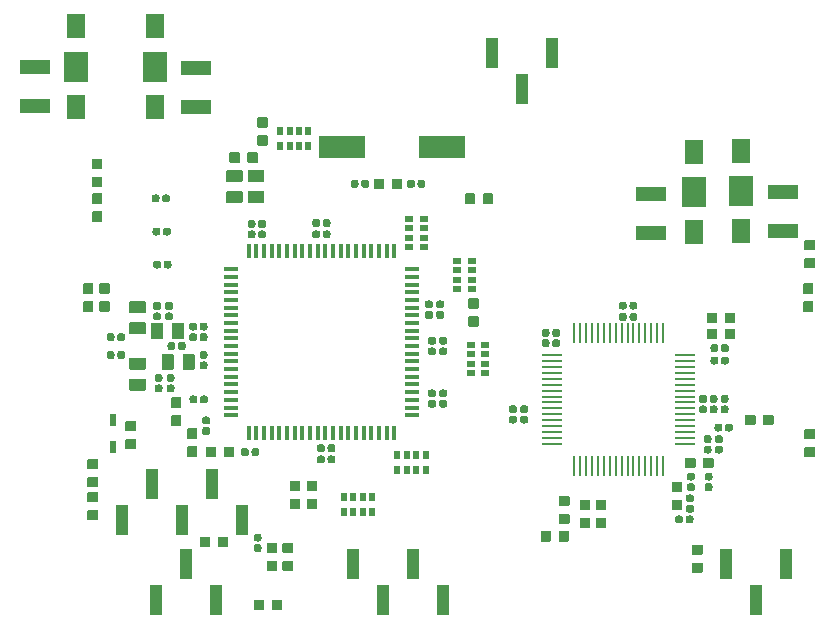
<source format=gtp>
%TF.GenerationSoftware,KiCad,Pcbnew,(5.0.0-rc2-dev-279-g5b653c0c1)*%
%TF.CreationDate,2018-07-19T10:29:47+12:00*%
%TF.ProjectId,veb,7665622E6B696361645F706362000000,0.1*%
%TF.SameCoordinates,Original*%
%TF.FileFunction,Paste,Top*%
%TF.FilePolarity,Positive*%
%FSLAX46Y46*%
G04 Gerber Fmt 4.6, Leading zero omitted, Abs format (unit mm)*
G04 Created by KiCad (PCBNEW (5.0.0-rc2-dev-279-g5b653c0c1)) date 07/19/18 10:29:47*
%MOMM*%
%LPD*%
G01*
G04 APERTURE LIST*
%ADD10R,0.400000X1.200000*%
%ADD11R,1.200000X0.400000*%
%ADD12C,0.100000*%
%ADD13C,0.635000*%
%ADD14C,1.016000*%
%ADD15R,2.500000X1.200000*%
%ADD16R,0.500000X1.100000*%
%ADD17R,1.600000X2.000000*%
%ADD18R,2.000000X2.600000*%
%ADD19R,1.000000X2.500000*%
%ADD20R,4.010000X1.930400*%
%ADD21C,0.889000*%
%ADD22R,0.279400X1.663700*%
%ADD23R,1.663700X0.279400*%
%ADD24R,0.500000X0.650000*%
%ADD25R,0.650000X0.500000*%
G04 APERTURE END LIST*
D10*
X144046100Y-113968600D03*
X143396100Y-113968600D03*
X142746100Y-113968600D03*
X142096100Y-113968600D03*
X141446100Y-113968600D03*
X140796100Y-113968600D03*
X140146100Y-113968600D03*
X139496100Y-113968600D03*
X138846100Y-113968600D03*
X138196100Y-113968600D03*
X137546100Y-113968600D03*
X136896100Y-113968600D03*
X136246100Y-113968600D03*
X135596100Y-113968600D03*
X134946100Y-113968600D03*
X134296100Y-113968600D03*
X133646100Y-113968600D03*
X132996100Y-113968600D03*
X132346100Y-113968600D03*
X131696100Y-113968600D03*
D11*
X130171100Y-112443600D03*
X130171100Y-111793600D03*
X130171100Y-111143600D03*
X130171100Y-110493600D03*
X130171100Y-109843600D03*
X130171100Y-109193600D03*
X130171100Y-108543600D03*
X130171100Y-107893600D03*
X130171100Y-107243600D03*
X130171100Y-106593600D03*
X130171100Y-105943600D03*
X130171100Y-105293600D03*
X130171100Y-104643600D03*
X130171100Y-103993600D03*
X130171100Y-103343600D03*
X130171100Y-102693600D03*
X130171100Y-102043600D03*
X130171100Y-101393600D03*
X130171100Y-100743600D03*
X130171100Y-100093600D03*
D10*
X131696100Y-98568600D03*
X132346100Y-98568600D03*
X132996100Y-98568600D03*
X133646100Y-98568600D03*
X134296100Y-98568600D03*
X134946100Y-98568600D03*
X135596100Y-98568600D03*
X136246100Y-98568600D03*
X136896100Y-98568600D03*
X137546100Y-98568600D03*
X138196100Y-98568600D03*
X138846100Y-98568600D03*
X139496100Y-98568600D03*
X140146100Y-98568600D03*
X140796100Y-98568600D03*
X141446100Y-98568600D03*
X142096100Y-98568600D03*
X142746100Y-98568600D03*
X143396100Y-98568600D03*
X144046100Y-98568600D03*
D11*
X145571100Y-100093600D03*
X145571100Y-100743600D03*
X145571100Y-101393600D03*
X145571100Y-102043600D03*
X145571100Y-102693600D03*
X145571100Y-103343600D03*
X145571100Y-103993600D03*
X145571100Y-104643600D03*
X145571100Y-105293600D03*
X145571100Y-105943600D03*
X145571100Y-106593600D03*
X145571100Y-107243600D03*
X145571100Y-107893600D03*
X145571100Y-108543600D03*
X145571100Y-109193600D03*
X145571100Y-109843600D03*
X145571100Y-110493600D03*
X145571100Y-111143600D03*
X145571100Y-111793600D03*
X145571100Y-112443600D03*
D12*
G36*
X147141785Y-103634114D02*
X147157196Y-103636400D01*
X147172308Y-103640186D01*
X147186976Y-103645434D01*
X147201059Y-103652095D01*
X147214422Y-103660104D01*
X147226935Y-103669385D01*
X147238478Y-103679847D01*
X147248940Y-103691390D01*
X147258221Y-103703903D01*
X147266230Y-103717266D01*
X147272891Y-103731349D01*
X147278139Y-103746017D01*
X147281925Y-103761129D01*
X147284211Y-103776540D01*
X147284975Y-103792100D01*
X147284975Y-104109600D01*
X147284211Y-104125160D01*
X147281925Y-104140571D01*
X147278139Y-104155683D01*
X147272891Y-104170351D01*
X147266230Y-104184434D01*
X147258221Y-104197797D01*
X147248940Y-104210310D01*
X147238478Y-104221853D01*
X147226935Y-104232315D01*
X147214422Y-104241596D01*
X147201059Y-104249605D01*
X147186976Y-104256266D01*
X147172308Y-104261514D01*
X147157196Y-104265300D01*
X147141785Y-104267586D01*
X147126225Y-104268350D01*
X146808725Y-104268350D01*
X146793165Y-104267586D01*
X146777754Y-104265300D01*
X146762642Y-104261514D01*
X146747974Y-104256266D01*
X146733891Y-104249605D01*
X146720528Y-104241596D01*
X146708015Y-104232315D01*
X146696472Y-104221853D01*
X146686010Y-104210310D01*
X146676729Y-104197797D01*
X146668720Y-104184434D01*
X146662059Y-104170351D01*
X146656811Y-104155683D01*
X146653025Y-104140571D01*
X146650739Y-104125160D01*
X146649975Y-104109600D01*
X146649975Y-103792100D01*
X146650739Y-103776540D01*
X146653025Y-103761129D01*
X146656811Y-103746017D01*
X146662059Y-103731349D01*
X146668720Y-103717266D01*
X146676729Y-103703903D01*
X146686010Y-103691390D01*
X146696472Y-103679847D01*
X146708015Y-103669385D01*
X146720528Y-103660104D01*
X146733891Y-103652095D01*
X146747974Y-103645434D01*
X146762642Y-103640186D01*
X146777754Y-103636400D01*
X146793165Y-103634114D01*
X146808725Y-103633350D01*
X147126225Y-103633350D01*
X147141785Y-103634114D01*
X147141785Y-103634114D01*
G37*
D13*
X146967475Y-103950850D03*
D12*
G36*
X147141785Y-102745114D02*
X147157196Y-102747400D01*
X147172308Y-102751186D01*
X147186976Y-102756434D01*
X147201059Y-102763095D01*
X147214422Y-102771104D01*
X147226935Y-102780385D01*
X147238478Y-102790847D01*
X147248940Y-102802390D01*
X147258221Y-102814903D01*
X147266230Y-102828266D01*
X147272891Y-102842349D01*
X147278139Y-102857017D01*
X147281925Y-102872129D01*
X147284211Y-102887540D01*
X147284975Y-102903100D01*
X147284975Y-103220600D01*
X147284211Y-103236160D01*
X147281925Y-103251571D01*
X147278139Y-103266683D01*
X147272891Y-103281351D01*
X147266230Y-103295434D01*
X147258221Y-103308797D01*
X147248940Y-103321310D01*
X147238478Y-103332853D01*
X147226935Y-103343315D01*
X147214422Y-103352596D01*
X147201059Y-103360605D01*
X147186976Y-103367266D01*
X147172308Y-103372514D01*
X147157196Y-103376300D01*
X147141785Y-103378586D01*
X147126225Y-103379350D01*
X146808725Y-103379350D01*
X146793165Y-103378586D01*
X146777754Y-103376300D01*
X146762642Y-103372514D01*
X146747974Y-103367266D01*
X146733891Y-103360605D01*
X146720528Y-103352596D01*
X146708015Y-103343315D01*
X146696472Y-103332853D01*
X146686010Y-103321310D01*
X146676729Y-103308797D01*
X146668720Y-103295434D01*
X146662059Y-103281351D01*
X146656811Y-103266683D01*
X146653025Y-103251571D01*
X146650739Y-103236160D01*
X146649975Y-103220600D01*
X146649975Y-102903100D01*
X146650739Y-102887540D01*
X146653025Y-102872129D01*
X146656811Y-102857017D01*
X146662059Y-102842349D01*
X146668720Y-102828266D01*
X146676729Y-102814903D01*
X146686010Y-102802390D01*
X146696472Y-102790847D01*
X146708015Y-102780385D01*
X146720528Y-102771104D01*
X146733891Y-102763095D01*
X146747974Y-102756434D01*
X146762642Y-102751186D01*
X146777754Y-102747400D01*
X146793165Y-102745114D01*
X146808725Y-102744350D01*
X147126225Y-102744350D01*
X147141785Y-102745114D01*
X147141785Y-102745114D01*
G37*
D13*
X146967475Y-103061850D03*
D12*
G36*
X147395785Y-106713864D02*
X147411196Y-106716150D01*
X147426308Y-106719936D01*
X147440976Y-106725184D01*
X147455059Y-106731845D01*
X147468422Y-106739854D01*
X147480935Y-106749135D01*
X147492478Y-106759597D01*
X147502940Y-106771140D01*
X147512221Y-106783653D01*
X147520230Y-106797016D01*
X147526891Y-106811099D01*
X147532139Y-106825767D01*
X147535925Y-106840879D01*
X147538211Y-106856290D01*
X147538975Y-106871850D01*
X147538975Y-107189350D01*
X147538211Y-107204910D01*
X147535925Y-107220321D01*
X147532139Y-107235433D01*
X147526891Y-107250101D01*
X147520230Y-107264184D01*
X147512221Y-107277547D01*
X147502940Y-107290060D01*
X147492478Y-107301603D01*
X147480935Y-107312065D01*
X147468422Y-107321346D01*
X147455059Y-107329355D01*
X147440976Y-107336016D01*
X147426308Y-107341264D01*
X147411196Y-107345050D01*
X147395785Y-107347336D01*
X147380225Y-107348100D01*
X147062725Y-107348100D01*
X147047165Y-107347336D01*
X147031754Y-107345050D01*
X147016642Y-107341264D01*
X147001974Y-107336016D01*
X146987891Y-107329355D01*
X146974528Y-107321346D01*
X146962015Y-107312065D01*
X146950472Y-107301603D01*
X146940010Y-107290060D01*
X146930729Y-107277547D01*
X146922720Y-107264184D01*
X146916059Y-107250101D01*
X146910811Y-107235433D01*
X146907025Y-107220321D01*
X146904739Y-107204910D01*
X146903975Y-107189350D01*
X146903975Y-106871850D01*
X146904739Y-106856290D01*
X146907025Y-106840879D01*
X146910811Y-106825767D01*
X146916059Y-106811099D01*
X146922720Y-106797016D01*
X146930729Y-106783653D01*
X146940010Y-106771140D01*
X146950472Y-106759597D01*
X146962015Y-106749135D01*
X146974528Y-106739854D01*
X146987891Y-106731845D01*
X147001974Y-106725184D01*
X147016642Y-106719936D01*
X147031754Y-106716150D01*
X147047165Y-106713864D01*
X147062725Y-106713100D01*
X147380225Y-106713100D01*
X147395785Y-106713864D01*
X147395785Y-106713864D01*
G37*
D13*
X147221475Y-107030600D03*
D12*
G36*
X147395785Y-105824864D02*
X147411196Y-105827150D01*
X147426308Y-105830936D01*
X147440976Y-105836184D01*
X147455059Y-105842845D01*
X147468422Y-105850854D01*
X147480935Y-105860135D01*
X147492478Y-105870597D01*
X147502940Y-105882140D01*
X147512221Y-105894653D01*
X147520230Y-105908016D01*
X147526891Y-105922099D01*
X147532139Y-105936767D01*
X147535925Y-105951879D01*
X147538211Y-105967290D01*
X147538975Y-105982850D01*
X147538975Y-106300350D01*
X147538211Y-106315910D01*
X147535925Y-106331321D01*
X147532139Y-106346433D01*
X147526891Y-106361101D01*
X147520230Y-106375184D01*
X147512221Y-106388547D01*
X147502940Y-106401060D01*
X147492478Y-106412603D01*
X147480935Y-106423065D01*
X147468422Y-106432346D01*
X147455059Y-106440355D01*
X147440976Y-106447016D01*
X147426308Y-106452264D01*
X147411196Y-106456050D01*
X147395785Y-106458336D01*
X147380225Y-106459100D01*
X147062725Y-106459100D01*
X147047165Y-106458336D01*
X147031754Y-106456050D01*
X147016642Y-106452264D01*
X147001974Y-106447016D01*
X146987891Y-106440355D01*
X146974528Y-106432346D01*
X146962015Y-106423065D01*
X146950472Y-106412603D01*
X146940010Y-106401060D01*
X146930729Y-106388547D01*
X146922720Y-106375184D01*
X146916059Y-106361101D01*
X146910811Y-106346433D01*
X146907025Y-106331321D01*
X146904739Y-106315910D01*
X146903975Y-106300350D01*
X146903975Y-105982850D01*
X146904739Y-105967290D01*
X146907025Y-105951879D01*
X146910811Y-105936767D01*
X146916059Y-105922099D01*
X146922720Y-105908016D01*
X146930729Y-105894653D01*
X146940010Y-105882140D01*
X146950472Y-105870597D01*
X146962015Y-105860135D01*
X146974528Y-105850854D01*
X146987891Y-105842845D01*
X147001974Y-105836184D01*
X147016642Y-105830936D01*
X147031754Y-105827150D01*
X147047165Y-105824864D01*
X147062725Y-105824100D01*
X147380225Y-105824100D01*
X147395785Y-105824864D01*
X147395785Y-105824864D01*
G37*
D13*
X147221475Y-106141600D03*
D12*
G36*
X148348285Y-106713864D02*
X148363696Y-106716150D01*
X148378808Y-106719936D01*
X148393476Y-106725184D01*
X148407559Y-106731845D01*
X148420922Y-106739854D01*
X148433435Y-106749135D01*
X148444978Y-106759597D01*
X148455440Y-106771140D01*
X148464721Y-106783653D01*
X148472730Y-106797016D01*
X148479391Y-106811099D01*
X148484639Y-106825767D01*
X148488425Y-106840879D01*
X148490711Y-106856290D01*
X148491475Y-106871850D01*
X148491475Y-107189350D01*
X148490711Y-107204910D01*
X148488425Y-107220321D01*
X148484639Y-107235433D01*
X148479391Y-107250101D01*
X148472730Y-107264184D01*
X148464721Y-107277547D01*
X148455440Y-107290060D01*
X148444978Y-107301603D01*
X148433435Y-107312065D01*
X148420922Y-107321346D01*
X148407559Y-107329355D01*
X148393476Y-107336016D01*
X148378808Y-107341264D01*
X148363696Y-107345050D01*
X148348285Y-107347336D01*
X148332725Y-107348100D01*
X148015225Y-107348100D01*
X147999665Y-107347336D01*
X147984254Y-107345050D01*
X147969142Y-107341264D01*
X147954474Y-107336016D01*
X147940391Y-107329355D01*
X147927028Y-107321346D01*
X147914515Y-107312065D01*
X147902972Y-107301603D01*
X147892510Y-107290060D01*
X147883229Y-107277547D01*
X147875220Y-107264184D01*
X147868559Y-107250101D01*
X147863311Y-107235433D01*
X147859525Y-107220321D01*
X147857239Y-107204910D01*
X147856475Y-107189350D01*
X147856475Y-106871850D01*
X147857239Y-106856290D01*
X147859525Y-106840879D01*
X147863311Y-106825767D01*
X147868559Y-106811099D01*
X147875220Y-106797016D01*
X147883229Y-106783653D01*
X147892510Y-106771140D01*
X147902972Y-106759597D01*
X147914515Y-106749135D01*
X147927028Y-106739854D01*
X147940391Y-106731845D01*
X147954474Y-106725184D01*
X147969142Y-106719936D01*
X147984254Y-106716150D01*
X147999665Y-106713864D01*
X148015225Y-106713100D01*
X148332725Y-106713100D01*
X148348285Y-106713864D01*
X148348285Y-106713864D01*
G37*
D13*
X148173975Y-107030600D03*
D12*
G36*
X148348285Y-105824864D02*
X148363696Y-105827150D01*
X148378808Y-105830936D01*
X148393476Y-105836184D01*
X148407559Y-105842845D01*
X148420922Y-105850854D01*
X148433435Y-105860135D01*
X148444978Y-105870597D01*
X148455440Y-105882140D01*
X148464721Y-105894653D01*
X148472730Y-105908016D01*
X148479391Y-105922099D01*
X148484639Y-105936767D01*
X148488425Y-105951879D01*
X148490711Y-105967290D01*
X148491475Y-105982850D01*
X148491475Y-106300350D01*
X148490711Y-106315910D01*
X148488425Y-106331321D01*
X148484639Y-106346433D01*
X148479391Y-106361101D01*
X148472730Y-106375184D01*
X148464721Y-106388547D01*
X148455440Y-106401060D01*
X148444978Y-106412603D01*
X148433435Y-106423065D01*
X148420922Y-106432346D01*
X148407559Y-106440355D01*
X148393476Y-106447016D01*
X148378808Y-106452264D01*
X148363696Y-106456050D01*
X148348285Y-106458336D01*
X148332725Y-106459100D01*
X148015225Y-106459100D01*
X147999665Y-106458336D01*
X147984254Y-106456050D01*
X147969142Y-106452264D01*
X147954474Y-106447016D01*
X147940391Y-106440355D01*
X147927028Y-106432346D01*
X147914515Y-106423065D01*
X147902972Y-106412603D01*
X147892510Y-106401060D01*
X147883229Y-106388547D01*
X147875220Y-106375184D01*
X147868559Y-106361101D01*
X147863311Y-106346433D01*
X147859525Y-106331321D01*
X147857239Y-106315910D01*
X147856475Y-106300350D01*
X147856475Y-105982850D01*
X147857239Y-105967290D01*
X147859525Y-105951879D01*
X147863311Y-105936767D01*
X147868559Y-105922099D01*
X147875220Y-105908016D01*
X147883229Y-105894653D01*
X147892510Y-105882140D01*
X147902972Y-105870597D01*
X147914515Y-105860135D01*
X147927028Y-105850854D01*
X147940391Y-105842845D01*
X147954474Y-105836184D01*
X147969142Y-105830936D01*
X147984254Y-105827150D01*
X147999665Y-105824864D01*
X148015225Y-105824100D01*
X148332725Y-105824100D01*
X148348285Y-105824864D01*
X148348285Y-105824864D01*
G37*
D13*
X148173975Y-106141600D03*
D12*
G36*
X147395785Y-111158864D02*
X147411196Y-111161150D01*
X147426308Y-111164936D01*
X147440976Y-111170184D01*
X147455059Y-111176845D01*
X147468422Y-111184854D01*
X147480935Y-111194135D01*
X147492478Y-111204597D01*
X147502940Y-111216140D01*
X147512221Y-111228653D01*
X147520230Y-111242016D01*
X147526891Y-111256099D01*
X147532139Y-111270767D01*
X147535925Y-111285879D01*
X147538211Y-111301290D01*
X147538975Y-111316850D01*
X147538975Y-111634350D01*
X147538211Y-111649910D01*
X147535925Y-111665321D01*
X147532139Y-111680433D01*
X147526891Y-111695101D01*
X147520230Y-111709184D01*
X147512221Y-111722547D01*
X147502940Y-111735060D01*
X147492478Y-111746603D01*
X147480935Y-111757065D01*
X147468422Y-111766346D01*
X147455059Y-111774355D01*
X147440976Y-111781016D01*
X147426308Y-111786264D01*
X147411196Y-111790050D01*
X147395785Y-111792336D01*
X147380225Y-111793100D01*
X147062725Y-111793100D01*
X147047165Y-111792336D01*
X147031754Y-111790050D01*
X147016642Y-111786264D01*
X147001974Y-111781016D01*
X146987891Y-111774355D01*
X146974528Y-111766346D01*
X146962015Y-111757065D01*
X146950472Y-111746603D01*
X146940010Y-111735060D01*
X146930729Y-111722547D01*
X146922720Y-111709184D01*
X146916059Y-111695101D01*
X146910811Y-111680433D01*
X146907025Y-111665321D01*
X146904739Y-111649910D01*
X146903975Y-111634350D01*
X146903975Y-111316850D01*
X146904739Y-111301290D01*
X146907025Y-111285879D01*
X146910811Y-111270767D01*
X146916059Y-111256099D01*
X146922720Y-111242016D01*
X146930729Y-111228653D01*
X146940010Y-111216140D01*
X146950472Y-111204597D01*
X146962015Y-111194135D01*
X146974528Y-111184854D01*
X146987891Y-111176845D01*
X147001974Y-111170184D01*
X147016642Y-111164936D01*
X147031754Y-111161150D01*
X147047165Y-111158864D01*
X147062725Y-111158100D01*
X147380225Y-111158100D01*
X147395785Y-111158864D01*
X147395785Y-111158864D01*
G37*
D13*
X147221475Y-111475600D03*
D12*
G36*
X147395785Y-110269864D02*
X147411196Y-110272150D01*
X147426308Y-110275936D01*
X147440976Y-110281184D01*
X147455059Y-110287845D01*
X147468422Y-110295854D01*
X147480935Y-110305135D01*
X147492478Y-110315597D01*
X147502940Y-110327140D01*
X147512221Y-110339653D01*
X147520230Y-110353016D01*
X147526891Y-110367099D01*
X147532139Y-110381767D01*
X147535925Y-110396879D01*
X147538211Y-110412290D01*
X147538975Y-110427850D01*
X147538975Y-110745350D01*
X147538211Y-110760910D01*
X147535925Y-110776321D01*
X147532139Y-110791433D01*
X147526891Y-110806101D01*
X147520230Y-110820184D01*
X147512221Y-110833547D01*
X147502940Y-110846060D01*
X147492478Y-110857603D01*
X147480935Y-110868065D01*
X147468422Y-110877346D01*
X147455059Y-110885355D01*
X147440976Y-110892016D01*
X147426308Y-110897264D01*
X147411196Y-110901050D01*
X147395785Y-110903336D01*
X147380225Y-110904100D01*
X147062725Y-110904100D01*
X147047165Y-110903336D01*
X147031754Y-110901050D01*
X147016642Y-110897264D01*
X147001974Y-110892016D01*
X146987891Y-110885355D01*
X146974528Y-110877346D01*
X146962015Y-110868065D01*
X146950472Y-110857603D01*
X146940010Y-110846060D01*
X146930729Y-110833547D01*
X146922720Y-110820184D01*
X146916059Y-110806101D01*
X146910811Y-110791433D01*
X146907025Y-110776321D01*
X146904739Y-110760910D01*
X146903975Y-110745350D01*
X146903975Y-110427850D01*
X146904739Y-110412290D01*
X146907025Y-110396879D01*
X146910811Y-110381767D01*
X146916059Y-110367099D01*
X146922720Y-110353016D01*
X146930729Y-110339653D01*
X146940010Y-110327140D01*
X146950472Y-110315597D01*
X146962015Y-110305135D01*
X146974528Y-110295854D01*
X146987891Y-110287845D01*
X147001974Y-110281184D01*
X147016642Y-110275936D01*
X147031754Y-110272150D01*
X147047165Y-110269864D01*
X147062725Y-110269100D01*
X147380225Y-110269100D01*
X147395785Y-110269864D01*
X147395785Y-110269864D01*
G37*
D13*
X147221475Y-110586600D03*
D12*
G36*
X148348285Y-111158864D02*
X148363696Y-111161150D01*
X148378808Y-111164936D01*
X148393476Y-111170184D01*
X148407559Y-111176845D01*
X148420922Y-111184854D01*
X148433435Y-111194135D01*
X148444978Y-111204597D01*
X148455440Y-111216140D01*
X148464721Y-111228653D01*
X148472730Y-111242016D01*
X148479391Y-111256099D01*
X148484639Y-111270767D01*
X148488425Y-111285879D01*
X148490711Y-111301290D01*
X148491475Y-111316850D01*
X148491475Y-111634350D01*
X148490711Y-111649910D01*
X148488425Y-111665321D01*
X148484639Y-111680433D01*
X148479391Y-111695101D01*
X148472730Y-111709184D01*
X148464721Y-111722547D01*
X148455440Y-111735060D01*
X148444978Y-111746603D01*
X148433435Y-111757065D01*
X148420922Y-111766346D01*
X148407559Y-111774355D01*
X148393476Y-111781016D01*
X148378808Y-111786264D01*
X148363696Y-111790050D01*
X148348285Y-111792336D01*
X148332725Y-111793100D01*
X148015225Y-111793100D01*
X147999665Y-111792336D01*
X147984254Y-111790050D01*
X147969142Y-111786264D01*
X147954474Y-111781016D01*
X147940391Y-111774355D01*
X147927028Y-111766346D01*
X147914515Y-111757065D01*
X147902972Y-111746603D01*
X147892510Y-111735060D01*
X147883229Y-111722547D01*
X147875220Y-111709184D01*
X147868559Y-111695101D01*
X147863311Y-111680433D01*
X147859525Y-111665321D01*
X147857239Y-111649910D01*
X147856475Y-111634350D01*
X147856475Y-111316850D01*
X147857239Y-111301290D01*
X147859525Y-111285879D01*
X147863311Y-111270767D01*
X147868559Y-111256099D01*
X147875220Y-111242016D01*
X147883229Y-111228653D01*
X147892510Y-111216140D01*
X147902972Y-111204597D01*
X147914515Y-111194135D01*
X147927028Y-111184854D01*
X147940391Y-111176845D01*
X147954474Y-111170184D01*
X147969142Y-111164936D01*
X147984254Y-111161150D01*
X147999665Y-111158864D01*
X148015225Y-111158100D01*
X148332725Y-111158100D01*
X148348285Y-111158864D01*
X148348285Y-111158864D01*
G37*
D13*
X148173975Y-111475600D03*
D12*
G36*
X148348285Y-110269864D02*
X148363696Y-110272150D01*
X148378808Y-110275936D01*
X148393476Y-110281184D01*
X148407559Y-110287845D01*
X148420922Y-110295854D01*
X148433435Y-110305135D01*
X148444978Y-110315597D01*
X148455440Y-110327140D01*
X148464721Y-110339653D01*
X148472730Y-110353016D01*
X148479391Y-110367099D01*
X148484639Y-110381767D01*
X148488425Y-110396879D01*
X148490711Y-110412290D01*
X148491475Y-110427850D01*
X148491475Y-110745350D01*
X148490711Y-110760910D01*
X148488425Y-110776321D01*
X148484639Y-110791433D01*
X148479391Y-110806101D01*
X148472730Y-110820184D01*
X148464721Y-110833547D01*
X148455440Y-110846060D01*
X148444978Y-110857603D01*
X148433435Y-110868065D01*
X148420922Y-110877346D01*
X148407559Y-110885355D01*
X148393476Y-110892016D01*
X148378808Y-110897264D01*
X148363696Y-110901050D01*
X148348285Y-110903336D01*
X148332725Y-110904100D01*
X148015225Y-110904100D01*
X147999665Y-110903336D01*
X147984254Y-110901050D01*
X147969142Y-110897264D01*
X147954474Y-110892016D01*
X147940391Y-110885355D01*
X147927028Y-110877346D01*
X147914515Y-110868065D01*
X147902972Y-110857603D01*
X147892510Y-110846060D01*
X147883229Y-110833547D01*
X147875220Y-110820184D01*
X147868559Y-110806101D01*
X147863311Y-110791433D01*
X147859525Y-110776321D01*
X147857239Y-110760910D01*
X147856475Y-110745350D01*
X147856475Y-110427850D01*
X147857239Y-110412290D01*
X147859525Y-110396879D01*
X147863311Y-110381767D01*
X147868559Y-110367099D01*
X147875220Y-110353016D01*
X147883229Y-110339653D01*
X147892510Y-110327140D01*
X147902972Y-110315597D01*
X147914515Y-110305135D01*
X147927028Y-110295854D01*
X147940391Y-110287845D01*
X147954474Y-110281184D01*
X147969142Y-110275936D01*
X147984254Y-110272150D01*
X147999665Y-110269864D01*
X148015225Y-110269100D01*
X148332725Y-110269100D01*
X148348285Y-110269864D01*
X148348285Y-110269864D01*
G37*
D13*
X148173975Y-110586600D03*
D12*
G36*
X138489910Y-96807864D02*
X138505321Y-96810150D01*
X138520433Y-96813936D01*
X138535101Y-96819184D01*
X138549184Y-96825845D01*
X138562547Y-96833854D01*
X138575060Y-96843135D01*
X138586603Y-96853597D01*
X138597065Y-96865140D01*
X138606346Y-96877653D01*
X138614355Y-96891016D01*
X138621016Y-96905099D01*
X138626264Y-96919767D01*
X138630050Y-96934879D01*
X138632336Y-96950290D01*
X138633100Y-96965850D01*
X138633100Y-97283350D01*
X138632336Y-97298910D01*
X138630050Y-97314321D01*
X138626264Y-97329433D01*
X138621016Y-97344101D01*
X138614355Y-97358184D01*
X138606346Y-97371547D01*
X138597065Y-97384060D01*
X138586603Y-97395603D01*
X138575060Y-97406065D01*
X138562547Y-97415346D01*
X138549184Y-97423355D01*
X138535101Y-97430016D01*
X138520433Y-97435264D01*
X138505321Y-97439050D01*
X138489910Y-97441336D01*
X138474350Y-97442100D01*
X138156850Y-97442100D01*
X138141290Y-97441336D01*
X138125879Y-97439050D01*
X138110767Y-97435264D01*
X138096099Y-97430016D01*
X138082016Y-97423355D01*
X138068653Y-97415346D01*
X138056140Y-97406065D01*
X138044597Y-97395603D01*
X138034135Y-97384060D01*
X138024854Y-97371547D01*
X138016845Y-97358184D01*
X138010184Y-97344101D01*
X138004936Y-97329433D01*
X138001150Y-97314321D01*
X137998864Y-97298910D01*
X137998100Y-97283350D01*
X137998100Y-96965850D01*
X137998864Y-96950290D01*
X138001150Y-96934879D01*
X138004936Y-96919767D01*
X138010184Y-96905099D01*
X138016845Y-96891016D01*
X138024854Y-96877653D01*
X138034135Y-96865140D01*
X138044597Y-96853597D01*
X138056140Y-96843135D01*
X138068653Y-96833854D01*
X138082016Y-96825845D01*
X138096099Y-96819184D01*
X138110767Y-96813936D01*
X138125879Y-96810150D01*
X138141290Y-96807864D01*
X138156850Y-96807100D01*
X138474350Y-96807100D01*
X138489910Y-96807864D01*
X138489910Y-96807864D01*
G37*
D13*
X138315600Y-97124600D03*
D12*
G36*
X137600910Y-96807864D02*
X137616321Y-96810150D01*
X137631433Y-96813936D01*
X137646101Y-96819184D01*
X137660184Y-96825845D01*
X137673547Y-96833854D01*
X137686060Y-96843135D01*
X137697603Y-96853597D01*
X137708065Y-96865140D01*
X137717346Y-96877653D01*
X137725355Y-96891016D01*
X137732016Y-96905099D01*
X137737264Y-96919767D01*
X137741050Y-96934879D01*
X137743336Y-96950290D01*
X137744100Y-96965850D01*
X137744100Y-97283350D01*
X137743336Y-97298910D01*
X137741050Y-97314321D01*
X137737264Y-97329433D01*
X137732016Y-97344101D01*
X137725355Y-97358184D01*
X137717346Y-97371547D01*
X137708065Y-97384060D01*
X137697603Y-97395603D01*
X137686060Y-97406065D01*
X137673547Y-97415346D01*
X137660184Y-97423355D01*
X137646101Y-97430016D01*
X137631433Y-97435264D01*
X137616321Y-97439050D01*
X137600910Y-97441336D01*
X137585350Y-97442100D01*
X137267850Y-97442100D01*
X137252290Y-97441336D01*
X137236879Y-97439050D01*
X137221767Y-97435264D01*
X137207099Y-97430016D01*
X137193016Y-97423355D01*
X137179653Y-97415346D01*
X137167140Y-97406065D01*
X137155597Y-97395603D01*
X137145135Y-97384060D01*
X137135854Y-97371547D01*
X137127845Y-97358184D01*
X137121184Y-97344101D01*
X137115936Y-97329433D01*
X137112150Y-97314321D01*
X137109864Y-97298910D01*
X137109100Y-97283350D01*
X137109100Y-96965850D01*
X137109864Y-96950290D01*
X137112150Y-96934879D01*
X137115936Y-96919767D01*
X137121184Y-96905099D01*
X137127845Y-96891016D01*
X137135854Y-96877653D01*
X137145135Y-96865140D01*
X137155597Y-96853597D01*
X137167140Y-96843135D01*
X137179653Y-96833854D01*
X137193016Y-96825845D01*
X137207099Y-96819184D01*
X137221767Y-96813936D01*
X137236879Y-96810150D01*
X137252290Y-96807864D01*
X137267850Y-96807100D01*
X137585350Y-96807100D01*
X137600910Y-96807864D01*
X137600910Y-96807864D01*
G37*
D13*
X137426600Y-97124600D03*
D12*
G36*
X138489910Y-95855364D02*
X138505321Y-95857650D01*
X138520433Y-95861436D01*
X138535101Y-95866684D01*
X138549184Y-95873345D01*
X138562547Y-95881354D01*
X138575060Y-95890635D01*
X138586603Y-95901097D01*
X138597065Y-95912640D01*
X138606346Y-95925153D01*
X138614355Y-95938516D01*
X138621016Y-95952599D01*
X138626264Y-95967267D01*
X138630050Y-95982379D01*
X138632336Y-95997790D01*
X138633100Y-96013350D01*
X138633100Y-96330850D01*
X138632336Y-96346410D01*
X138630050Y-96361821D01*
X138626264Y-96376933D01*
X138621016Y-96391601D01*
X138614355Y-96405684D01*
X138606346Y-96419047D01*
X138597065Y-96431560D01*
X138586603Y-96443103D01*
X138575060Y-96453565D01*
X138562547Y-96462846D01*
X138549184Y-96470855D01*
X138535101Y-96477516D01*
X138520433Y-96482764D01*
X138505321Y-96486550D01*
X138489910Y-96488836D01*
X138474350Y-96489600D01*
X138156850Y-96489600D01*
X138141290Y-96488836D01*
X138125879Y-96486550D01*
X138110767Y-96482764D01*
X138096099Y-96477516D01*
X138082016Y-96470855D01*
X138068653Y-96462846D01*
X138056140Y-96453565D01*
X138044597Y-96443103D01*
X138034135Y-96431560D01*
X138024854Y-96419047D01*
X138016845Y-96405684D01*
X138010184Y-96391601D01*
X138004936Y-96376933D01*
X138001150Y-96361821D01*
X137998864Y-96346410D01*
X137998100Y-96330850D01*
X137998100Y-96013350D01*
X137998864Y-95997790D01*
X138001150Y-95982379D01*
X138004936Y-95967267D01*
X138010184Y-95952599D01*
X138016845Y-95938516D01*
X138024854Y-95925153D01*
X138034135Y-95912640D01*
X138044597Y-95901097D01*
X138056140Y-95890635D01*
X138068653Y-95881354D01*
X138082016Y-95873345D01*
X138096099Y-95866684D01*
X138110767Y-95861436D01*
X138125879Y-95857650D01*
X138141290Y-95855364D01*
X138156850Y-95854600D01*
X138474350Y-95854600D01*
X138489910Y-95855364D01*
X138489910Y-95855364D01*
G37*
D13*
X138315600Y-96172100D03*
D12*
G36*
X137600910Y-95855364D02*
X137616321Y-95857650D01*
X137631433Y-95861436D01*
X137646101Y-95866684D01*
X137660184Y-95873345D01*
X137673547Y-95881354D01*
X137686060Y-95890635D01*
X137697603Y-95901097D01*
X137708065Y-95912640D01*
X137717346Y-95925153D01*
X137725355Y-95938516D01*
X137732016Y-95952599D01*
X137737264Y-95967267D01*
X137741050Y-95982379D01*
X137743336Y-95997790D01*
X137744100Y-96013350D01*
X137744100Y-96330850D01*
X137743336Y-96346410D01*
X137741050Y-96361821D01*
X137737264Y-96376933D01*
X137732016Y-96391601D01*
X137725355Y-96405684D01*
X137717346Y-96419047D01*
X137708065Y-96431560D01*
X137697603Y-96443103D01*
X137686060Y-96453565D01*
X137673547Y-96462846D01*
X137660184Y-96470855D01*
X137646101Y-96477516D01*
X137631433Y-96482764D01*
X137616321Y-96486550D01*
X137600910Y-96488836D01*
X137585350Y-96489600D01*
X137267850Y-96489600D01*
X137252290Y-96488836D01*
X137236879Y-96486550D01*
X137221767Y-96482764D01*
X137207099Y-96477516D01*
X137193016Y-96470855D01*
X137179653Y-96462846D01*
X137167140Y-96453565D01*
X137155597Y-96443103D01*
X137145135Y-96431560D01*
X137135854Y-96419047D01*
X137127845Y-96405684D01*
X137121184Y-96391601D01*
X137115936Y-96376933D01*
X137112150Y-96361821D01*
X137109864Y-96346410D01*
X137109100Y-96330850D01*
X137109100Y-96013350D01*
X137109864Y-95997790D01*
X137112150Y-95982379D01*
X137115936Y-95967267D01*
X137121184Y-95952599D01*
X137127845Y-95938516D01*
X137135854Y-95925153D01*
X137145135Y-95912640D01*
X137155597Y-95901097D01*
X137167140Y-95890635D01*
X137179653Y-95881354D01*
X137193016Y-95873345D01*
X137207099Y-95866684D01*
X137221767Y-95861436D01*
X137236879Y-95857650D01*
X137252290Y-95855364D01*
X137267850Y-95854600D01*
X137585350Y-95854600D01*
X137600910Y-95855364D01*
X137600910Y-95855364D01*
G37*
D13*
X137426600Y-96172100D03*
D12*
G36*
X137997785Y-114921239D02*
X138013196Y-114923525D01*
X138028308Y-114927311D01*
X138042976Y-114932559D01*
X138057059Y-114939220D01*
X138070422Y-114947229D01*
X138082935Y-114956510D01*
X138094478Y-114966972D01*
X138104940Y-114978515D01*
X138114221Y-114991028D01*
X138122230Y-115004391D01*
X138128891Y-115018474D01*
X138134139Y-115033142D01*
X138137925Y-115048254D01*
X138140211Y-115063665D01*
X138140975Y-115079225D01*
X138140975Y-115396725D01*
X138140211Y-115412285D01*
X138137925Y-115427696D01*
X138134139Y-115442808D01*
X138128891Y-115457476D01*
X138122230Y-115471559D01*
X138114221Y-115484922D01*
X138104940Y-115497435D01*
X138094478Y-115508978D01*
X138082935Y-115519440D01*
X138070422Y-115528721D01*
X138057059Y-115536730D01*
X138042976Y-115543391D01*
X138028308Y-115548639D01*
X138013196Y-115552425D01*
X137997785Y-115554711D01*
X137982225Y-115555475D01*
X137664725Y-115555475D01*
X137649165Y-115554711D01*
X137633754Y-115552425D01*
X137618642Y-115548639D01*
X137603974Y-115543391D01*
X137589891Y-115536730D01*
X137576528Y-115528721D01*
X137564015Y-115519440D01*
X137552472Y-115508978D01*
X137542010Y-115497435D01*
X137532729Y-115484922D01*
X137524720Y-115471559D01*
X137518059Y-115457476D01*
X137512811Y-115442808D01*
X137509025Y-115427696D01*
X137506739Y-115412285D01*
X137505975Y-115396725D01*
X137505975Y-115079225D01*
X137506739Y-115063665D01*
X137509025Y-115048254D01*
X137512811Y-115033142D01*
X137518059Y-115018474D01*
X137524720Y-115004391D01*
X137532729Y-114991028D01*
X137542010Y-114978515D01*
X137552472Y-114966972D01*
X137564015Y-114956510D01*
X137576528Y-114947229D01*
X137589891Y-114939220D01*
X137603974Y-114932559D01*
X137618642Y-114927311D01*
X137633754Y-114923525D01*
X137649165Y-114921239D01*
X137664725Y-114920475D01*
X137982225Y-114920475D01*
X137997785Y-114921239D01*
X137997785Y-114921239D01*
G37*
D13*
X137823475Y-115237975D03*
D12*
G36*
X138886785Y-114921239D02*
X138902196Y-114923525D01*
X138917308Y-114927311D01*
X138931976Y-114932559D01*
X138946059Y-114939220D01*
X138959422Y-114947229D01*
X138971935Y-114956510D01*
X138983478Y-114966972D01*
X138993940Y-114978515D01*
X139003221Y-114991028D01*
X139011230Y-115004391D01*
X139017891Y-115018474D01*
X139023139Y-115033142D01*
X139026925Y-115048254D01*
X139029211Y-115063665D01*
X139029975Y-115079225D01*
X139029975Y-115396725D01*
X139029211Y-115412285D01*
X139026925Y-115427696D01*
X139023139Y-115442808D01*
X139017891Y-115457476D01*
X139011230Y-115471559D01*
X139003221Y-115484922D01*
X138993940Y-115497435D01*
X138983478Y-115508978D01*
X138971935Y-115519440D01*
X138959422Y-115528721D01*
X138946059Y-115536730D01*
X138931976Y-115543391D01*
X138917308Y-115548639D01*
X138902196Y-115552425D01*
X138886785Y-115554711D01*
X138871225Y-115555475D01*
X138553725Y-115555475D01*
X138538165Y-115554711D01*
X138522754Y-115552425D01*
X138507642Y-115548639D01*
X138492974Y-115543391D01*
X138478891Y-115536730D01*
X138465528Y-115528721D01*
X138453015Y-115519440D01*
X138441472Y-115508978D01*
X138431010Y-115497435D01*
X138421729Y-115484922D01*
X138413720Y-115471559D01*
X138407059Y-115457476D01*
X138401811Y-115442808D01*
X138398025Y-115427696D01*
X138395739Y-115412285D01*
X138394975Y-115396725D01*
X138394975Y-115079225D01*
X138395739Y-115063665D01*
X138398025Y-115048254D01*
X138401811Y-115033142D01*
X138407059Y-115018474D01*
X138413720Y-115004391D01*
X138421729Y-114991028D01*
X138431010Y-114978515D01*
X138441472Y-114966972D01*
X138453015Y-114956510D01*
X138465528Y-114947229D01*
X138478891Y-114939220D01*
X138492974Y-114932559D01*
X138507642Y-114927311D01*
X138522754Y-114923525D01*
X138538165Y-114921239D01*
X138553725Y-114920475D01*
X138871225Y-114920475D01*
X138886785Y-114921239D01*
X138886785Y-114921239D01*
G37*
D13*
X138712475Y-115237975D03*
D12*
G36*
X137997785Y-115873739D02*
X138013196Y-115876025D01*
X138028308Y-115879811D01*
X138042976Y-115885059D01*
X138057059Y-115891720D01*
X138070422Y-115899729D01*
X138082935Y-115909010D01*
X138094478Y-115919472D01*
X138104940Y-115931015D01*
X138114221Y-115943528D01*
X138122230Y-115956891D01*
X138128891Y-115970974D01*
X138134139Y-115985642D01*
X138137925Y-116000754D01*
X138140211Y-116016165D01*
X138140975Y-116031725D01*
X138140975Y-116349225D01*
X138140211Y-116364785D01*
X138137925Y-116380196D01*
X138134139Y-116395308D01*
X138128891Y-116409976D01*
X138122230Y-116424059D01*
X138114221Y-116437422D01*
X138104940Y-116449935D01*
X138094478Y-116461478D01*
X138082935Y-116471940D01*
X138070422Y-116481221D01*
X138057059Y-116489230D01*
X138042976Y-116495891D01*
X138028308Y-116501139D01*
X138013196Y-116504925D01*
X137997785Y-116507211D01*
X137982225Y-116507975D01*
X137664725Y-116507975D01*
X137649165Y-116507211D01*
X137633754Y-116504925D01*
X137618642Y-116501139D01*
X137603974Y-116495891D01*
X137589891Y-116489230D01*
X137576528Y-116481221D01*
X137564015Y-116471940D01*
X137552472Y-116461478D01*
X137542010Y-116449935D01*
X137532729Y-116437422D01*
X137524720Y-116424059D01*
X137518059Y-116409976D01*
X137512811Y-116395308D01*
X137509025Y-116380196D01*
X137506739Y-116364785D01*
X137505975Y-116349225D01*
X137505975Y-116031725D01*
X137506739Y-116016165D01*
X137509025Y-116000754D01*
X137512811Y-115985642D01*
X137518059Y-115970974D01*
X137524720Y-115956891D01*
X137532729Y-115943528D01*
X137542010Y-115931015D01*
X137552472Y-115919472D01*
X137564015Y-115909010D01*
X137576528Y-115899729D01*
X137589891Y-115891720D01*
X137603974Y-115885059D01*
X137618642Y-115879811D01*
X137633754Y-115876025D01*
X137649165Y-115873739D01*
X137664725Y-115872975D01*
X137982225Y-115872975D01*
X137997785Y-115873739D01*
X137997785Y-115873739D01*
G37*
D13*
X137823475Y-116190475D03*
D12*
G36*
X138886785Y-115873739D02*
X138902196Y-115876025D01*
X138917308Y-115879811D01*
X138931976Y-115885059D01*
X138946059Y-115891720D01*
X138959422Y-115899729D01*
X138971935Y-115909010D01*
X138983478Y-115919472D01*
X138993940Y-115931015D01*
X139003221Y-115943528D01*
X139011230Y-115956891D01*
X139017891Y-115970974D01*
X139023139Y-115985642D01*
X139026925Y-116000754D01*
X139029211Y-116016165D01*
X139029975Y-116031725D01*
X139029975Y-116349225D01*
X139029211Y-116364785D01*
X139026925Y-116380196D01*
X139023139Y-116395308D01*
X139017891Y-116409976D01*
X139011230Y-116424059D01*
X139003221Y-116437422D01*
X138993940Y-116449935D01*
X138983478Y-116461478D01*
X138971935Y-116471940D01*
X138959422Y-116481221D01*
X138946059Y-116489230D01*
X138931976Y-116495891D01*
X138917308Y-116501139D01*
X138902196Y-116504925D01*
X138886785Y-116507211D01*
X138871225Y-116507975D01*
X138553725Y-116507975D01*
X138538165Y-116507211D01*
X138522754Y-116504925D01*
X138507642Y-116501139D01*
X138492974Y-116495891D01*
X138478891Y-116489230D01*
X138465528Y-116481221D01*
X138453015Y-116471940D01*
X138441472Y-116461478D01*
X138431010Y-116449935D01*
X138421729Y-116437422D01*
X138413720Y-116424059D01*
X138407059Y-116409976D01*
X138401811Y-116395308D01*
X138398025Y-116380196D01*
X138395739Y-116364785D01*
X138394975Y-116349225D01*
X138394975Y-116031725D01*
X138395739Y-116016165D01*
X138398025Y-116000754D01*
X138401811Y-115985642D01*
X138407059Y-115970974D01*
X138413720Y-115956891D01*
X138421729Y-115943528D01*
X138431010Y-115931015D01*
X138441472Y-115919472D01*
X138453015Y-115909010D01*
X138465528Y-115899729D01*
X138478891Y-115891720D01*
X138492974Y-115885059D01*
X138507642Y-115879811D01*
X138522754Y-115876025D01*
X138538165Y-115873739D01*
X138553725Y-115872975D01*
X138871225Y-115872975D01*
X138886785Y-115873739D01*
X138886785Y-115873739D01*
G37*
D13*
X138712475Y-116190475D03*
D12*
G36*
X133013035Y-96807864D02*
X133028446Y-96810150D01*
X133043558Y-96813936D01*
X133058226Y-96819184D01*
X133072309Y-96825845D01*
X133085672Y-96833854D01*
X133098185Y-96843135D01*
X133109728Y-96853597D01*
X133120190Y-96865140D01*
X133129471Y-96877653D01*
X133137480Y-96891016D01*
X133144141Y-96905099D01*
X133149389Y-96919767D01*
X133153175Y-96934879D01*
X133155461Y-96950290D01*
X133156225Y-96965850D01*
X133156225Y-97283350D01*
X133155461Y-97298910D01*
X133153175Y-97314321D01*
X133149389Y-97329433D01*
X133144141Y-97344101D01*
X133137480Y-97358184D01*
X133129471Y-97371547D01*
X133120190Y-97384060D01*
X133109728Y-97395603D01*
X133098185Y-97406065D01*
X133085672Y-97415346D01*
X133072309Y-97423355D01*
X133058226Y-97430016D01*
X133043558Y-97435264D01*
X133028446Y-97439050D01*
X133013035Y-97441336D01*
X132997475Y-97442100D01*
X132679975Y-97442100D01*
X132664415Y-97441336D01*
X132649004Y-97439050D01*
X132633892Y-97435264D01*
X132619224Y-97430016D01*
X132605141Y-97423355D01*
X132591778Y-97415346D01*
X132579265Y-97406065D01*
X132567722Y-97395603D01*
X132557260Y-97384060D01*
X132547979Y-97371547D01*
X132539970Y-97358184D01*
X132533309Y-97344101D01*
X132528061Y-97329433D01*
X132524275Y-97314321D01*
X132521989Y-97298910D01*
X132521225Y-97283350D01*
X132521225Y-96965850D01*
X132521989Y-96950290D01*
X132524275Y-96934879D01*
X132528061Y-96919767D01*
X132533309Y-96905099D01*
X132539970Y-96891016D01*
X132547979Y-96877653D01*
X132557260Y-96865140D01*
X132567722Y-96853597D01*
X132579265Y-96843135D01*
X132591778Y-96833854D01*
X132605141Y-96825845D01*
X132619224Y-96819184D01*
X132633892Y-96813936D01*
X132649004Y-96810150D01*
X132664415Y-96807864D01*
X132679975Y-96807100D01*
X132997475Y-96807100D01*
X133013035Y-96807864D01*
X133013035Y-96807864D01*
G37*
D13*
X132838725Y-97124600D03*
D12*
G36*
X132124035Y-96807864D02*
X132139446Y-96810150D01*
X132154558Y-96813936D01*
X132169226Y-96819184D01*
X132183309Y-96825845D01*
X132196672Y-96833854D01*
X132209185Y-96843135D01*
X132220728Y-96853597D01*
X132231190Y-96865140D01*
X132240471Y-96877653D01*
X132248480Y-96891016D01*
X132255141Y-96905099D01*
X132260389Y-96919767D01*
X132264175Y-96934879D01*
X132266461Y-96950290D01*
X132267225Y-96965850D01*
X132267225Y-97283350D01*
X132266461Y-97298910D01*
X132264175Y-97314321D01*
X132260389Y-97329433D01*
X132255141Y-97344101D01*
X132248480Y-97358184D01*
X132240471Y-97371547D01*
X132231190Y-97384060D01*
X132220728Y-97395603D01*
X132209185Y-97406065D01*
X132196672Y-97415346D01*
X132183309Y-97423355D01*
X132169226Y-97430016D01*
X132154558Y-97435264D01*
X132139446Y-97439050D01*
X132124035Y-97441336D01*
X132108475Y-97442100D01*
X131790975Y-97442100D01*
X131775415Y-97441336D01*
X131760004Y-97439050D01*
X131744892Y-97435264D01*
X131730224Y-97430016D01*
X131716141Y-97423355D01*
X131702778Y-97415346D01*
X131690265Y-97406065D01*
X131678722Y-97395603D01*
X131668260Y-97384060D01*
X131658979Y-97371547D01*
X131650970Y-97358184D01*
X131644309Y-97344101D01*
X131639061Y-97329433D01*
X131635275Y-97314321D01*
X131632989Y-97298910D01*
X131632225Y-97283350D01*
X131632225Y-96965850D01*
X131632989Y-96950290D01*
X131635275Y-96934879D01*
X131639061Y-96919767D01*
X131644309Y-96905099D01*
X131650970Y-96891016D01*
X131658979Y-96877653D01*
X131668260Y-96865140D01*
X131678722Y-96853597D01*
X131690265Y-96843135D01*
X131702778Y-96833854D01*
X131716141Y-96825845D01*
X131730224Y-96819184D01*
X131744892Y-96813936D01*
X131760004Y-96810150D01*
X131775415Y-96807864D01*
X131790975Y-96807100D01*
X132108475Y-96807100D01*
X132124035Y-96807864D01*
X132124035Y-96807864D01*
G37*
D13*
X131949725Y-97124600D03*
D12*
G36*
X127202785Y-110793739D02*
X127218196Y-110796025D01*
X127233308Y-110799811D01*
X127247976Y-110805059D01*
X127262059Y-110811720D01*
X127275422Y-110819729D01*
X127287935Y-110829010D01*
X127299478Y-110839472D01*
X127309940Y-110851015D01*
X127319221Y-110863528D01*
X127327230Y-110876891D01*
X127333891Y-110890974D01*
X127339139Y-110905642D01*
X127342925Y-110920754D01*
X127345211Y-110936165D01*
X127345975Y-110951725D01*
X127345975Y-111269225D01*
X127345211Y-111284785D01*
X127342925Y-111300196D01*
X127339139Y-111315308D01*
X127333891Y-111329976D01*
X127327230Y-111344059D01*
X127319221Y-111357422D01*
X127309940Y-111369935D01*
X127299478Y-111381478D01*
X127287935Y-111391940D01*
X127275422Y-111401221D01*
X127262059Y-111409230D01*
X127247976Y-111415891D01*
X127233308Y-111421139D01*
X127218196Y-111424925D01*
X127202785Y-111427211D01*
X127187225Y-111427975D01*
X126869725Y-111427975D01*
X126854165Y-111427211D01*
X126838754Y-111424925D01*
X126823642Y-111421139D01*
X126808974Y-111415891D01*
X126794891Y-111409230D01*
X126781528Y-111401221D01*
X126769015Y-111391940D01*
X126757472Y-111381478D01*
X126747010Y-111369935D01*
X126737729Y-111357422D01*
X126729720Y-111344059D01*
X126723059Y-111329976D01*
X126717811Y-111315308D01*
X126714025Y-111300196D01*
X126711739Y-111284785D01*
X126710975Y-111269225D01*
X126710975Y-110951725D01*
X126711739Y-110936165D01*
X126714025Y-110920754D01*
X126717811Y-110905642D01*
X126723059Y-110890974D01*
X126729720Y-110876891D01*
X126737729Y-110863528D01*
X126747010Y-110851015D01*
X126757472Y-110839472D01*
X126769015Y-110829010D01*
X126781528Y-110819729D01*
X126794891Y-110811720D01*
X126808974Y-110805059D01*
X126823642Y-110799811D01*
X126838754Y-110796025D01*
X126854165Y-110793739D01*
X126869725Y-110792975D01*
X127187225Y-110792975D01*
X127202785Y-110793739D01*
X127202785Y-110793739D01*
G37*
D13*
X127028475Y-111110475D03*
D12*
G36*
X128091785Y-110793739D02*
X128107196Y-110796025D01*
X128122308Y-110799811D01*
X128136976Y-110805059D01*
X128151059Y-110811720D01*
X128164422Y-110819729D01*
X128176935Y-110829010D01*
X128188478Y-110839472D01*
X128198940Y-110851015D01*
X128208221Y-110863528D01*
X128216230Y-110876891D01*
X128222891Y-110890974D01*
X128228139Y-110905642D01*
X128231925Y-110920754D01*
X128234211Y-110936165D01*
X128234975Y-110951725D01*
X128234975Y-111269225D01*
X128234211Y-111284785D01*
X128231925Y-111300196D01*
X128228139Y-111315308D01*
X128222891Y-111329976D01*
X128216230Y-111344059D01*
X128208221Y-111357422D01*
X128198940Y-111369935D01*
X128188478Y-111381478D01*
X128176935Y-111391940D01*
X128164422Y-111401221D01*
X128151059Y-111409230D01*
X128136976Y-111415891D01*
X128122308Y-111421139D01*
X128107196Y-111424925D01*
X128091785Y-111427211D01*
X128076225Y-111427975D01*
X127758725Y-111427975D01*
X127743165Y-111427211D01*
X127727754Y-111424925D01*
X127712642Y-111421139D01*
X127697974Y-111415891D01*
X127683891Y-111409230D01*
X127670528Y-111401221D01*
X127658015Y-111391940D01*
X127646472Y-111381478D01*
X127636010Y-111369935D01*
X127626729Y-111357422D01*
X127618720Y-111344059D01*
X127612059Y-111329976D01*
X127606811Y-111315308D01*
X127603025Y-111300196D01*
X127600739Y-111284785D01*
X127599975Y-111269225D01*
X127599975Y-110951725D01*
X127600739Y-110936165D01*
X127603025Y-110920754D01*
X127606811Y-110905642D01*
X127612059Y-110890974D01*
X127618720Y-110876891D01*
X127626729Y-110863528D01*
X127636010Y-110851015D01*
X127646472Y-110839472D01*
X127658015Y-110829010D01*
X127670528Y-110819729D01*
X127683891Y-110811720D01*
X127697974Y-110805059D01*
X127712642Y-110799811D01*
X127727754Y-110796025D01*
X127743165Y-110793739D01*
X127758725Y-110792975D01*
X128076225Y-110792975D01*
X128091785Y-110793739D01*
X128091785Y-110793739D01*
G37*
D13*
X127917475Y-111110475D03*
D12*
G36*
X133013035Y-95934739D02*
X133028446Y-95937025D01*
X133043558Y-95940811D01*
X133058226Y-95946059D01*
X133072309Y-95952720D01*
X133085672Y-95960729D01*
X133098185Y-95970010D01*
X133109728Y-95980472D01*
X133120190Y-95992015D01*
X133129471Y-96004528D01*
X133137480Y-96017891D01*
X133144141Y-96031974D01*
X133149389Y-96046642D01*
X133153175Y-96061754D01*
X133155461Y-96077165D01*
X133156225Y-96092725D01*
X133156225Y-96410225D01*
X133155461Y-96425785D01*
X133153175Y-96441196D01*
X133149389Y-96456308D01*
X133144141Y-96470976D01*
X133137480Y-96485059D01*
X133129471Y-96498422D01*
X133120190Y-96510935D01*
X133109728Y-96522478D01*
X133098185Y-96532940D01*
X133085672Y-96542221D01*
X133072309Y-96550230D01*
X133058226Y-96556891D01*
X133043558Y-96562139D01*
X133028446Y-96565925D01*
X133013035Y-96568211D01*
X132997475Y-96568975D01*
X132679975Y-96568975D01*
X132664415Y-96568211D01*
X132649004Y-96565925D01*
X132633892Y-96562139D01*
X132619224Y-96556891D01*
X132605141Y-96550230D01*
X132591778Y-96542221D01*
X132579265Y-96532940D01*
X132567722Y-96522478D01*
X132557260Y-96510935D01*
X132547979Y-96498422D01*
X132539970Y-96485059D01*
X132533309Y-96470976D01*
X132528061Y-96456308D01*
X132524275Y-96441196D01*
X132521989Y-96425785D01*
X132521225Y-96410225D01*
X132521225Y-96092725D01*
X132521989Y-96077165D01*
X132524275Y-96061754D01*
X132528061Y-96046642D01*
X132533309Y-96031974D01*
X132539970Y-96017891D01*
X132547979Y-96004528D01*
X132557260Y-95992015D01*
X132567722Y-95980472D01*
X132579265Y-95970010D01*
X132591778Y-95960729D01*
X132605141Y-95952720D01*
X132619224Y-95946059D01*
X132633892Y-95940811D01*
X132649004Y-95937025D01*
X132664415Y-95934739D01*
X132679975Y-95933975D01*
X132997475Y-95933975D01*
X133013035Y-95934739D01*
X133013035Y-95934739D01*
G37*
D13*
X132838725Y-96251475D03*
D12*
G36*
X132124035Y-95934739D02*
X132139446Y-95937025D01*
X132154558Y-95940811D01*
X132169226Y-95946059D01*
X132183309Y-95952720D01*
X132196672Y-95960729D01*
X132209185Y-95970010D01*
X132220728Y-95980472D01*
X132231190Y-95992015D01*
X132240471Y-96004528D01*
X132248480Y-96017891D01*
X132255141Y-96031974D01*
X132260389Y-96046642D01*
X132264175Y-96061754D01*
X132266461Y-96077165D01*
X132267225Y-96092725D01*
X132267225Y-96410225D01*
X132266461Y-96425785D01*
X132264175Y-96441196D01*
X132260389Y-96456308D01*
X132255141Y-96470976D01*
X132248480Y-96485059D01*
X132240471Y-96498422D01*
X132231190Y-96510935D01*
X132220728Y-96522478D01*
X132209185Y-96532940D01*
X132196672Y-96542221D01*
X132183309Y-96550230D01*
X132169226Y-96556891D01*
X132154558Y-96562139D01*
X132139446Y-96565925D01*
X132124035Y-96568211D01*
X132108475Y-96568975D01*
X131790975Y-96568975D01*
X131775415Y-96568211D01*
X131760004Y-96565925D01*
X131744892Y-96562139D01*
X131730224Y-96556891D01*
X131716141Y-96550230D01*
X131702778Y-96542221D01*
X131690265Y-96532940D01*
X131678722Y-96522478D01*
X131668260Y-96510935D01*
X131658979Y-96498422D01*
X131650970Y-96485059D01*
X131644309Y-96470976D01*
X131639061Y-96456308D01*
X131635275Y-96441196D01*
X131632989Y-96425785D01*
X131632225Y-96410225D01*
X131632225Y-96092725D01*
X131632989Y-96077165D01*
X131635275Y-96061754D01*
X131639061Y-96046642D01*
X131644309Y-96031974D01*
X131650970Y-96017891D01*
X131658979Y-96004528D01*
X131668260Y-95992015D01*
X131678722Y-95980472D01*
X131690265Y-95970010D01*
X131702778Y-95960729D01*
X131716141Y-95952720D01*
X131730224Y-95946059D01*
X131744892Y-95940811D01*
X131760004Y-95937025D01*
X131775415Y-95934739D01*
X131790975Y-95933975D01*
X132108475Y-95933975D01*
X132124035Y-95934739D01*
X132124035Y-95934739D01*
G37*
D13*
X131949725Y-96251475D03*
D12*
G36*
X172176660Y-110746114D02*
X172192071Y-110748400D01*
X172207183Y-110752186D01*
X172221851Y-110757434D01*
X172235934Y-110764095D01*
X172249297Y-110772104D01*
X172261810Y-110781385D01*
X172273353Y-110791847D01*
X172283815Y-110803390D01*
X172293096Y-110815903D01*
X172301105Y-110829266D01*
X172307766Y-110843349D01*
X172313014Y-110858017D01*
X172316800Y-110873129D01*
X172319086Y-110888540D01*
X172319850Y-110904100D01*
X172319850Y-111221600D01*
X172319086Y-111237160D01*
X172316800Y-111252571D01*
X172313014Y-111267683D01*
X172307766Y-111282351D01*
X172301105Y-111296434D01*
X172293096Y-111309797D01*
X172283815Y-111322310D01*
X172273353Y-111333853D01*
X172261810Y-111344315D01*
X172249297Y-111353596D01*
X172235934Y-111361605D01*
X172221851Y-111368266D01*
X172207183Y-111373514D01*
X172192071Y-111377300D01*
X172176660Y-111379586D01*
X172161100Y-111380350D01*
X171843600Y-111380350D01*
X171828040Y-111379586D01*
X171812629Y-111377300D01*
X171797517Y-111373514D01*
X171782849Y-111368266D01*
X171768766Y-111361605D01*
X171755403Y-111353596D01*
X171742890Y-111344315D01*
X171731347Y-111333853D01*
X171720885Y-111322310D01*
X171711604Y-111309797D01*
X171703595Y-111296434D01*
X171696934Y-111282351D01*
X171691686Y-111267683D01*
X171687900Y-111252571D01*
X171685614Y-111237160D01*
X171684850Y-111221600D01*
X171684850Y-110904100D01*
X171685614Y-110888540D01*
X171687900Y-110873129D01*
X171691686Y-110858017D01*
X171696934Y-110843349D01*
X171703595Y-110829266D01*
X171711604Y-110815903D01*
X171720885Y-110803390D01*
X171731347Y-110791847D01*
X171742890Y-110781385D01*
X171755403Y-110772104D01*
X171768766Y-110764095D01*
X171782849Y-110757434D01*
X171797517Y-110752186D01*
X171812629Y-110748400D01*
X171828040Y-110746114D01*
X171843600Y-110745350D01*
X172161100Y-110745350D01*
X172176660Y-110746114D01*
X172176660Y-110746114D01*
G37*
D13*
X172002350Y-111062850D03*
D12*
G36*
X172176660Y-111635114D02*
X172192071Y-111637400D01*
X172207183Y-111641186D01*
X172221851Y-111646434D01*
X172235934Y-111653095D01*
X172249297Y-111661104D01*
X172261810Y-111670385D01*
X172273353Y-111680847D01*
X172283815Y-111692390D01*
X172293096Y-111704903D01*
X172301105Y-111718266D01*
X172307766Y-111732349D01*
X172313014Y-111747017D01*
X172316800Y-111762129D01*
X172319086Y-111777540D01*
X172319850Y-111793100D01*
X172319850Y-112110600D01*
X172319086Y-112126160D01*
X172316800Y-112141571D01*
X172313014Y-112156683D01*
X172307766Y-112171351D01*
X172301105Y-112185434D01*
X172293096Y-112198797D01*
X172283815Y-112211310D01*
X172273353Y-112222853D01*
X172261810Y-112233315D01*
X172249297Y-112242596D01*
X172235934Y-112250605D01*
X172221851Y-112257266D01*
X172207183Y-112262514D01*
X172192071Y-112266300D01*
X172176660Y-112268586D01*
X172161100Y-112269350D01*
X171843600Y-112269350D01*
X171828040Y-112268586D01*
X171812629Y-112266300D01*
X171797517Y-112262514D01*
X171782849Y-112257266D01*
X171768766Y-112250605D01*
X171755403Y-112242596D01*
X171742890Y-112233315D01*
X171731347Y-112222853D01*
X171720885Y-112211310D01*
X171711604Y-112198797D01*
X171703595Y-112185434D01*
X171696934Y-112171351D01*
X171691686Y-112156683D01*
X171687900Y-112141571D01*
X171685614Y-112126160D01*
X171684850Y-112110600D01*
X171684850Y-111793100D01*
X171685614Y-111777540D01*
X171687900Y-111762129D01*
X171691686Y-111747017D01*
X171696934Y-111732349D01*
X171703595Y-111718266D01*
X171711604Y-111704903D01*
X171720885Y-111692390D01*
X171731347Y-111680847D01*
X171742890Y-111670385D01*
X171755403Y-111661104D01*
X171768766Y-111653095D01*
X171782849Y-111646434D01*
X171797517Y-111641186D01*
X171812629Y-111637400D01*
X171828040Y-111635114D01*
X171843600Y-111634350D01*
X172161100Y-111634350D01*
X172176660Y-111635114D01*
X172176660Y-111635114D01*
G37*
D13*
X172002350Y-111951850D03*
D12*
G36*
X124062810Y-96584264D02*
X124078221Y-96586550D01*
X124093333Y-96590336D01*
X124108001Y-96595584D01*
X124122084Y-96602245D01*
X124135447Y-96610254D01*
X124147960Y-96619535D01*
X124159503Y-96629997D01*
X124169965Y-96641540D01*
X124179246Y-96654053D01*
X124187255Y-96667416D01*
X124193916Y-96681499D01*
X124199164Y-96696167D01*
X124202950Y-96711279D01*
X124205236Y-96726690D01*
X124206000Y-96742250D01*
X124206000Y-97059750D01*
X124205236Y-97075310D01*
X124202950Y-97090721D01*
X124199164Y-97105833D01*
X124193916Y-97120501D01*
X124187255Y-97134584D01*
X124179246Y-97147947D01*
X124169965Y-97160460D01*
X124159503Y-97172003D01*
X124147960Y-97182465D01*
X124135447Y-97191746D01*
X124122084Y-97199755D01*
X124108001Y-97206416D01*
X124093333Y-97211664D01*
X124078221Y-97215450D01*
X124062810Y-97217736D01*
X124047250Y-97218500D01*
X123729750Y-97218500D01*
X123714190Y-97217736D01*
X123698779Y-97215450D01*
X123683667Y-97211664D01*
X123668999Y-97206416D01*
X123654916Y-97199755D01*
X123641553Y-97191746D01*
X123629040Y-97182465D01*
X123617497Y-97172003D01*
X123607035Y-97160460D01*
X123597754Y-97147947D01*
X123589745Y-97134584D01*
X123583084Y-97120501D01*
X123577836Y-97105833D01*
X123574050Y-97090721D01*
X123571764Y-97075310D01*
X123571000Y-97059750D01*
X123571000Y-96742250D01*
X123571764Y-96726690D01*
X123574050Y-96711279D01*
X123577836Y-96696167D01*
X123583084Y-96681499D01*
X123589745Y-96667416D01*
X123597754Y-96654053D01*
X123607035Y-96641540D01*
X123617497Y-96629997D01*
X123629040Y-96619535D01*
X123641553Y-96610254D01*
X123654916Y-96602245D01*
X123668999Y-96595584D01*
X123683667Y-96590336D01*
X123698779Y-96586550D01*
X123714190Y-96584264D01*
X123729750Y-96583500D01*
X124047250Y-96583500D01*
X124062810Y-96584264D01*
X124062810Y-96584264D01*
G37*
D13*
X123888500Y-96901000D03*
D12*
G36*
X124951810Y-96584264D02*
X124967221Y-96586550D01*
X124982333Y-96590336D01*
X124997001Y-96595584D01*
X125011084Y-96602245D01*
X125024447Y-96610254D01*
X125036960Y-96619535D01*
X125048503Y-96629997D01*
X125058965Y-96641540D01*
X125068246Y-96654053D01*
X125076255Y-96667416D01*
X125082916Y-96681499D01*
X125088164Y-96696167D01*
X125091950Y-96711279D01*
X125094236Y-96726690D01*
X125095000Y-96742250D01*
X125095000Y-97059750D01*
X125094236Y-97075310D01*
X125091950Y-97090721D01*
X125088164Y-97105833D01*
X125082916Y-97120501D01*
X125076255Y-97134584D01*
X125068246Y-97147947D01*
X125058965Y-97160460D01*
X125048503Y-97172003D01*
X125036960Y-97182465D01*
X125024447Y-97191746D01*
X125011084Y-97199755D01*
X124997001Y-97206416D01*
X124982333Y-97211664D01*
X124967221Y-97215450D01*
X124951810Y-97217736D01*
X124936250Y-97218500D01*
X124618750Y-97218500D01*
X124603190Y-97217736D01*
X124587779Y-97215450D01*
X124572667Y-97211664D01*
X124557999Y-97206416D01*
X124543916Y-97199755D01*
X124530553Y-97191746D01*
X124518040Y-97182465D01*
X124506497Y-97172003D01*
X124496035Y-97160460D01*
X124486754Y-97147947D01*
X124478745Y-97134584D01*
X124472084Y-97120501D01*
X124466836Y-97105833D01*
X124463050Y-97090721D01*
X124460764Y-97075310D01*
X124460000Y-97059750D01*
X124460000Y-96742250D01*
X124460764Y-96726690D01*
X124463050Y-96711279D01*
X124466836Y-96696167D01*
X124472084Y-96681499D01*
X124478745Y-96667416D01*
X124486754Y-96654053D01*
X124496035Y-96641540D01*
X124506497Y-96629997D01*
X124518040Y-96619535D01*
X124530553Y-96610254D01*
X124543916Y-96602245D01*
X124557999Y-96595584D01*
X124572667Y-96590336D01*
X124587779Y-96586550D01*
X124603190Y-96584264D01*
X124618750Y-96583500D01*
X124936250Y-96583500D01*
X124951810Y-96584264D01*
X124951810Y-96584264D01*
G37*
D13*
X124777500Y-96901000D03*
D12*
G36*
X132647910Y-123382614D02*
X132663321Y-123384900D01*
X132678433Y-123388686D01*
X132693101Y-123393934D01*
X132707184Y-123400595D01*
X132720547Y-123408604D01*
X132733060Y-123417885D01*
X132744603Y-123428347D01*
X132755065Y-123439890D01*
X132764346Y-123452403D01*
X132772355Y-123465766D01*
X132779016Y-123479849D01*
X132784264Y-123494517D01*
X132788050Y-123509629D01*
X132790336Y-123525040D01*
X132791100Y-123540600D01*
X132791100Y-123858100D01*
X132790336Y-123873660D01*
X132788050Y-123889071D01*
X132784264Y-123904183D01*
X132779016Y-123918851D01*
X132772355Y-123932934D01*
X132764346Y-123946297D01*
X132755065Y-123958810D01*
X132744603Y-123970353D01*
X132733060Y-123980815D01*
X132720547Y-123990096D01*
X132707184Y-123998105D01*
X132693101Y-124004766D01*
X132678433Y-124010014D01*
X132663321Y-124013800D01*
X132647910Y-124016086D01*
X132632350Y-124016850D01*
X132314850Y-124016850D01*
X132299290Y-124016086D01*
X132283879Y-124013800D01*
X132268767Y-124010014D01*
X132254099Y-124004766D01*
X132240016Y-123998105D01*
X132226653Y-123990096D01*
X132214140Y-123980815D01*
X132202597Y-123970353D01*
X132192135Y-123958810D01*
X132182854Y-123946297D01*
X132174845Y-123932934D01*
X132168184Y-123918851D01*
X132162936Y-123904183D01*
X132159150Y-123889071D01*
X132156864Y-123873660D01*
X132156100Y-123858100D01*
X132156100Y-123540600D01*
X132156864Y-123525040D01*
X132159150Y-123509629D01*
X132162936Y-123494517D01*
X132168184Y-123479849D01*
X132174845Y-123465766D01*
X132182854Y-123452403D01*
X132192135Y-123439890D01*
X132202597Y-123428347D01*
X132214140Y-123417885D01*
X132226653Y-123408604D01*
X132240016Y-123400595D01*
X132254099Y-123393934D01*
X132268767Y-123388686D01*
X132283879Y-123384900D01*
X132299290Y-123382614D01*
X132314850Y-123381850D01*
X132632350Y-123381850D01*
X132647910Y-123382614D01*
X132647910Y-123382614D01*
G37*
D13*
X132473600Y-123699350D03*
D12*
G36*
X132647910Y-122493614D02*
X132663321Y-122495900D01*
X132678433Y-122499686D01*
X132693101Y-122504934D01*
X132707184Y-122511595D01*
X132720547Y-122519604D01*
X132733060Y-122528885D01*
X132744603Y-122539347D01*
X132755065Y-122550890D01*
X132764346Y-122563403D01*
X132772355Y-122576766D01*
X132779016Y-122590849D01*
X132784264Y-122605517D01*
X132788050Y-122620629D01*
X132790336Y-122636040D01*
X132791100Y-122651600D01*
X132791100Y-122969100D01*
X132790336Y-122984660D01*
X132788050Y-123000071D01*
X132784264Y-123015183D01*
X132779016Y-123029851D01*
X132772355Y-123043934D01*
X132764346Y-123057297D01*
X132755065Y-123069810D01*
X132744603Y-123081353D01*
X132733060Y-123091815D01*
X132720547Y-123101096D01*
X132707184Y-123109105D01*
X132693101Y-123115766D01*
X132678433Y-123121014D01*
X132663321Y-123124800D01*
X132647910Y-123127086D01*
X132632350Y-123127850D01*
X132314850Y-123127850D01*
X132299290Y-123127086D01*
X132283879Y-123124800D01*
X132268767Y-123121014D01*
X132254099Y-123115766D01*
X132240016Y-123109105D01*
X132226653Y-123101096D01*
X132214140Y-123091815D01*
X132202597Y-123081353D01*
X132192135Y-123069810D01*
X132182854Y-123057297D01*
X132174845Y-123043934D01*
X132168184Y-123029851D01*
X132162936Y-123015183D01*
X132159150Y-123000071D01*
X132156864Y-122984660D01*
X132156100Y-122969100D01*
X132156100Y-122651600D01*
X132156864Y-122636040D01*
X132159150Y-122620629D01*
X132162936Y-122605517D01*
X132168184Y-122590849D01*
X132174845Y-122576766D01*
X132182854Y-122563403D01*
X132192135Y-122550890D01*
X132202597Y-122539347D01*
X132214140Y-122528885D01*
X132226653Y-122519604D01*
X132240016Y-122511595D01*
X132254099Y-122504934D01*
X132268767Y-122499686D01*
X132283879Y-122495900D01*
X132299290Y-122493614D01*
X132314850Y-122492850D01*
X132632350Y-122492850D01*
X132647910Y-122493614D01*
X132647910Y-122493614D01*
G37*
D13*
X132473600Y-122810350D03*
D12*
G36*
X131073173Y-91695962D02*
X131085501Y-91697790D01*
X131097591Y-91700819D01*
X131109326Y-91705017D01*
X131120592Y-91710346D01*
X131131282Y-91716753D01*
X131141293Y-91724178D01*
X131150528Y-91732547D01*
X131158897Y-91741782D01*
X131166322Y-91751793D01*
X131172729Y-91762483D01*
X131178058Y-91773749D01*
X131182256Y-91785484D01*
X131185285Y-91797574D01*
X131187113Y-91809902D01*
X131187725Y-91822350D01*
X131187725Y-92584350D01*
X131187113Y-92596798D01*
X131185285Y-92609126D01*
X131182256Y-92621216D01*
X131178058Y-92632951D01*
X131172729Y-92644217D01*
X131166322Y-92654907D01*
X131158897Y-92664918D01*
X131150528Y-92674153D01*
X131141293Y-92682522D01*
X131131282Y-92689947D01*
X131120592Y-92696354D01*
X131109326Y-92701683D01*
X131097591Y-92705881D01*
X131085501Y-92708910D01*
X131073173Y-92710738D01*
X131060725Y-92711350D01*
X129917725Y-92711350D01*
X129905277Y-92710738D01*
X129892949Y-92708910D01*
X129880859Y-92705881D01*
X129869124Y-92701683D01*
X129857858Y-92696354D01*
X129847168Y-92689947D01*
X129837157Y-92682522D01*
X129827922Y-92674153D01*
X129819553Y-92664918D01*
X129812128Y-92654907D01*
X129805721Y-92644217D01*
X129800392Y-92632951D01*
X129796194Y-92621216D01*
X129793165Y-92609126D01*
X129791337Y-92596798D01*
X129790725Y-92584350D01*
X129790725Y-91822350D01*
X129791337Y-91809902D01*
X129793165Y-91797574D01*
X129796194Y-91785484D01*
X129800392Y-91773749D01*
X129805721Y-91762483D01*
X129812128Y-91751793D01*
X129819553Y-91741782D01*
X129827922Y-91732547D01*
X129837157Y-91724178D01*
X129847168Y-91716753D01*
X129857858Y-91710346D01*
X129869124Y-91705017D01*
X129880859Y-91700819D01*
X129892949Y-91697790D01*
X129905277Y-91695962D01*
X129917725Y-91695350D01*
X131060725Y-91695350D01*
X131073173Y-91695962D01*
X131073173Y-91695962D01*
G37*
D14*
X130489225Y-92203350D03*
D12*
G36*
X131073173Y-93473962D02*
X131085501Y-93475790D01*
X131097591Y-93478819D01*
X131109326Y-93483017D01*
X131120592Y-93488346D01*
X131131282Y-93494753D01*
X131141293Y-93502178D01*
X131150528Y-93510547D01*
X131158897Y-93519782D01*
X131166322Y-93529793D01*
X131172729Y-93540483D01*
X131178058Y-93551749D01*
X131182256Y-93563484D01*
X131185285Y-93575574D01*
X131187113Y-93587902D01*
X131187725Y-93600350D01*
X131187725Y-94362350D01*
X131187113Y-94374798D01*
X131185285Y-94387126D01*
X131182256Y-94399216D01*
X131178058Y-94410951D01*
X131172729Y-94422217D01*
X131166322Y-94432907D01*
X131158897Y-94442918D01*
X131150528Y-94452153D01*
X131141293Y-94460522D01*
X131131282Y-94467947D01*
X131120592Y-94474354D01*
X131109326Y-94479683D01*
X131097591Y-94483881D01*
X131085501Y-94486910D01*
X131073173Y-94488738D01*
X131060725Y-94489350D01*
X129917725Y-94489350D01*
X129905277Y-94488738D01*
X129892949Y-94486910D01*
X129880859Y-94483881D01*
X129869124Y-94479683D01*
X129857858Y-94474354D01*
X129847168Y-94467947D01*
X129837157Y-94460522D01*
X129827922Y-94452153D01*
X129819553Y-94442918D01*
X129812128Y-94432907D01*
X129805721Y-94422217D01*
X129800392Y-94410951D01*
X129796194Y-94399216D01*
X129793165Y-94387126D01*
X129791337Y-94374798D01*
X129790725Y-94362350D01*
X129790725Y-93600350D01*
X129791337Y-93587902D01*
X129793165Y-93575574D01*
X129796194Y-93563484D01*
X129800392Y-93551749D01*
X129805721Y-93540483D01*
X129812128Y-93529793D01*
X129819553Y-93519782D01*
X129827922Y-93510547D01*
X129837157Y-93502178D01*
X129847168Y-93494753D01*
X129857858Y-93488346D01*
X129869124Y-93483017D01*
X129880859Y-93478819D01*
X129892949Y-93475790D01*
X129905277Y-93473962D01*
X129917725Y-93473350D01*
X131060725Y-93473350D01*
X131073173Y-93473962D01*
X131073173Y-93473962D01*
G37*
D14*
X130489225Y-93981350D03*
D12*
G36*
X132898798Y-91695962D02*
X132911126Y-91697790D01*
X132923216Y-91700819D01*
X132934951Y-91705017D01*
X132946217Y-91710346D01*
X132956907Y-91716753D01*
X132966918Y-91724178D01*
X132976153Y-91732547D01*
X132984522Y-91741782D01*
X132991947Y-91751793D01*
X132998354Y-91762483D01*
X133003683Y-91773749D01*
X133007881Y-91785484D01*
X133010910Y-91797574D01*
X133012738Y-91809902D01*
X133013350Y-91822350D01*
X133013350Y-92584350D01*
X133012738Y-92596798D01*
X133010910Y-92609126D01*
X133007881Y-92621216D01*
X133003683Y-92632951D01*
X132998354Y-92644217D01*
X132991947Y-92654907D01*
X132984522Y-92664918D01*
X132976153Y-92674153D01*
X132966918Y-92682522D01*
X132956907Y-92689947D01*
X132946217Y-92696354D01*
X132934951Y-92701683D01*
X132923216Y-92705881D01*
X132911126Y-92708910D01*
X132898798Y-92710738D01*
X132886350Y-92711350D01*
X131743350Y-92711350D01*
X131730902Y-92710738D01*
X131718574Y-92708910D01*
X131706484Y-92705881D01*
X131694749Y-92701683D01*
X131683483Y-92696354D01*
X131672793Y-92689947D01*
X131662782Y-92682522D01*
X131653547Y-92674153D01*
X131645178Y-92664918D01*
X131637753Y-92654907D01*
X131631346Y-92644217D01*
X131626017Y-92632951D01*
X131621819Y-92621216D01*
X131618790Y-92609126D01*
X131616962Y-92596798D01*
X131616350Y-92584350D01*
X131616350Y-91822350D01*
X131616962Y-91809902D01*
X131618790Y-91797574D01*
X131621819Y-91785484D01*
X131626017Y-91773749D01*
X131631346Y-91762483D01*
X131637753Y-91751793D01*
X131645178Y-91741782D01*
X131653547Y-91732547D01*
X131662782Y-91724178D01*
X131672793Y-91716753D01*
X131683483Y-91710346D01*
X131694749Y-91705017D01*
X131706484Y-91700819D01*
X131718574Y-91697790D01*
X131730902Y-91695962D01*
X131743350Y-91695350D01*
X132886350Y-91695350D01*
X132898798Y-91695962D01*
X132898798Y-91695962D01*
G37*
D14*
X132314850Y-92203350D03*
D12*
G36*
X132898798Y-93473962D02*
X132911126Y-93475790D01*
X132923216Y-93478819D01*
X132934951Y-93483017D01*
X132946217Y-93488346D01*
X132956907Y-93494753D01*
X132966918Y-93502178D01*
X132976153Y-93510547D01*
X132984522Y-93519782D01*
X132991947Y-93529793D01*
X132998354Y-93540483D01*
X133003683Y-93551749D01*
X133007881Y-93563484D01*
X133010910Y-93575574D01*
X133012738Y-93587902D01*
X133013350Y-93600350D01*
X133013350Y-94362350D01*
X133012738Y-94374798D01*
X133010910Y-94387126D01*
X133007881Y-94399216D01*
X133003683Y-94410951D01*
X132998354Y-94422217D01*
X132991947Y-94432907D01*
X132984522Y-94442918D01*
X132976153Y-94452153D01*
X132966918Y-94460522D01*
X132956907Y-94467947D01*
X132946217Y-94474354D01*
X132934951Y-94479683D01*
X132923216Y-94483881D01*
X132911126Y-94486910D01*
X132898798Y-94488738D01*
X132886350Y-94489350D01*
X131743350Y-94489350D01*
X131730902Y-94488738D01*
X131718574Y-94486910D01*
X131706484Y-94483881D01*
X131694749Y-94479683D01*
X131683483Y-94474354D01*
X131672793Y-94467947D01*
X131662782Y-94460522D01*
X131653547Y-94452153D01*
X131645178Y-94442918D01*
X131637753Y-94432907D01*
X131631346Y-94422217D01*
X131626017Y-94410951D01*
X131621819Y-94399216D01*
X131618790Y-94387126D01*
X131616962Y-94374798D01*
X131616350Y-94362350D01*
X131616350Y-93600350D01*
X131616962Y-93587902D01*
X131618790Y-93575574D01*
X131621819Y-93563484D01*
X131626017Y-93551749D01*
X131631346Y-93540483D01*
X131637753Y-93529793D01*
X131645178Y-93519782D01*
X131653547Y-93510547D01*
X131662782Y-93502178D01*
X131672793Y-93494753D01*
X131683483Y-93488346D01*
X131694749Y-93483017D01*
X131706484Y-93478819D01*
X131718574Y-93475790D01*
X131730902Y-93473962D01*
X131743350Y-93473350D01*
X132886350Y-93473350D01*
X132898798Y-93473962D01*
X132898798Y-93473962D01*
G37*
D14*
X132314850Y-93981350D03*
D12*
G36*
X122884948Y-104586462D02*
X122897276Y-104588290D01*
X122909366Y-104591319D01*
X122921101Y-104595517D01*
X122932367Y-104600846D01*
X122943057Y-104607253D01*
X122953068Y-104614678D01*
X122962303Y-104623047D01*
X122970672Y-104632282D01*
X122978097Y-104642293D01*
X122984504Y-104652983D01*
X122989833Y-104664249D01*
X122994031Y-104675984D01*
X122997060Y-104688074D01*
X122998888Y-104700402D01*
X122999500Y-104712850D01*
X122999500Y-105474850D01*
X122998888Y-105487298D01*
X122997060Y-105499626D01*
X122994031Y-105511716D01*
X122989833Y-105523451D01*
X122984504Y-105534717D01*
X122978097Y-105545407D01*
X122970672Y-105555418D01*
X122962303Y-105564653D01*
X122953068Y-105573022D01*
X122943057Y-105580447D01*
X122932367Y-105586854D01*
X122921101Y-105592183D01*
X122909366Y-105596381D01*
X122897276Y-105599410D01*
X122884948Y-105601238D01*
X122872500Y-105601850D01*
X121729500Y-105601850D01*
X121717052Y-105601238D01*
X121704724Y-105599410D01*
X121692634Y-105596381D01*
X121680899Y-105592183D01*
X121669633Y-105586854D01*
X121658943Y-105580447D01*
X121648932Y-105573022D01*
X121639697Y-105564653D01*
X121631328Y-105555418D01*
X121623903Y-105545407D01*
X121617496Y-105534717D01*
X121612167Y-105523451D01*
X121607969Y-105511716D01*
X121604940Y-105499626D01*
X121603112Y-105487298D01*
X121602500Y-105474850D01*
X121602500Y-104712850D01*
X121603112Y-104700402D01*
X121604940Y-104688074D01*
X121607969Y-104675984D01*
X121612167Y-104664249D01*
X121617496Y-104652983D01*
X121623903Y-104642293D01*
X121631328Y-104632282D01*
X121639697Y-104623047D01*
X121648932Y-104614678D01*
X121658943Y-104607253D01*
X121669633Y-104600846D01*
X121680899Y-104595517D01*
X121692634Y-104591319D01*
X121704724Y-104588290D01*
X121717052Y-104586462D01*
X121729500Y-104585850D01*
X122872500Y-104585850D01*
X122884948Y-104586462D01*
X122884948Y-104586462D01*
G37*
D14*
X122301000Y-105093850D03*
D12*
G36*
X122884948Y-102808462D02*
X122897276Y-102810290D01*
X122909366Y-102813319D01*
X122921101Y-102817517D01*
X122932367Y-102822846D01*
X122943057Y-102829253D01*
X122953068Y-102836678D01*
X122962303Y-102845047D01*
X122970672Y-102854282D01*
X122978097Y-102864293D01*
X122984504Y-102874983D01*
X122989833Y-102886249D01*
X122994031Y-102897984D01*
X122997060Y-102910074D01*
X122998888Y-102922402D01*
X122999500Y-102934850D01*
X122999500Y-103696850D01*
X122998888Y-103709298D01*
X122997060Y-103721626D01*
X122994031Y-103733716D01*
X122989833Y-103745451D01*
X122984504Y-103756717D01*
X122978097Y-103767407D01*
X122970672Y-103777418D01*
X122962303Y-103786653D01*
X122953068Y-103795022D01*
X122943057Y-103802447D01*
X122932367Y-103808854D01*
X122921101Y-103814183D01*
X122909366Y-103818381D01*
X122897276Y-103821410D01*
X122884948Y-103823238D01*
X122872500Y-103823850D01*
X121729500Y-103823850D01*
X121717052Y-103823238D01*
X121704724Y-103821410D01*
X121692634Y-103818381D01*
X121680899Y-103814183D01*
X121669633Y-103808854D01*
X121658943Y-103802447D01*
X121648932Y-103795022D01*
X121639697Y-103786653D01*
X121631328Y-103777418D01*
X121623903Y-103767407D01*
X121617496Y-103756717D01*
X121612167Y-103745451D01*
X121607969Y-103733716D01*
X121604940Y-103721626D01*
X121603112Y-103709298D01*
X121602500Y-103696850D01*
X121602500Y-102934850D01*
X121603112Y-102922402D01*
X121604940Y-102910074D01*
X121607969Y-102897984D01*
X121612167Y-102886249D01*
X121617496Y-102874983D01*
X121623903Y-102864293D01*
X121631328Y-102854282D01*
X121639697Y-102845047D01*
X121648932Y-102836678D01*
X121658943Y-102829253D01*
X121669633Y-102822846D01*
X121680899Y-102817517D01*
X121692634Y-102813319D01*
X121704724Y-102810290D01*
X121717052Y-102808462D01*
X121729500Y-102807850D01*
X122872500Y-102807850D01*
X122884948Y-102808462D01*
X122884948Y-102808462D01*
G37*
D14*
X122301000Y-103315850D03*
D12*
G36*
X124126310Y-103759764D02*
X124141721Y-103762050D01*
X124156833Y-103765836D01*
X124171501Y-103771084D01*
X124185584Y-103777745D01*
X124198947Y-103785754D01*
X124211460Y-103795035D01*
X124223003Y-103805497D01*
X124233465Y-103817040D01*
X124242746Y-103829553D01*
X124250755Y-103842916D01*
X124257416Y-103856999D01*
X124262664Y-103871667D01*
X124266450Y-103886779D01*
X124268736Y-103902190D01*
X124269500Y-103917750D01*
X124269500Y-104235250D01*
X124268736Y-104250810D01*
X124266450Y-104266221D01*
X124262664Y-104281333D01*
X124257416Y-104296001D01*
X124250755Y-104310084D01*
X124242746Y-104323447D01*
X124233465Y-104335960D01*
X124223003Y-104347503D01*
X124211460Y-104357965D01*
X124198947Y-104367246D01*
X124185584Y-104375255D01*
X124171501Y-104381916D01*
X124156833Y-104387164D01*
X124141721Y-104390950D01*
X124126310Y-104393236D01*
X124110750Y-104394000D01*
X123793250Y-104394000D01*
X123777690Y-104393236D01*
X123762279Y-104390950D01*
X123747167Y-104387164D01*
X123732499Y-104381916D01*
X123718416Y-104375255D01*
X123705053Y-104367246D01*
X123692540Y-104357965D01*
X123680997Y-104347503D01*
X123670535Y-104335960D01*
X123661254Y-104323447D01*
X123653245Y-104310084D01*
X123646584Y-104296001D01*
X123641336Y-104281333D01*
X123637550Y-104266221D01*
X123635264Y-104250810D01*
X123634500Y-104235250D01*
X123634500Y-103917750D01*
X123635264Y-103902190D01*
X123637550Y-103886779D01*
X123641336Y-103871667D01*
X123646584Y-103856999D01*
X123653245Y-103842916D01*
X123661254Y-103829553D01*
X123670535Y-103817040D01*
X123680997Y-103805497D01*
X123692540Y-103795035D01*
X123705053Y-103785754D01*
X123718416Y-103777745D01*
X123732499Y-103771084D01*
X123747167Y-103765836D01*
X123762279Y-103762050D01*
X123777690Y-103759764D01*
X123793250Y-103759000D01*
X124110750Y-103759000D01*
X124126310Y-103759764D01*
X124126310Y-103759764D01*
G37*
D13*
X123952000Y-104076500D03*
D12*
G36*
X124126310Y-102870764D02*
X124141721Y-102873050D01*
X124156833Y-102876836D01*
X124171501Y-102882084D01*
X124185584Y-102888745D01*
X124198947Y-102896754D01*
X124211460Y-102906035D01*
X124223003Y-102916497D01*
X124233465Y-102928040D01*
X124242746Y-102940553D01*
X124250755Y-102953916D01*
X124257416Y-102967999D01*
X124262664Y-102982667D01*
X124266450Y-102997779D01*
X124268736Y-103013190D01*
X124269500Y-103028750D01*
X124269500Y-103346250D01*
X124268736Y-103361810D01*
X124266450Y-103377221D01*
X124262664Y-103392333D01*
X124257416Y-103407001D01*
X124250755Y-103421084D01*
X124242746Y-103434447D01*
X124233465Y-103446960D01*
X124223003Y-103458503D01*
X124211460Y-103468965D01*
X124198947Y-103478246D01*
X124185584Y-103486255D01*
X124171501Y-103492916D01*
X124156833Y-103498164D01*
X124141721Y-103501950D01*
X124126310Y-103504236D01*
X124110750Y-103505000D01*
X123793250Y-103505000D01*
X123777690Y-103504236D01*
X123762279Y-103501950D01*
X123747167Y-103498164D01*
X123732499Y-103492916D01*
X123718416Y-103486255D01*
X123705053Y-103478246D01*
X123692540Y-103468965D01*
X123680997Y-103458503D01*
X123670535Y-103446960D01*
X123661254Y-103434447D01*
X123653245Y-103421084D01*
X123646584Y-103407001D01*
X123641336Y-103392333D01*
X123637550Y-103377221D01*
X123635264Y-103361810D01*
X123634500Y-103346250D01*
X123634500Y-103028750D01*
X123635264Y-103013190D01*
X123637550Y-102997779D01*
X123641336Y-102982667D01*
X123646584Y-102967999D01*
X123653245Y-102953916D01*
X123661254Y-102940553D01*
X123670535Y-102928040D01*
X123680997Y-102916497D01*
X123692540Y-102906035D01*
X123705053Y-102896754D01*
X123718416Y-102888745D01*
X123732499Y-102882084D01*
X123747167Y-102876836D01*
X123762279Y-102873050D01*
X123777690Y-102870764D01*
X123793250Y-102870000D01*
X124110750Y-102870000D01*
X124126310Y-102870764D01*
X124126310Y-102870764D01*
G37*
D13*
X123952000Y-103187500D03*
D12*
G36*
X125142310Y-103759764D02*
X125157721Y-103762050D01*
X125172833Y-103765836D01*
X125187501Y-103771084D01*
X125201584Y-103777745D01*
X125214947Y-103785754D01*
X125227460Y-103795035D01*
X125239003Y-103805497D01*
X125249465Y-103817040D01*
X125258746Y-103829553D01*
X125266755Y-103842916D01*
X125273416Y-103856999D01*
X125278664Y-103871667D01*
X125282450Y-103886779D01*
X125284736Y-103902190D01*
X125285500Y-103917750D01*
X125285500Y-104235250D01*
X125284736Y-104250810D01*
X125282450Y-104266221D01*
X125278664Y-104281333D01*
X125273416Y-104296001D01*
X125266755Y-104310084D01*
X125258746Y-104323447D01*
X125249465Y-104335960D01*
X125239003Y-104347503D01*
X125227460Y-104357965D01*
X125214947Y-104367246D01*
X125201584Y-104375255D01*
X125187501Y-104381916D01*
X125172833Y-104387164D01*
X125157721Y-104390950D01*
X125142310Y-104393236D01*
X125126750Y-104394000D01*
X124809250Y-104394000D01*
X124793690Y-104393236D01*
X124778279Y-104390950D01*
X124763167Y-104387164D01*
X124748499Y-104381916D01*
X124734416Y-104375255D01*
X124721053Y-104367246D01*
X124708540Y-104357965D01*
X124696997Y-104347503D01*
X124686535Y-104335960D01*
X124677254Y-104323447D01*
X124669245Y-104310084D01*
X124662584Y-104296001D01*
X124657336Y-104281333D01*
X124653550Y-104266221D01*
X124651264Y-104250810D01*
X124650500Y-104235250D01*
X124650500Y-103917750D01*
X124651264Y-103902190D01*
X124653550Y-103886779D01*
X124657336Y-103871667D01*
X124662584Y-103856999D01*
X124669245Y-103842916D01*
X124677254Y-103829553D01*
X124686535Y-103817040D01*
X124696997Y-103805497D01*
X124708540Y-103795035D01*
X124721053Y-103785754D01*
X124734416Y-103777745D01*
X124748499Y-103771084D01*
X124763167Y-103765836D01*
X124778279Y-103762050D01*
X124793690Y-103759764D01*
X124809250Y-103759000D01*
X125126750Y-103759000D01*
X125142310Y-103759764D01*
X125142310Y-103759764D01*
G37*
D13*
X124968000Y-104076500D03*
D12*
G36*
X125142310Y-102870764D02*
X125157721Y-102873050D01*
X125172833Y-102876836D01*
X125187501Y-102882084D01*
X125201584Y-102888745D01*
X125214947Y-102896754D01*
X125227460Y-102906035D01*
X125239003Y-102916497D01*
X125249465Y-102928040D01*
X125258746Y-102940553D01*
X125266755Y-102953916D01*
X125273416Y-102967999D01*
X125278664Y-102982667D01*
X125282450Y-102997779D01*
X125284736Y-103013190D01*
X125285500Y-103028750D01*
X125285500Y-103346250D01*
X125284736Y-103361810D01*
X125282450Y-103377221D01*
X125278664Y-103392333D01*
X125273416Y-103407001D01*
X125266755Y-103421084D01*
X125258746Y-103434447D01*
X125249465Y-103446960D01*
X125239003Y-103458503D01*
X125227460Y-103468965D01*
X125214947Y-103478246D01*
X125201584Y-103486255D01*
X125187501Y-103492916D01*
X125172833Y-103498164D01*
X125157721Y-103501950D01*
X125142310Y-103504236D01*
X125126750Y-103505000D01*
X124809250Y-103505000D01*
X124793690Y-103504236D01*
X124778279Y-103501950D01*
X124763167Y-103498164D01*
X124748499Y-103492916D01*
X124734416Y-103486255D01*
X124721053Y-103478246D01*
X124708540Y-103468965D01*
X124696997Y-103458503D01*
X124686535Y-103446960D01*
X124677254Y-103434447D01*
X124669245Y-103421084D01*
X124662584Y-103407001D01*
X124657336Y-103392333D01*
X124653550Y-103377221D01*
X124651264Y-103361810D01*
X124650500Y-103346250D01*
X124650500Y-103028750D01*
X124651264Y-103013190D01*
X124653550Y-102997779D01*
X124657336Y-102982667D01*
X124662584Y-102967999D01*
X124669245Y-102953916D01*
X124677254Y-102940553D01*
X124686535Y-102928040D01*
X124696997Y-102916497D01*
X124708540Y-102906035D01*
X124721053Y-102896754D01*
X124734416Y-102888745D01*
X124748499Y-102882084D01*
X124763167Y-102876836D01*
X124778279Y-102873050D01*
X124793690Y-102870764D01*
X124809250Y-102870000D01*
X125126750Y-102870000D01*
X125142310Y-102870764D01*
X125142310Y-102870764D01*
G37*
D13*
X124968000Y-103187500D03*
D12*
G36*
X121090910Y-105523239D02*
X121106321Y-105525525D01*
X121121433Y-105529311D01*
X121136101Y-105534559D01*
X121150184Y-105541220D01*
X121163547Y-105549229D01*
X121176060Y-105558510D01*
X121187603Y-105568972D01*
X121198065Y-105580515D01*
X121207346Y-105593028D01*
X121215355Y-105606391D01*
X121222016Y-105620474D01*
X121227264Y-105635142D01*
X121231050Y-105650254D01*
X121233336Y-105665665D01*
X121234100Y-105681225D01*
X121234100Y-105998725D01*
X121233336Y-106014285D01*
X121231050Y-106029696D01*
X121227264Y-106044808D01*
X121222016Y-106059476D01*
X121215355Y-106073559D01*
X121207346Y-106086922D01*
X121198065Y-106099435D01*
X121187603Y-106110978D01*
X121176060Y-106121440D01*
X121163547Y-106130721D01*
X121150184Y-106138730D01*
X121136101Y-106145391D01*
X121121433Y-106150639D01*
X121106321Y-106154425D01*
X121090910Y-106156711D01*
X121075350Y-106157475D01*
X120757850Y-106157475D01*
X120742290Y-106156711D01*
X120726879Y-106154425D01*
X120711767Y-106150639D01*
X120697099Y-106145391D01*
X120683016Y-106138730D01*
X120669653Y-106130721D01*
X120657140Y-106121440D01*
X120645597Y-106110978D01*
X120635135Y-106099435D01*
X120625854Y-106086922D01*
X120617845Y-106073559D01*
X120611184Y-106059476D01*
X120605936Y-106044808D01*
X120602150Y-106029696D01*
X120599864Y-106014285D01*
X120599100Y-105998725D01*
X120599100Y-105681225D01*
X120599864Y-105665665D01*
X120602150Y-105650254D01*
X120605936Y-105635142D01*
X120611184Y-105620474D01*
X120617845Y-105606391D01*
X120625854Y-105593028D01*
X120635135Y-105580515D01*
X120645597Y-105568972D01*
X120657140Y-105558510D01*
X120669653Y-105549229D01*
X120683016Y-105541220D01*
X120697099Y-105534559D01*
X120711767Y-105529311D01*
X120726879Y-105525525D01*
X120742290Y-105523239D01*
X120757850Y-105522475D01*
X121075350Y-105522475D01*
X121090910Y-105523239D01*
X121090910Y-105523239D01*
G37*
D13*
X120916600Y-105839975D03*
D12*
G36*
X120201910Y-105523239D02*
X120217321Y-105525525D01*
X120232433Y-105529311D01*
X120247101Y-105534559D01*
X120261184Y-105541220D01*
X120274547Y-105549229D01*
X120287060Y-105558510D01*
X120298603Y-105568972D01*
X120309065Y-105580515D01*
X120318346Y-105593028D01*
X120326355Y-105606391D01*
X120333016Y-105620474D01*
X120338264Y-105635142D01*
X120342050Y-105650254D01*
X120344336Y-105665665D01*
X120345100Y-105681225D01*
X120345100Y-105998725D01*
X120344336Y-106014285D01*
X120342050Y-106029696D01*
X120338264Y-106044808D01*
X120333016Y-106059476D01*
X120326355Y-106073559D01*
X120318346Y-106086922D01*
X120309065Y-106099435D01*
X120298603Y-106110978D01*
X120287060Y-106121440D01*
X120274547Y-106130721D01*
X120261184Y-106138730D01*
X120247101Y-106145391D01*
X120232433Y-106150639D01*
X120217321Y-106154425D01*
X120201910Y-106156711D01*
X120186350Y-106157475D01*
X119868850Y-106157475D01*
X119853290Y-106156711D01*
X119837879Y-106154425D01*
X119822767Y-106150639D01*
X119808099Y-106145391D01*
X119794016Y-106138730D01*
X119780653Y-106130721D01*
X119768140Y-106121440D01*
X119756597Y-106110978D01*
X119746135Y-106099435D01*
X119736854Y-106086922D01*
X119728845Y-106073559D01*
X119722184Y-106059476D01*
X119716936Y-106044808D01*
X119713150Y-106029696D01*
X119710864Y-106014285D01*
X119710100Y-105998725D01*
X119710100Y-105681225D01*
X119710864Y-105665665D01*
X119713150Y-105650254D01*
X119716936Y-105635142D01*
X119722184Y-105620474D01*
X119728845Y-105606391D01*
X119736854Y-105593028D01*
X119746135Y-105580515D01*
X119756597Y-105568972D01*
X119768140Y-105558510D01*
X119780653Y-105549229D01*
X119794016Y-105541220D01*
X119808099Y-105534559D01*
X119822767Y-105529311D01*
X119837879Y-105525525D01*
X119853290Y-105523239D01*
X119868850Y-105522475D01*
X120186350Y-105522475D01*
X120201910Y-105523239D01*
X120201910Y-105523239D01*
G37*
D13*
X120027600Y-105839975D03*
D12*
G36*
X128282285Y-113460739D02*
X128297696Y-113463025D01*
X128312808Y-113466811D01*
X128327476Y-113472059D01*
X128341559Y-113478720D01*
X128354922Y-113486729D01*
X128367435Y-113496010D01*
X128378978Y-113506472D01*
X128389440Y-113518015D01*
X128398721Y-113530528D01*
X128406730Y-113543891D01*
X128413391Y-113557974D01*
X128418639Y-113572642D01*
X128422425Y-113587754D01*
X128424711Y-113603165D01*
X128425475Y-113618725D01*
X128425475Y-113936225D01*
X128424711Y-113951785D01*
X128422425Y-113967196D01*
X128418639Y-113982308D01*
X128413391Y-113996976D01*
X128406730Y-114011059D01*
X128398721Y-114024422D01*
X128389440Y-114036935D01*
X128378978Y-114048478D01*
X128367435Y-114058940D01*
X128354922Y-114068221D01*
X128341559Y-114076230D01*
X128327476Y-114082891D01*
X128312808Y-114088139D01*
X128297696Y-114091925D01*
X128282285Y-114094211D01*
X128266725Y-114094975D01*
X127949225Y-114094975D01*
X127933665Y-114094211D01*
X127918254Y-114091925D01*
X127903142Y-114088139D01*
X127888474Y-114082891D01*
X127874391Y-114076230D01*
X127861028Y-114068221D01*
X127848515Y-114058940D01*
X127836972Y-114048478D01*
X127826510Y-114036935D01*
X127817229Y-114024422D01*
X127809220Y-114011059D01*
X127802559Y-113996976D01*
X127797311Y-113982308D01*
X127793525Y-113967196D01*
X127791239Y-113951785D01*
X127790475Y-113936225D01*
X127790475Y-113618725D01*
X127791239Y-113603165D01*
X127793525Y-113587754D01*
X127797311Y-113572642D01*
X127802559Y-113557974D01*
X127809220Y-113543891D01*
X127817229Y-113530528D01*
X127826510Y-113518015D01*
X127836972Y-113506472D01*
X127848515Y-113496010D01*
X127861028Y-113486729D01*
X127874391Y-113478720D01*
X127888474Y-113472059D01*
X127903142Y-113466811D01*
X127918254Y-113463025D01*
X127933665Y-113460739D01*
X127949225Y-113459975D01*
X128266725Y-113459975D01*
X128282285Y-113460739D01*
X128282285Y-113460739D01*
G37*
D13*
X128107975Y-113777475D03*
D12*
G36*
X128282285Y-112571739D02*
X128297696Y-112574025D01*
X128312808Y-112577811D01*
X128327476Y-112583059D01*
X128341559Y-112589720D01*
X128354922Y-112597729D01*
X128367435Y-112607010D01*
X128378978Y-112617472D01*
X128389440Y-112629015D01*
X128398721Y-112641528D01*
X128406730Y-112654891D01*
X128413391Y-112668974D01*
X128418639Y-112683642D01*
X128422425Y-112698754D01*
X128424711Y-112714165D01*
X128425475Y-112729725D01*
X128425475Y-113047225D01*
X128424711Y-113062785D01*
X128422425Y-113078196D01*
X128418639Y-113093308D01*
X128413391Y-113107976D01*
X128406730Y-113122059D01*
X128398721Y-113135422D01*
X128389440Y-113147935D01*
X128378978Y-113159478D01*
X128367435Y-113169940D01*
X128354922Y-113179221D01*
X128341559Y-113187230D01*
X128327476Y-113193891D01*
X128312808Y-113199139D01*
X128297696Y-113202925D01*
X128282285Y-113205211D01*
X128266725Y-113205975D01*
X127949225Y-113205975D01*
X127933665Y-113205211D01*
X127918254Y-113202925D01*
X127903142Y-113199139D01*
X127888474Y-113193891D01*
X127874391Y-113187230D01*
X127861028Y-113179221D01*
X127848515Y-113169940D01*
X127836972Y-113159478D01*
X127826510Y-113147935D01*
X127817229Y-113135422D01*
X127809220Y-113122059D01*
X127802559Y-113107976D01*
X127797311Y-113093308D01*
X127793525Y-113078196D01*
X127791239Y-113062785D01*
X127790475Y-113047225D01*
X127790475Y-112729725D01*
X127791239Y-112714165D01*
X127793525Y-112698754D01*
X127797311Y-112683642D01*
X127802559Y-112668974D01*
X127809220Y-112654891D01*
X127817229Y-112641528D01*
X127826510Y-112629015D01*
X127836972Y-112617472D01*
X127848515Y-112607010D01*
X127861028Y-112597729D01*
X127874391Y-112589720D01*
X127888474Y-112583059D01*
X127903142Y-112577811D01*
X127918254Y-112574025D01*
X127933665Y-112571739D01*
X127949225Y-112570975D01*
X128266725Y-112570975D01*
X128282285Y-112571739D01*
X128282285Y-112571739D01*
G37*
D13*
X128107975Y-112888475D03*
D12*
G36*
X122884948Y-109347612D02*
X122897276Y-109349440D01*
X122909366Y-109352469D01*
X122921101Y-109356667D01*
X122932367Y-109361996D01*
X122943057Y-109368403D01*
X122953068Y-109375828D01*
X122962303Y-109384197D01*
X122970672Y-109393432D01*
X122978097Y-109403443D01*
X122984504Y-109414133D01*
X122989833Y-109425399D01*
X122994031Y-109437134D01*
X122997060Y-109449224D01*
X122998888Y-109461552D01*
X122999500Y-109474000D01*
X122999500Y-110236000D01*
X122998888Y-110248448D01*
X122997060Y-110260776D01*
X122994031Y-110272866D01*
X122989833Y-110284601D01*
X122984504Y-110295867D01*
X122978097Y-110306557D01*
X122970672Y-110316568D01*
X122962303Y-110325803D01*
X122953068Y-110334172D01*
X122943057Y-110341597D01*
X122932367Y-110348004D01*
X122921101Y-110353333D01*
X122909366Y-110357531D01*
X122897276Y-110360560D01*
X122884948Y-110362388D01*
X122872500Y-110363000D01*
X121729500Y-110363000D01*
X121717052Y-110362388D01*
X121704724Y-110360560D01*
X121692634Y-110357531D01*
X121680899Y-110353333D01*
X121669633Y-110348004D01*
X121658943Y-110341597D01*
X121648932Y-110334172D01*
X121639697Y-110325803D01*
X121631328Y-110316568D01*
X121623903Y-110306557D01*
X121617496Y-110295867D01*
X121612167Y-110284601D01*
X121607969Y-110272866D01*
X121604940Y-110260776D01*
X121603112Y-110248448D01*
X121602500Y-110236000D01*
X121602500Y-109474000D01*
X121603112Y-109461552D01*
X121604940Y-109449224D01*
X121607969Y-109437134D01*
X121612167Y-109425399D01*
X121617496Y-109414133D01*
X121623903Y-109403443D01*
X121631328Y-109393432D01*
X121639697Y-109384197D01*
X121648932Y-109375828D01*
X121658943Y-109368403D01*
X121669633Y-109361996D01*
X121680899Y-109356667D01*
X121692634Y-109352469D01*
X121704724Y-109349440D01*
X121717052Y-109347612D01*
X121729500Y-109347000D01*
X122872500Y-109347000D01*
X122884948Y-109347612D01*
X122884948Y-109347612D01*
G37*
D14*
X122301000Y-109855000D03*
D12*
G36*
X122884948Y-107569612D02*
X122897276Y-107571440D01*
X122909366Y-107574469D01*
X122921101Y-107578667D01*
X122932367Y-107583996D01*
X122943057Y-107590403D01*
X122953068Y-107597828D01*
X122962303Y-107606197D01*
X122970672Y-107615432D01*
X122978097Y-107625443D01*
X122984504Y-107636133D01*
X122989833Y-107647399D01*
X122994031Y-107659134D01*
X122997060Y-107671224D01*
X122998888Y-107683552D01*
X122999500Y-107696000D01*
X122999500Y-108458000D01*
X122998888Y-108470448D01*
X122997060Y-108482776D01*
X122994031Y-108494866D01*
X122989833Y-108506601D01*
X122984504Y-108517867D01*
X122978097Y-108528557D01*
X122970672Y-108538568D01*
X122962303Y-108547803D01*
X122953068Y-108556172D01*
X122943057Y-108563597D01*
X122932367Y-108570004D01*
X122921101Y-108575333D01*
X122909366Y-108579531D01*
X122897276Y-108582560D01*
X122884948Y-108584388D01*
X122872500Y-108585000D01*
X121729500Y-108585000D01*
X121717052Y-108584388D01*
X121704724Y-108582560D01*
X121692634Y-108579531D01*
X121680899Y-108575333D01*
X121669633Y-108570004D01*
X121658943Y-108563597D01*
X121648932Y-108556172D01*
X121639697Y-108547803D01*
X121631328Y-108538568D01*
X121623903Y-108528557D01*
X121617496Y-108517867D01*
X121612167Y-108506601D01*
X121607969Y-108494866D01*
X121604940Y-108482776D01*
X121603112Y-108470448D01*
X121602500Y-108458000D01*
X121602500Y-107696000D01*
X121603112Y-107683552D01*
X121604940Y-107671224D01*
X121607969Y-107659134D01*
X121612167Y-107647399D01*
X121617496Y-107636133D01*
X121623903Y-107625443D01*
X121631328Y-107615432D01*
X121639697Y-107606197D01*
X121648932Y-107597828D01*
X121658943Y-107590403D01*
X121669633Y-107583996D01*
X121680899Y-107578667D01*
X121692634Y-107574469D01*
X121704724Y-107571440D01*
X121717052Y-107569612D01*
X121729500Y-107569000D01*
X122872500Y-107569000D01*
X122884948Y-107569612D01*
X122884948Y-107569612D01*
G37*
D14*
X122301000Y-108077000D03*
D12*
G36*
X124253310Y-109855764D02*
X124268721Y-109858050D01*
X124283833Y-109861836D01*
X124298501Y-109867084D01*
X124312584Y-109873745D01*
X124325947Y-109881754D01*
X124338460Y-109891035D01*
X124350003Y-109901497D01*
X124360465Y-109913040D01*
X124369746Y-109925553D01*
X124377755Y-109938916D01*
X124384416Y-109952999D01*
X124389664Y-109967667D01*
X124393450Y-109982779D01*
X124395736Y-109998190D01*
X124396500Y-110013750D01*
X124396500Y-110331250D01*
X124395736Y-110346810D01*
X124393450Y-110362221D01*
X124389664Y-110377333D01*
X124384416Y-110392001D01*
X124377755Y-110406084D01*
X124369746Y-110419447D01*
X124360465Y-110431960D01*
X124350003Y-110443503D01*
X124338460Y-110453965D01*
X124325947Y-110463246D01*
X124312584Y-110471255D01*
X124298501Y-110477916D01*
X124283833Y-110483164D01*
X124268721Y-110486950D01*
X124253310Y-110489236D01*
X124237750Y-110490000D01*
X123920250Y-110490000D01*
X123904690Y-110489236D01*
X123889279Y-110486950D01*
X123874167Y-110483164D01*
X123859499Y-110477916D01*
X123845416Y-110471255D01*
X123832053Y-110463246D01*
X123819540Y-110453965D01*
X123807997Y-110443503D01*
X123797535Y-110431960D01*
X123788254Y-110419447D01*
X123780245Y-110406084D01*
X123773584Y-110392001D01*
X123768336Y-110377333D01*
X123764550Y-110362221D01*
X123762264Y-110346810D01*
X123761500Y-110331250D01*
X123761500Y-110013750D01*
X123762264Y-109998190D01*
X123764550Y-109982779D01*
X123768336Y-109967667D01*
X123773584Y-109952999D01*
X123780245Y-109938916D01*
X123788254Y-109925553D01*
X123797535Y-109913040D01*
X123807997Y-109901497D01*
X123819540Y-109891035D01*
X123832053Y-109881754D01*
X123845416Y-109873745D01*
X123859499Y-109867084D01*
X123874167Y-109861836D01*
X123889279Y-109858050D01*
X123904690Y-109855764D01*
X123920250Y-109855000D01*
X124237750Y-109855000D01*
X124253310Y-109855764D01*
X124253310Y-109855764D01*
G37*
D13*
X124079000Y-110172500D03*
D12*
G36*
X124253310Y-108966764D02*
X124268721Y-108969050D01*
X124283833Y-108972836D01*
X124298501Y-108978084D01*
X124312584Y-108984745D01*
X124325947Y-108992754D01*
X124338460Y-109002035D01*
X124350003Y-109012497D01*
X124360465Y-109024040D01*
X124369746Y-109036553D01*
X124377755Y-109049916D01*
X124384416Y-109063999D01*
X124389664Y-109078667D01*
X124393450Y-109093779D01*
X124395736Y-109109190D01*
X124396500Y-109124750D01*
X124396500Y-109442250D01*
X124395736Y-109457810D01*
X124393450Y-109473221D01*
X124389664Y-109488333D01*
X124384416Y-109503001D01*
X124377755Y-109517084D01*
X124369746Y-109530447D01*
X124360465Y-109542960D01*
X124350003Y-109554503D01*
X124338460Y-109564965D01*
X124325947Y-109574246D01*
X124312584Y-109582255D01*
X124298501Y-109588916D01*
X124283833Y-109594164D01*
X124268721Y-109597950D01*
X124253310Y-109600236D01*
X124237750Y-109601000D01*
X123920250Y-109601000D01*
X123904690Y-109600236D01*
X123889279Y-109597950D01*
X123874167Y-109594164D01*
X123859499Y-109588916D01*
X123845416Y-109582255D01*
X123832053Y-109574246D01*
X123819540Y-109564965D01*
X123807997Y-109554503D01*
X123797535Y-109542960D01*
X123788254Y-109530447D01*
X123780245Y-109517084D01*
X123773584Y-109503001D01*
X123768336Y-109488333D01*
X123764550Y-109473221D01*
X123762264Y-109457810D01*
X123761500Y-109442250D01*
X123761500Y-109124750D01*
X123762264Y-109109190D01*
X123764550Y-109093779D01*
X123768336Y-109078667D01*
X123773584Y-109063999D01*
X123780245Y-109049916D01*
X123788254Y-109036553D01*
X123797535Y-109024040D01*
X123807997Y-109012497D01*
X123819540Y-109002035D01*
X123832053Y-108992754D01*
X123845416Y-108984745D01*
X123859499Y-108978084D01*
X123874167Y-108972836D01*
X123889279Y-108969050D01*
X123904690Y-108966764D01*
X123920250Y-108966000D01*
X124237750Y-108966000D01*
X124253310Y-108966764D01*
X124253310Y-108966764D01*
G37*
D13*
X124079000Y-109283500D03*
D12*
G36*
X125269310Y-109855764D02*
X125284721Y-109858050D01*
X125299833Y-109861836D01*
X125314501Y-109867084D01*
X125328584Y-109873745D01*
X125341947Y-109881754D01*
X125354460Y-109891035D01*
X125366003Y-109901497D01*
X125376465Y-109913040D01*
X125385746Y-109925553D01*
X125393755Y-109938916D01*
X125400416Y-109952999D01*
X125405664Y-109967667D01*
X125409450Y-109982779D01*
X125411736Y-109998190D01*
X125412500Y-110013750D01*
X125412500Y-110331250D01*
X125411736Y-110346810D01*
X125409450Y-110362221D01*
X125405664Y-110377333D01*
X125400416Y-110392001D01*
X125393755Y-110406084D01*
X125385746Y-110419447D01*
X125376465Y-110431960D01*
X125366003Y-110443503D01*
X125354460Y-110453965D01*
X125341947Y-110463246D01*
X125328584Y-110471255D01*
X125314501Y-110477916D01*
X125299833Y-110483164D01*
X125284721Y-110486950D01*
X125269310Y-110489236D01*
X125253750Y-110490000D01*
X124936250Y-110490000D01*
X124920690Y-110489236D01*
X124905279Y-110486950D01*
X124890167Y-110483164D01*
X124875499Y-110477916D01*
X124861416Y-110471255D01*
X124848053Y-110463246D01*
X124835540Y-110453965D01*
X124823997Y-110443503D01*
X124813535Y-110431960D01*
X124804254Y-110419447D01*
X124796245Y-110406084D01*
X124789584Y-110392001D01*
X124784336Y-110377333D01*
X124780550Y-110362221D01*
X124778264Y-110346810D01*
X124777500Y-110331250D01*
X124777500Y-110013750D01*
X124778264Y-109998190D01*
X124780550Y-109982779D01*
X124784336Y-109967667D01*
X124789584Y-109952999D01*
X124796245Y-109938916D01*
X124804254Y-109925553D01*
X124813535Y-109913040D01*
X124823997Y-109901497D01*
X124835540Y-109891035D01*
X124848053Y-109881754D01*
X124861416Y-109873745D01*
X124875499Y-109867084D01*
X124890167Y-109861836D01*
X124905279Y-109858050D01*
X124920690Y-109855764D01*
X124936250Y-109855000D01*
X125253750Y-109855000D01*
X125269310Y-109855764D01*
X125269310Y-109855764D01*
G37*
D13*
X125095000Y-110172500D03*
D12*
G36*
X125269310Y-108966764D02*
X125284721Y-108969050D01*
X125299833Y-108972836D01*
X125314501Y-108978084D01*
X125328584Y-108984745D01*
X125341947Y-108992754D01*
X125354460Y-109002035D01*
X125366003Y-109012497D01*
X125376465Y-109024040D01*
X125385746Y-109036553D01*
X125393755Y-109049916D01*
X125400416Y-109063999D01*
X125405664Y-109078667D01*
X125409450Y-109093779D01*
X125411736Y-109109190D01*
X125412500Y-109124750D01*
X125412500Y-109442250D01*
X125411736Y-109457810D01*
X125409450Y-109473221D01*
X125405664Y-109488333D01*
X125400416Y-109503001D01*
X125393755Y-109517084D01*
X125385746Y-109530447D01*
X125376465Y-109542960D01*
X125366003Y-109554503D01*
X125354460Y-109564965D01*
X125341947Y-109574246D01*
X125328584Y-109582255D01*
X125314501Y-109588916D01*
X125299833Y-109594164D01*
X125284721Y-109597950D01*
X125269310Y-109600236D01*
X125253750Y-109601000D01*
X124936250Y-109601000D01*
X124920690Y-109600236D01*
X124905279Y-109597950D01*
X124890167Y-109594164D01*
X124875499Y-109588916D01*
X124861416Y-109582255D01*
X124848053Y-109574246D01*
X124835540Y-109564965D01*
X124823997Y-109554503D01*
X124813535Y-109542960D01*
X124804254Y-109530447D01*
X124796245Y-109517084D01*
X124789584Y-109503001D01*
X124784336Y-109488333D01*
X124780550Y-109473221D01*
X124778264Y-109457810D01*
X124777500Y-109442250D01*
X124777500Y-109124750D01*
X124778264Y-109109190D01*
X124780550Y-109093779D01*
X124784336Y-109078667D01*
X124789584Y-109063999D01*
X124796245Y-109049916D01*
X124804254Y-109036553D01*
X124813535Y-109024040D01*
X124823997Y-109012497D01*
X124835540Y-109002035D01*
X124848053Y-108992754D01*
X124861416Y-108984745D01*
X124875499Y-108978084D01*
X124890167Y-108972836D01*
X124905279Y-108969050D01*
X124920690Y-108966764D01*
X124936250Y-108966000D01*
X125253750Y-108966000D01*
X125269310Y-108966764D01*
X125269310Y-108966764D01*
G37*
D13*
X125095000Y-109283500D03*
D12*
G36*
X120201910Y-107031364D02*
X120217321Y-107033650D01*
X120232433Y-107037436D01*
X120247101Y-107042684D01*
X120261184Y-107049345D01*
X120274547Y-107057354D01*
X120287060Y-107066635D01*
X120298603Y-107077097D01*
X120309065Y-107088640D01*
X120318346Y-107101153D01*
X120326355Y-107114516D01*
X120333016Y-107128599D01*
X120338264Y-107143267D01*
X120342050Y-107158379D01*
X120344336Y-107173790D01*
X120345100Y-107189350D01*
X120345100Y-107506850D01*
X120344336Y-107522410D01*
X120342050Y-107537821D01*
X120338264Y-107552933D01*
X120333016Y-107567601D01*
X120326355Y-107581684D01*
X120318346Y-107595047D01*
X120309065Y-107607560D01*
X120298603Y-107619103D01*
X120287060Y-107629565D01*
X120274547Y-107638846D01*
X120261184Y-107646855D01*
X120247101Y-107653516D01*
X120232433Y-107658764D01*
X120217321Y-107662550D01*
X120201910Y-107664836D01*
X120186350Y-107665600D01*
X119868850Y-107665600D01*
X119853290Y-107664836D01*
X119837879Y-107662550D01*
X119822767Y-107658764D01*
X119808099Y-107653516D01*
X119794016Y-107646855D01*
X119780653Y-107638846D01*
X119768140Y-107629565D01*
X119756597Y-107619103D01*
X119746135Y-107607560D01*
X119736854Y-107595047D01*
X119728845Y-107581684D01*
X119722184Y-107567601D01*
X119716936Y-107552933D01*
X119713150Y-107537821D01*
X119710864Y-107522410D01*
X119710100Y-107506850D01*
X119710100Y-107189350D01*
X119710864Y-107173790D01*
X119713150Y-107158379D01*
X119716936Y-107143267D01*
X119722184Y-107128599D01*
X119728845Y-107114516D01*
X119736854Y-107101153D01*
X119746135Y-107088640D01*
X119756597Y-107077097D01*
X119768140Y-107066635D01*
X119780653Y-107057354D01*
X119794016Y-107049345D01*
X119808099Y-107042684D01*
X119822767Y-107037436D01*
X119837879Y-107033650D01*
X119853290Y-107031364D01*
X119868850Y-107030600D01*
X120186350Y-107030600D01*
X120201910Y-107031364D01*
X120201910Y-107031364D01*
G37*
D13*
X120027600Y-107348100D03*
D12*
G36*
X121090910Y-107031364D02*
X121106321Y-107033650D01*
X121121433Y-107037436D01*
X121136101Y-107042684D01*
X121150184Y-107049345D01*
X121163547Y-107057354D01*
X121176060Y-107066635D01*
X121187603Y-107077097D01*
X121198065Y-107088640D01*
X121207346Y-107101153D01*
X121215355Y-107114516D01*
X121222016Y-107128599D01*
X121227264Y-107143267D01*
X121231050Y-107158379D01*
X121233336Y-107173790D01*
X121234100Y-107189350D01*
X121234100Y-107506850D01*
X121233336Y-107522410D01*
X121231050Y-107537821D01*
X121227264Y-107552933D01*
X121222016Y-107567601D01*
X121215355Y-107581684D01*
X121207346Y-107595047D01*
X121198065Y-107607560D01*
X121187603Y-107619103D01*
X121176060Y-107629565D01*
X121163547Y-107638846D01*
X121150184Y-107646855D01*
X121136101Y-107653516D01*
X121121433Y-107658764D01*
X121106321Y-107662550D01*
X121090910Y-107664836D01*
X121075350Y-107665600D01*
X120757850Y-107665600D01*
X120742290Y-107664836D01*
X120726879Y-107662550D01*
X120711767Y-107658764D01*
X120697099Y-107653516D01*
X120683016Y-107646855D01*
X120669653Y-107638846D01*
X120657140Y-107629565D01*
X120645597Y-107619103D01*
X120635135Y-107607560D01*
X120625854Y-107595047D01*
X120617845Y-107581684D01*
X120611184Y-107567601D01*
X120605936Y-107552933D01*
X120602150Y-107537821D01*
X120599864Y-107522410D01*
X120599100Y-107506850D01*
X120599100Y-107189350D01*
X120599864Y-107173790D01*
X120602150Y-107158379D01*
X120605936Y-107143267D01*
X120611184Y-107128599D01*
X120617845Y-107114516D01*
X120625854Y-107101153D01*
X120635135Y-107088640D01*
X120645597Y-107077097D01*
X120657140Y-107066635D01*
X120669653Y-107057354D01*
X120683016Y-107049345D01*
X120697099Y-107042684D01*
X120711767Y-107037436D01*
X120726879Y-107033650D01*
X120742290Y-107031364D01*
X120757850Y-107030600D01*
X121075350Y-107030600D01*
X121090910Y-107031364D01*
X121090910Y-107031364D01*
G37*
D13*
X120916600Y-107348100D03*
D12*
G36*
X128063310Y-104634239D02*
X128078721Y-104636525D01*
X128093833Y-104640311D01*
X128108501Y-104645559D01*
X128122584Y-104652220D01*
X128135947Y-104660229D01*
X128148460Y-104669510D01*
X128160003Y-104679972D01*
X128170465Y-104691515D01*
X128179746Y-104704028D01*
X128187755Y-104717391D01*
X128194416Y-104731474D01*
X128199664Y-104746142D01*
X128203450Y-104761254D01*
X128205736Y-104776665D01*
X128206500Y-104792225D01*
X128206500Y-105109725D01*
X128205736Y-105125285D01*
X128203450Y-105140696D01*
X128199664Y-105155808D01*
X128194416Y-105170476D01*
X128187755Y-105184559D01*
X128179746Y-105197922D01*
X128170465Y-105210435D01*
X128160003Y-105221978D01*
X128148460Y-105232440D01*
X128135947Y-105241721D01*
X128122584Y-105249730D01*
X128108501Y-105256391D01*
X128093833Y-105261639D01*
X128078721Y-105265425D01*
X128063310Y-105267711D01*
X128047750Y-105268475D01*
X127730250Y-105268475D01*
X127714690Y-105267711D01*
X127699279Y-105265425D01*
X127684167Y-105261639D01*
X127669499Y-105256391D01*
X127655416Y-105249730D01*
X127642053Y-105241721D01*
X127629540Y-105232440D01*
X127617997Y-105221978D01*
X127607535Y-105210435D01*
X127598254Y-105197922D01*
X127590245Y-105184559D01*
X127583584Y-105170476D01*
X127578336Y-105155808D01*
X127574550Y-105140696D01*
X127572264Y-105125285D01*
X127571500Y-105109725D01*
X127571500Y-104792225D01*
X127572264Y-104776665D01*
X127574550Y-104761254D01*
X127578336Y-104746142D01*
X127583584Y-104731474D01*
X127590245Y-104717391D01*
X127598254Y-104704028D01*
X127607535Y-104691515D01*
X127617997Y-104679972D01*
X127629540Y-104669510D01*
X127642053Y-104660229D01*
X127655416Y-104652220D01*
X127669499Y-104645559D01*
X127684167Y-104640311D01*
X127699279Y-104636525D01*
X127714690Y-104634239D01*
X127730250Y-104633475D01*
X128047750Y-104633475D01*
X128063310Y-104634239D01*
X128063310Y-104634239D01*
G37*
D13*
X127889000Y-104950975D03*
D12*
G36*
X128063310Y-105523239D02*
X128078721Y-105525525D01*
X128093833Y-105529311D01*
X128108501Y-105534559D01*
X128122584Y-105541220D01*
X128135947Y-105549229D01*
X128148460Y-105558510D01*
X128160003Y-105568972D01*
X128170465Y-105580515D01*
X128179746Y-105593028D01*
X128187755Y-105606391D01*
X128194416Y-105620474D01*
X128199664Y-105635142D01*
X128203450Y-105650254D01*
X128205736Y-105665665D01*
X128206500Y-105681225D01*
X128206500Y-105998725D01*
X128205736Y-106014285D01*
X128203450Y-106029696D01*
X128199664Y-106044808D01*
X128194416Y-106059476D01*
X128187755Y-106073559D01*
X128179746Y-106086922D01*
X128170465Y-106099435D01*
X128160003Y-106110978D01*
X128148460Y-106121440D01*
X128135947Y-106130721D01*
X128122584Y-106138730D01*
X128108501Y-106145391D01*
X128093833Y-106150639D01*
X128078721Y-106154425D01*
X128063310Y-106156711D01*
X128047750Y-106157475D01*
X127730250Y-106157475D01*
X127714690Y-106156711D01*
X127699279Y-106154425D01*
X127684167Y-106150639D01*
X127669499Y-106145391D01*
X127655416Y-106138730D01*
X127642053Y-106130721D01*
X127629540Y-106121440D01*
X127617997Y-106110978D01*
X127607535Y-106099435D01*
X127598254Y-106086922D01*
X127590245Y-106073559D01*
X127583584Y-106059476D01*
X127578336Y-106044808D01*
X127574550Y-106029696D01*
X127572264Y-106014285D01*
X127571500Y-105998725D01*
X127571500Y-105681225D01*
X127572264Y-105665665D01*
X127574550Y-105650254D01*
X127578336Y-105635142D01*
X127583584Y-105620474D01*
X127590245Y-105606391D01*
X127598254Y-105593028D01*
X127607535Y-105580515D01*
X127617997Y-105568972D01*
X127629540Y-105558510D01*
X127642053Y-105549229D01*
X127655416Y-105541220D01*
X127669499Y-105534559D01*
X127684167Y-105529311D01*
X127699279Y-105525525D01*
X127714690Y-105523239D01*
X127730250Y-105522475D01*
X128047750Y-105522475D01*
X128063310Y-105523239D01*
X128063310Y-105523239D01*
G37*
D13*
X127889000Y-105839975D03*
D12*
G36*
X127174310Y-104634239D02*
X127189721Y-104636525D01*
X127204833Y-104640311D01*
X127219501Y-104645559D01*
X127233584Y-104652220D01*
X127246947Y-104660229D01*
X127259460Y-104669510D01*
X127271003Y-104679972D01*
X127281465Y-104691515D01*
X127290746Y-104704028D01*
X127298755Y-104717391D01*
X127305416Y-104731474D01*
X127310664Y-104746142D01*
X127314450Y-104761254D01*
X127316736Y-104776665D01*
X127317500Y-104792225D01*
X127317500Y-105109725D01*
X127316736Y-105125285D01*
X127314450Y-105140696D01*
X127310664Y-105155808D01*
X127305416Y-105170476D01*
X127298755Y-105184559D01*
X127290746Y-105197922D01*
X127281465Y-105210435D01*
X127271003Y-105221978D01*
X127259460Y-105232440D01*
X127246947Y-105241721D01*
X127233584Y-105249730D01*
X127219501Y-105256391D01*
X127204833Y-105261639D01*
X127189721Y-105265425D01*
X127174310Y-105267711D01*
X127158750Y-105268475D01*
X126841250Y-105268475D01*
X126825690Y-105267711D01*
X126810279Y-105265425D01*
X126795167Y-105261639D01*
X126780499Y-105256391D01*
X126766416Y-105249730D01*
X126753053Y-105241721D01*
X126740540Y-105232440D01*
X126728997Y-105221978D01*
X126718535Y-105210435D01*
X126709254Y-105197922D01*
X126701245Y-105184559D01*
X126694584Y-105170476D01*
X126689336Y-105155808D01*
X126685550Y-105140696D01*
X126683264Y-105125285D01*
X126682500Y-105109725D01*
X126682500Y-104792225D01*
X126683264Y-104776665D01*
X126685550Y-104761254D01*
X126689336Y-104746142D01*
X126694584Y-104731474D01*
X126701245Y-104717391D01*
X126709254Y-104704028D01*
X126718535Y-104691515D01*
X126728997Y-104679972D01*
X126740540Y-104669510D01*
X126753053Y-104660229D01*
X126766416Y-104652220D01*
X126780499Y-104645559D01*
X126795167Y-104640311D01*
X126810279Y-104636525D01*
X126825690Y-104634239D01*
X126841250Y-104633475D01*
X127158750Y-104633475D01*
X127174310Y-104634239D01*
X127174310Y-104634239D01*
G37*
D13*
X127000000Y-104950975D03*
D12*
G36*
X127174310Y-105523239D02*
X127189721Y-105525525D01*
X127204833Y-105529311D01*
X127219501Y-105534559D01*
X127233584Y-105541220D01*
X127246947Y-105549229D01*
X127259460Y-105558510D01*
X127271003Y-105568972D01*
X127281465Y-105580515D01*
X127290746Y-105593028D01*
X127298755Y-105606391D01*
X127305416Y-105620474D01*
X127310664Y-105635142D01*
X127314450Y-105650254D01*
X127316736Y-105665665D01*
X127317500Y-105681225D01*
X127317500Y-105998725D01*
X127316736Y-106014285D01*
X127314450Y-106029696D01*
X127310664Y-106044808D01*
X127305416Y-106059476D01*
X127298755Y-106073559D01*
X127290746Y-106086922D01*
X127281465Y-106099435D01*
X127271003Y-106110978D01*
X127259460Y-106121440D01*
X127246947Y-106130721D01*
X127233584Y-106138730D01*
X127219501Y-106145391D01*
X127204833Y-106150639D01*
X127189721Y-106154425D01*
X127174310Y-106156711D01*
X127158750Y-106157475D01*
X126841250Y-106157475D01*
X126825690Y-106156711D01*
X126810279Y-106154425D01*
X126795167Y-106150639D01*
X126780499Y-106145391D01*
X126766416Y-106138730D01*
X126753053Y-106130721D01*
X126740540Y-106121440D01*
X126728997Y-106110978D01*
X126718535Y-106099435D01*
X126709254Y-106086922D01*
X126701245Y-106073559D01*
X126694584Y-106059476D01*
X126689336Y-106044808D01*
X126685550Y-106029696D01*
X126683264Y-106014285D01*
X126682500Y-105998725D01*
X126682500Y-105681225D01*
X126683264Y-105665665D01*
X126685550Y-105650254D01*
X126689336Y-105635142D01*
X126694584Y-105620474D01*
X126701245Y-105606391D01*
X126709254Y-105593028D01*
X126718535Y-105580515D01*
X126728997Y-105568972D01*
X126740540Y-105558510D01*
X126753053Y-105549229D01*
X126766416Y-105541220D01*
X126780499Y-105534559D01*
X126795167Y-105529311D01*
X126810279Y-105525525D01*
X126825690Y-105523239D01*
X126841250Y-105522475D01*
X127158750Y-105522475D01*
X127174310Y-105523239D01*
X127174310Y-105523239D01*
G37*
D13*
X127000000Y-105839975D03*
D12*
G36*
X125234448Y-107237587D02*
X125246776Y-107239415D01*
X125258866Y-107242444D01*
X125270601Y-107246642D01*
X125281867Y-107251971D01*
X125292557Y-107258378D01*
X125302568Y-107265803D01*
X125311803Y-107274172D01*
X125320172Y-107283407D01*
X125327597Y-107293418D01*
X125334004Y-107304108D01*
X125339333Y-107315374D01*
X125343531Y-107327109D01*
X125346560Y-107339199D01*
X125348388Y-107351527D01*
X125349000Y-107363975D01*
X125349000Y-108506975D01*
X125348388Y-108519423D01*
X125346560Y-108531751D01*
X125343531Y-108543841D01*
X125339333Y-108555576D01*
X125334004Y-108566842D01*
X125327597Y-108577532D01*
X125320172Y-108587543D01*
X125311803Y-108596778D01*
X125302568Y-108605147D01*
X125292557Y-108612572D01*
X125281867Y-108618979D01*
X125270601Y-108624308D01*
X125258866Y-108628506D01*
X125246776Y-108631535D01*
X125234448Y-108633363D01*
X125222000Y-108633975D01*
X124460000Y-108633975D01*
X124447552Y-108633363D01*
X124435224Y-108631535D01*
X124423134Y-108628506D01*
X124411399Y-108624308D01*
X124400133Y-108618979D01*
X124389443Y-108612572D01*
X124379432Y-108605147D01*
X124370197Y-108596778D01*
X124361828Y-108587543D01*
X124354403Y-108577532D01*
X124347996Y-108566842D01*
X124342667Y-108555576D01*
X124338469Y-108543841D01*
X124335440Y-108531751D01*
X124333612Y-108519423D01*
X124333000Y-108506975D01*
X124333000Y-107363975D01*
X124333612Y-107351527D01*
X124335440Y-107339199D01*
X124338469Y-107327109D01*
X124342667Y-107315374D01*
X124347996Y-107304108D01*
X124354403Y-107293418D01*
X124361828Y-107283407D01*
X124370197Y-107274172D01*
X124379432Y-107265803D01*
X124389443Y-107258378D01*
X124400133Y-107251971D01*
X124411399Y-107246642D01*
X124423134Y-107242444D01*
X124435224Y-107239415D01*
X124447552Y-107237587D01*
X124460000Y-107236975D01*
X125222000Y-107236975D01*
X125234448Y-107237587D01*
X125234448Y-107237587D01*
G37*
D14*
X124841000Y-107935475D03*
D12*
G36*
X127012448Y-107237587D02*
X127024776Y-107239415D01*
X127036866Y-107242444D01*
X127048601Y-107246642D01*
X127059867Y-107251971D01*
X127070557Y-107258378D01*
X127080568Y-107265803D01*
X127089803Y-107274172D01*
X127098172Y-107283407D01*
X127105597Y-107293418D01*
X127112004Y-107304108D01*
X127117333Y-107315374D01*
X127121531Y-107327109D01*
X127124560Y-107339199D01*
X127126388Y-107351527D01*
X127127000Y-107363975D01*
X127127000Y-108506975D01*
X127126388Y-108519423D01*
X127124560Y-108531751D01*
X127121531Y-108543841D01*
X127117333Y-108555576D01*
X127112004Y-108566842D01*
X127105597Y-108577532D01*
X127098172Y-108587543D01*
X127089803Y-108596778D01*
X127080568Y-108605147D01*
X127070557Y-108612572D01*
X127059867Y-108618979D01*
X127048601Y-108624308D01*
X127036866Y-108628506D01*
X127024776Y-108631535D01*
X127012448Y-108633363D01*
X127000000Y-108633975D01*
X126238000Y-108633975D01*
X126225552Y-108633363D01*
X126213224Y-108631535D01*
X126201134Y-108628506D01*
X126189399Y-108624308D01*
X126178133Y-108618979D01*
X126167443Y-108612572D01*
X126157432Y-108605147D01*
X126148197Y-108596778D01*
X126139828Y-108587543D01*
X126132403Y-108577532D01*
X126125996Y-108566842D01*
X126120667Y-108555576D01*
X126116469Y-108543841D01*
X126113440Y-108531751D01*
X126111612Y-108519423D01*
X126111000Y-108506975D01*
X126111000Y-107363975D01*
X126111612Y-107351527D01*
X126113440Y-107339199D01*
X126116469Y-107327109D01*
X126120667Y-107315374D01*
X126125996Y-107304108D01*
X126132403Y-107293418D01*
X126139828Y-107283407D01*
X126148197Y-107274172D01*
X126157432Y-107265803D01*
X126167443Y-107258378D01*
X126178133Y-107251971D01*
X126189399Y-107246642D01*
X126201134Y-107242444D01*
X126213224Y-107239415D01*
X126225552Y-107237587D01*
X126238000Y-107236975D01*
X127000000Y-107236975D01*
X127012448Y-107237587D01*
X127012448Y-107237587D01*
G37*
D14*
X126619000Y-107935475D03*
D12*
G36*
X128063310Y-107904489D02*
X128078721Y-107906775D01*
X128093833Y-107910561D01*
X128108501Y-107915809D01*
X128122584Y-107922470D01*
X128135947Y-107930479D01*
X128148460Y-107939760D01*
X128160003Y-107950222D01*
X128170465Y-107961765D01*
X128179746Y-107974278D01*
X128187755Y-107987641D01*
X128194416Y-108001724D01*
X128199664Y-108016392D01*
X128203450Y-108031504D01*
X128205736Y-108046915D01*
X128206500Y-108062475D01*
X128206500Y-108379975D01*
X128205736Y-108395535D01*
X128203450Y-108410946D01*
X128199664Y-108426058D01*
X128194416Y-108440726D01*
X128187755Y-108454809D01*
X128179746Y-108468172D01*
X128170465Y-108480685D01*
X128160003Y-108492228D01*
X128148460Y-108502690D01*
X128135947Y-108511971D01*
X128122584Y-108519980D01*
X128108501Y-108526641D01*
X128093833Y-108531889D01*
X128078721Y-108535675D01*
X128063310Y-108537961D01*
X128047750Y-108538725D01*
X127730250Y-108538725D01*
X127714690Y-108537961D01*
X127699279Y-108535675D01*
X127684167Y-108531889D01*
X127669499Y-108526641D01*
X127655416Y-108519980D01*
X127642053Y-108511971D01*
X127629540Y-108502690D01*
X127617997Y-108492228D01*
X127607535Y-108480685D01*
X127598254Y-108468172D01*
X127590245Y-108454809D01*
X127583584Y-108440726D01*
X127578336Y-108426058D01*
X127574550Y-108410946D01*
X127572264Y-108395535D01*
X127571500Y-108379975D01*
X127571500Y-108062475D01*
X127572264Y-108046915D01*
X127574550Y-108031504D01*
X127578336Y-108016392D01*
X127583584Y-108001724D01*
X127590245Y-107987641D01*
X127598254Y-107974278D01*
X127607535Y-107961765D01*
X127617997Y-107950222D01*
X127629540Y-107939760D01*
X127642053Y-107930479D01*
X127655416Y-107922470D01*
X127669499Y-107915809D01*
X127684167Y-107910561D01*
X127699279Y-107906775D01*
X127714690Y-107904489D01*
X127730250Y-107903725D01*
X128047750Y-107903725D01*
X128063310Y-107904489D01*
X128063310Y-107904489D01*
G37*
D13*
X127889000Y-108221225D03*
D12*
G36*
X128063310Y-107015489D02*
X128078721Y-107017775D01*
X128093833Y-107021561D01*
X128108501Y-107026809D01*
X128122584Y-107033470D01*
X128135947Y-107041479D01*
X128148460Y-107050760D01*
X128160003Y-107061222D01*
X128170465Y-107072765D01*
X128179746Y-107085278D01*
X128187755Y-107098641D01*
X128194416Y-107112724D01*
X128199664Y-107127392D01*
X128203450Y-107142504D01*
X128205736Y-107157915D01*
X128206500Y-107173475D01*
X128206500Y-107490975D01*
X128205736Y-107506535D01*
X128203450Y-107521946D01*
X128199664Y-107537058D01*
X128194416Y-107551726D01*
X128187755Y-107565809D01*
X128179746Y-107579172D01*
X128170465Y-107591685D01*
X128160003Y-107603228D01*
X128148460Y-107613690D01*
X128135947Y-107622971D01*
X128122584Y-107630980D01*
X128108501Y-107637641D01*
X128093833Y-107642889D01*
X128078721Y-107646675D01*
X128063310Y-107648961D01*
X128047750Y-107649725D01*
X127730250Y-107649725D01*
X127714690Y-107648961D01*
X127699279Y-107646675D01*
X127684167Y-107642889D01*
X127669499Y-107637641D01*
X127655416Y-107630980D01*
X127642053Y-107622971D01*
X127629540Y-107613690D01*
X127617997Y-107603228D01*
X127607535Y-107591685D01*
X127598254Y-107579172D01*
X127590245Y-107565809D01*
X127583584Y-107551726D01*
X127578336Y-107537058D01*
X127574550Y-107521946D01*
X127572264Y-107506535D01*
X127571500Y-107490975D01*
X127571500Y-107173475D01*
X127572264Y-107157915D01*
X127574550Y-107142504D01*
X127578336Y-107127392D01*
X127583584Y-107112724D01*
X127590245Y-107098641D01*
X127598254Y-107085278D01*
X127607535Y-107072765D01*
X127617997Y-107061222D01*
X127629540Y-107050760D01*
X127642053Y-107041479D01*
X127655416Y-107033470D01*
X127669499Y-107026809D01*
X127684167Y-107021561D01*
X127699279Y-107017775D01*
X127714690Y-107015489D01*
X127730250Y-107014725D01*
X128047750Y-107014725D01*
X128063310Y-107015489D01*
X128063310Y-107015489D01*
G37*
D13*
X127889000Y-107332225D03*
D12*
G36*
X124345448Y-104618212D02*
X124357776Y-104620040D01*
X124369866Y-104623069D01*
X124381601Y-104627267D01*
X124392867Y-104632596D01*
X124403557Y-104639003D01*
X124413568Y-104646428D01*
X124422803Y-104654797D01*
X124431172Y-104664032D01*
X124438597Y-104674043D01*
X124445004Y-104684733D01*
X124450333Y-104695999D01*
X124454531Y-104707734D01*
X124457560Y-104719824D01*
X124459388Y-104732152D01*
X124460000Y-104744600D01*
X124460000Y-105887600D01*
X124459388Y-105900048D01*
X124457560Y-105912376D01*
X124454531Y-105924466D01*
X124450333Y-105936201D01*
X124445004Y-105947467D01*
X124438597Y-105958157D01*
X124431172Y-105968168D01*
X124422803Y-105977403D01*
X124413568Y-105985772D01*
X124403557Y-105993197D01*
X124392867Y-105999604D01*
X124381601Y-106004933D01*
X124369866Y-106009131D01*
X124357776Y-106012160D01*
X124345448Y-106013988D01*
X124333000Y-106014600D01*
X123571000Y-106014600D01*
X123558552Y-106013988D01*
X123546224Y-106012160D01*
X123534134Y-106009131D01*
X123522399Y-106004933D01*
X123511133Y-105999604D01*
X123500443Y-105993197D01*
X123490432Y-105985772D01*
X123481197Y-105977403D01*
X123472828Y-105968168D01*
X123465403Y-105958157D01*
X123458996Y-105947467D01*
X123453667Y-105936201D01*
X123449469Y-105924466D01*
X123446440Y-105912376D01*
X123444612Y-105900048D01*
X123444000Y-105887600D01*
X123444000Y-104744600D01*
X123444612Y-104732152D01*
X123446440Y-104719824D01*
X123449469Y-104707734D01*
X123453667Y-104695999D01*
X123458996Y-104684733D01*
X123465403Y-104674043D01*
X123472828Y-104664032D01*
X123481197Y-104654797D01*
X123490432Y-104646428D01*
X123500443Y-104639003D01*
X123511133Y-104632596D01*
X123522399Y-104627267D01*
X123534134Y-104623069D01*
X123546224Y-104620040D01*
X123558552Y-104618212D01*
X123571000Y-104617600D01*
X124333000Y-104617600D01*
X124345448Y-104618212D01*
X124345448Y-104618212D01*
G37*
D14*
X123952000Y-105316100D03*
D12*
G36*
X126123448Y-104618212D02*
X126135776Y-104620040D01*
X126147866Y-104623069D01*
X126159601Y-104627267D01*
X126170867Y-104632596D01*
X126181557Y-104639003D01*
X126191568Y-104646428D01*
X126200803Y-104654797D01*
X126209172Y-104664032D01*
X126216597Y-104674043D01*
X126223004Y-104684733D01*
X126228333Y-104695999D01*
X126232531Y-104707734D01*
X126235560Y-104719824D01*
X126237388Y-104732152D01*
X126238000Y-104744600D01*
X126238000Y-105887600D01*
X126237388Y-105900048D01*
X126235560Y-105912376D01*
X126232531Y-105924466D01*
X126228333Y-105936201D01*
X126223004Y-105947467D01*
X126216597Y-105958157D01*
X126209172Y-105968168D01*
X126200803Y-105977403D01*
X126191568Y-105985772D01*
X126181557Y-105993197D01*
X126170867Y-105999604D01*
X126159601Y-106004933D01*
X126147866Y-106009131D01*
X126135776Y-106012160D01*
X126123448Y-106013988D01*
X126111000Y-106014600D01*
X125349000Y-106014600D01*
X125336552Y-106013988D01*
X125324224Y-106012160D01*
X125312134Y-106009131D01*
X125300399Y-106004933D01*
X125289133Y-105999604D01*
X125278443Y-105993197D01*
X125268432Y-105985772D01*
X125259197Y-105977403D01*
X125250828Y-105968168D01*
X125243403Y-105958157D01*
X125236996Y-105947467D01*
X125231667Y-105936201D01*
X125227469Y-105924466D01*
X125224440Y-105912376D01*
X125222612Y-105900048D01*
X125222000Y-105887600D01*
X125222000Y-104744600D01*
X125222612Y-104732152D01*
X125224440Y-104719824D01*
X125227469Y-104707734D01*
X125231667Y-104695999D01*
X125236996Y-104684733D01*
X125243403Y-104674043D01*
X125250828Y-104664032D01*
X125259197Y-104654797D01*
X125268432Y-104646428D01*
X125278443Y-104639003D01*
X125289133Y-104632596D01*
X125300399Y-104627267D01*
X125312134Y-104623069D01*
X125324224Y-104620040D01*
X125336552Y-104618212D01*
X125349000Y-104617600D01*
X126111000Y-104617600D01*
X126123448Y-104618212D01*
X126123448Y-104618212D01*
G37*
D14*
X125730000Y-105316100D03*
D12*
G36*
X125332810Y-106269364D02*
X125348221Y-106271650D01*
X125363333Y-106275436D01*
X125378001Y-106280684D01*
X125392084Y-106287345D01*
X125405447Y-106295354D01*
X125417960Y-106304635D01*
X125429503Y-106315097D01*
X125439965Y-106326640D01*
X125449246Y-106339153D01*
X125457255Y-106352516D01*
X125463916Y-106366599D01*
X125469164Y-106381267D01*
X125472950Y-106396379D01*
X125475236Y-106411790D01*
X125476000Y-106427350D01*
X125476000Y-106744850D01*
X125475236Y-106760410D01*
X125472950Y-106775821D01*
X125469164Y-106790933D01*
X125463916Y-106805601D01*
X125457255Y-106819684D01*
X125449246Y-106833047D01*
X125439965Y-106845560D01*
X125429503Y-106857103D01*
X125417960Y-106867565D01*
X125405447Y-106876846D01*
X125392084Y-106884855D01*
X125378001Y-106891516D01*
X125363333Y-106896764D01*
X125348221Y-106900550D01*
X125332810Y-106902836D01*
X125317250Y-106903600D01*
X124999750Y-106903600D01*
X124984190Y-106902836D01*
X124968779Y-106900550D01*
X124953667Y-106896764D01*
X124938999Y-106891516D01*
X124924916Y-106884855D01*
X124911553Y-106876846D01*
X124899040Y-106867565D01*
X124887497Y-106857103D01*
X124877035Y-106845560D01*
X124867754Y-106833047D01*
X124859745Y-106819684D01*
X124853084Y-106805601D01*
X124847836Y-106790933D01*
X124844050Y-106775821D01*
X124841764Y-106760410D01*
X124841000Y-106744850D01*
X124841000Y-106427350D01*
X124841764Y-106411790D01*
X124844050Y-106396379D01*
X124847836Y-106381267D01*
X124853084Y-106366599D01*
X124859745Y-106352516D01*
X124867754Y-106339153D01*
X124877035Y-106326640D01*
X124887497Y-106315097D01*
X124899040Y-106304635D01*
X124911553Y-106295354D01*
X124924916Y-106287345D01*
X124938999Y-106280684D01*
X124953667Y-106275436D01*
X124968779Y-106271650D01*
X124984190Y-106269364D01*
X124999750Y-106268600D01*
X125317250Y-106268600D01*
X125332810Y-106269364D01*
X125332810Y-106269364D01*
G37*
D13*
X125158500Y-106586100D03*
D12*
G36*
X126221810Y-106269364D02*
X126237221Y-106271650D01*
X126252333Y-106275436D01*
X126267001Y-106280684D01*
X126281084Y-106287345D01*
X126294447Y-106295354D01*
X126306960Y-106304635D01*
X126318503Y-106315097D01*
X126328965Y-106326640D01*
X126338246Y-106339153D01*
X126346255Y-106352516D01*
X126352916Y-106366599D01*
X126358164Y-106381267D01*
X126361950Y-106396379D01*
X126364236Y-106411790D01*
X126365000Y-106427350D01*
X126365000Y-106744850D01*
X126364236Y-106760410D01*
X126361950Y-106775821D01*
X126358164Y-106790933D01*
X126352916Y-106805601D01*
X126346255Y-106819684D01*
X126338246Y-106833047D01*
X126328965Y-106845560D01*
X126318503Y-106857103D01*
X126306960Y-106867565D01*
X126294447Y-106876846D01*
X126281084Y-106884855D01*
X126267001Y-106891516D01*
X126252333Y-106896764D01*
X126237221Y-106900550D01*
X126221810Y-106902836D01*
X126206250Y-106903600D01*
X125888750Y-106903600D01*
X125873190Y-106902836D01*
X125857779Y-106900550D01*
X125842667Y-106896764D01*
X125827999Y-106891516D01*
X125813916Y-106884855D01*
X125800553Y-106876846D01*
X125788040Y-106867565D01*
X125776497Y-106857103D01*
X125766035Y-106845560D01*
X125756754Y-106833047D01*
X125748745Y-106819684D01*
X125742084Y-106805601D01*
X125736836Y-106790933D01*
X125733050Y-106775821D01*
X125730764Y-106760410D01*
X125730000Y-106744850D01*
X125730000Y-106427350D01*
X125730764Y-106411790D01*
X125733050Y-106396379D01*
X125736836Y-106381267D01*
X125742084Y-106366599D01*
X125748745Y-106352516D01*
X125756754Y-106339153D01*
X125766035Y-106326640D01*
X125776497Y-106315097D01*
X125788040Y-106304635D01*
X125800553Y-106295354D01*
X125813916Y-106287345D01*
X125827999Y-106280684D01*
X125842667Y-106275436D01*
X125857779Y-106271650D01*
X125873190Y-106269364D01*
X125888750Y-106268600D01*
X126206250Y-106268600D01*
X126221810Y-106269364D01*
X126221810Y-106269364D01*
G37*
D13*
X126047500Y-106586100D03*
D12*
G36*
X131555810Y-115253264D02*
X131571221Y-115255550D01*
X131586333Y-115259336D01*
X131601001Y-115264584D01*
X131615084Y-115271245D01*
X131628447Y-115279254D01*
X131640960Y-115288535D01*
X131652503Y-115298997D01*
X131662965Y-115310540D01*
X131672246Y-115323053D01*
X131680255Y-115336416D01*
X131686916Y-115350499D01*
X131692164Y-115365167D01*
X131695950Y-115380279D01*
X131698236Y-115395690D01*
X131699000Y-115411250D01*
X131699000Y-115728750D01*
X131698236Y-115744310D01*
X131695950Y-115759721D01*
X131692164Y-115774833D01*
X131686916Y-115789501D01*
X131680255Y-115803584D01*
X131672246Y-115816947D01*
X131662965Y-115829460D01*
X131652503Y-115841003D01*
X131640960Y-115851465D01*
X131628447Y-115860746D01*
X131615084Y-115868755D01*
X131601001Y-115875416D01*
X131586333Y-115880664D01*
X131571221Y-115884450D01*
X131555810Y-115886736D01*
X131540250Y-115887500D01*
X131222750Y-115887500D01*
X131207190Y-115886736D01*
X131191779Y-115884450D01*
X131176667Y-115880664D01*
X131161999Y-115875416D01*
X131147916Y-115868755D01*
X131134553Y-115860746D01*
X131122040Y-115851465D01*
X131110497Y-115841003D01*
X131100035Y-115829460D01*
X131090754Y-115816947D01*
X131082745Y-115803584D01*
X131076084Y-115789501D01*
X131070836Y-115774833D01*
X131067050Y-115759721D01*
X131064764Y-115744310D01*
X131064000Y-115728750D01*
X131064000Y-115411250D01*
X131064764Y-115395690D01*
X131067050Y-115380279D01*
X131070836Y-115365167D01*
X131076084Y-115350499D01*
X131082745Y-115336416D01*
X131090754Y-115323053D01*
X131100035Y-115310540D01*
X131110497Y-115298997D01*
X131122040Y-115288535D01*
X131134553Y-115279254D01*
X131147916Y-115271245D01*
X131161999Y-115264584D01*
X131176667Y-115259336D01*
X131191779Y-115255550D01*
X131207190Y-115253264D01*
X131222750Y-115252500D01*
X131540250Y-115252500D01*
X131555810Y-115253264D01*
X131555810Y-115253264D01*
G37*
D13*
X131381500Y-115570000D03*
D12*
G36*
X132444810Y-115253264D02*
X132460221Y-115255550D01*
X132475333Y-115259336D01*
X132490001Y-115264584D01*
X132504084Y-115271245D01*
X132517447Y-115279254D01*
X132529960Y-115288535D01*
X132541503Y-115298997D01*
X132551965Y-115310540D01*
X132561246Y-115323053D01*
X132569255Y-115336416D01*
X132575916Y-115350499D01*
X132581164Y-115365167D01*
X132584950Y-115380279D01*
X132587236Y-115395690D01*
X132588000Y-115411250D01*
X132588000Y-115728750D01*
X132587236Y-115744310D01*
X132584950Y-115759721D01*
X132581164Y-115774833D01*
X132575916Y-115789501D01*
X132569255Y-115803584D01*
X132561246Y-115816947D01*
X132551965Y-115829460D01*
X132541503Y-115841003D01*
X132529960Y-115851465D01*
X132517447Y-115860746D01*
X132504084Y-115868755D01*
X132490001Y-115875416D01*
X132475333Y-115880664D01*
X132460221Y-115884450D01*
X132444810Y-115886736D01*
X132429250Y-115887500D01*
X132111750Y-115887500D01*
X132096190Y-115886736D01*
X132080779Y-115884450D01*
X132065667Y-115880664D01*
X132050999Y-115875416D01*
X132036916Y-115868755D01*
X132023553Y-115860746D01*
X132011040Y-115851465D01*
X131999497Y-115841003D01*
X131989035Y-115829460D01*
X131979754Y-115816947D01*
X131971745Y-115803584D01*
X131965084Y-115789501D01*
X131959836Y-115774833D01*
X131956050Y-115759721D01*
X131953764Y-115744310D01*
X131953000Y-115728750D01*
X131953000Y-115411250D01*
X131953764Y-115395690D01*
X131956050Y-115380279D01*
X131959836Y-115365167D01*
X131965084Y-115350499D01*
X131971745Y-115336416D01*
X131979754Y-115323053D01*
X131989035Y-115310540D01*
X131999497Y-115298997D01*
X132011040Y-115288535D01*
X132023553Y-115279254D01*
X132036916Y-115271245D01*
X132050999Y-115264584D01*
X132065667Y-115259336D01*
X132080779Y-115255550D01*
X132096190Y-115253264D01*
X132111750Y-115252500D01*
X132429250Y-115252500D01*
X132444810Y-115253264D01*
X132444810Y-115253264D01*
G37*
D13*
X132270500Y-115570000D03*
D12*
G36*
X172541785Y-113174989D02*
X172557196Y-113177275D01*
X172572308Y-113181061D01*
X172586976Y-113186309D01*
X172601059Y-113192970D01*
X172614422Y-113200979D01*
X172626935Y-113210260D01*
X172638478Y-113220722D01*
X172648940Y-113232265D01*
X172658221Y-113244778D01*
X172666230Y-113258141D01*
X172672891Y-113272224D01*
X172678139Y-113286892D01*
X172681925Y-113302004D01*
X172684211Y-113317415D01*
X172684975Y-113332975D01*
X172684975Y-113650475D01*
X172684211Y-113666035D01*
X172681925Y-113681446D01*
X172678139Y-113696558D01*
X172672891Y-113711226D01*
X172666230Y-113725309D01*
X172658221Y-113738672D01*
X172648940Y-113751185D01*
X172638478Y-113762728D01*
X172626935Y-113773190D01*
X172614422Y-113782471D01*
X172601059Y-113790480D01*
X172586976Y-113797141D01*
X172572308Y-113802389D01*
X172557196Y-113806175D01*
X172541785Y-113808461D01*
X172526225Y-113809225D01*
X172208725Y-113809225D01*
X172193165Y-113808461D01*
X172177754Y-113806175D01*
X172162642Y-113802389D01*
X172147974Y-113797141D01*
X172133891Y-113790480D01*
X172120528Y-113782471D01*
X172108015Y-113773190D01*
X172096472Y-113762728D01*
X172086010Y-113751185D01*
X172076729Y-113738672D01*
X172068720Y-113725309D01*
X172062059Y-113711226D01*
X172056811Y-113696558D01*
X172053025Y-113681446D01*
X172050739Y-113666035D01*
X172049975Y-113650475D01*
X172049975Y-113332975D01*
X172050739Y-113317415D01*
X172053025Y-113302004D01*
X172056811Y-113286892D01*
X172062059Y-113272224D01*
X172068720Y-113258141D01*
X172076729Y-113244778D01*
X172086010Y-113232265D01*
X172096472Y-113220722D01*
X172108015Y-113210260D01*
X172120528Y-113200979D01*
X172133891Y-113192970D01*
X172147974Y-113186309D01*
X172162642Y-113181061D01*
X172177754Y-113177275D01*
X172193165Y-113174989D01*
X172208725Y-113174225D01*
X172526225Y-113174225D01*
X172541785Y-113174989D01*
X172541785Y-113174989D01*
G37*
D13*
X172367475Y-113491725D03*
D12*
G36*
X171652785Y-113174989D02*
X171668196Y-113177275D01*
X171683308Y-113181061D01*
X171697976Y-113186309D01*
X171712059Y-113192970D01*
X171725422Y-113200979D01*
X171737935Y-113210260D01*
X171749478Y-113220722D01*
X171759940Y-113232265D01*
X171769221Y-113244778D01*
X171777230Y-113258141D01*
X171783891Y-113272224D01*
X171789139Y-113286892D01*
X171792925Y-113302004D01*
X171795211Y-113317415D01*
X171795975Y-113332975D01*
X171795975Y-113650475D01*
X171795211Y-113666035D01*
X171792925Y-113681446D01*
X171789139Y-113696558D01*
X171783891Y-113711226D01*
X171777230Y-113725309D01*
X171769221Y-113738672D01*
X171759940Y-113751185D01*
X171749478Y-113762728D01*
X171737935Y-113773190D01*
X171725422Y-113782471D01*
X171712059Y-113790480D01*
X171697976Y-113797141D01*
X171683308Y-113802389D01*
X171668196Y-113806175D01*
X171652785Y-113808461D01*
X171637225Y-113809225D01*
X171319725Y-113809225D01*
X171304165Y-113808461D01*
X171288754Y-113806175D01*
X171273642Y-113802389D01*
X171258974Y-113797141D01*
X171244891Y-113790480D01*
X171231528Y-113782471D01*
X171219015Y-113773190D01*
X171207472Y-113762728D01*
X171197010Y-113751185D01*
X171187729Y-113738672D01*
X171179720Y-113725309D01*
X171173059Y-113711226D01*
X171167811Y-113696558D01*
X171164025Y-113681446D01*
X171161739Y-113666035D01*
X171160975Y-113650475D01*
X171160975Y-113332975D01*
X171161739Y-113317415D01*
X171164025Y-113302004D01*
X171167811Y-113286892D01*
X171173059Y-113272224D01*
X171179720Y-113258141D01*
X171187729Y-113244778D01*
X171197010Y-113232265D01*
X171207472Y-113220722D01*
X171219015Y-113210260D01*
X171231528Y-113200979D01*
X171244891Y-113192970D01*
X171258974Y-113186309D01*
X171273642Y-113181061D01*
X171288754Y-113177275D01*
X171304165Y-113174989D01*
X171319725Y-113174225D01*
X171637225Y-113174225D01*
X171652785Y-113174989D01*
X171652785Y-113174989D01*
G37*
D13*
X171478475Y-113491725D03*
D12*
G36*
X171243310Y-110746114D02*
X171258721Y-110748400D01*
X171273833Y-110752186D01*
X171288501Y-110757434D01*
X171302584Y-110764095D01*
X171315947Y-110772104D01*
X171328460Y-110781385D01*
X171340003Y-110791847D01*
X171350465Y-110803390D01*
X171359746Y-110815903D01*
X171367755Y-110829266D01*
X171374416Y-110843349D01*
X171379664Y-110858017D01*
X171383450Y-110873129D01*
X171385736Y-110888540D01*
X171386500Y-110904100D01*
X171386500Y-111221600D01*
X171385736Y-111237160D01*
X171383450Y-111252571D01*
X171379664Y-111267683D01*
X171374416Y-111282351D01*
X171367755Y-111296434D01*
X171359746Y-111309797D01*
X171350465Y-111322310D01*
X171340003Y-111333853D01*
X171328460Y-111344315D01*
X171315947Y-111353596D01*
X171302584Y-111361605D01*
X171288501Y-111368266D01*
X171273833Y-111373514D01*
X171258721Y-111377300D01*
X171243310Y-111379586D01*
X171227750Y-111380350D01*
X170910250Y-111380350D01*
X170894690Y-111379586D01*
X170879279Y-111377300D01*
X170864167Y-111373514D01*
X170849499Y-111368266D01*
X170835416Y-111361605D01*
X170822053Y-111353596D01*
X170809540Y-111344315D01*
X170797997Y-111333853D01*
X170787535Y-111322310D01*
X170778254Y-111309797D01*
X170770245Y-111296434D01*
X170763584Y-111282351D01*
X170758336Y-111267683D01*
X170754550Y-111252571D01*
X170752264Y-111237160D01*
X170751500Y-111221600D01*
X170751500Y-110904100D01*
X170752264Y-110888540D01*
X170754550Y-110873129D01*
X170758336Y-110858017D01*
X170763584Y-110843349D01*
X170770245Y-110829266D01*
X170778254Y-110815903D01*
X170787535Y-110803390D01*
X170797997Y-110791847D01*
X170809540Y-110781385D01*
X170822053Y-110772104D01*
X170835416Y-110764095D01*
X170849499Y-110757434D01*
X170864167Y-110752186D01*
X170879279Y-110748400D01*
X170894690Y-110746114D01*
X170910250Y-110745350D01*
X171227750Y-110745350D01*
X171243310Y-110746114D01*
X171243310Y-110746114D01*
G37*
D13*
X171069000Y-111062850D03*
D12*
G36*
X171243310Y-111635114D02*
X171258721Y-111637400D01*
X171273833Y-111641186D01*
X171288501Y-111646434D01*
X171302584Y-111653095D01*
X171315947Y-111661104D01*
X171328460Y-111670385D01*
X171340003Y-111680847D01*
X171350465Y-111692390D01*
X171359746Y-111704903D01*
X171367755Y-111718266D01*
X171374416Y-111732349D01*
X171379664Y-111747017D01*
X171383450Y-111762129D01*
X171385736Y-111777540D01*
X171386500Y-111793100D01*
X171386500Y-112110600D01*
X171385736Y-112126160D01*
X171383450Y-112141571D01*
X171379664Y-112156683D01*
X171374416Y-112171351D01*
X171367755Y-112185434D01*
X171359746Y-112198797D01*
X171350465Y-112211310D01*
X171340003Y-112222853D01*
X171328460Y-112233315D01*
X171315947Y-112242596D01*
X171302584Y-112250605D01*
X171288501Y-112257266D01*
X171273833Y-112262514D01*
X171258721Y-112266300D01*
X171243310Y-112268586D01*
X171227750Y-112269350D01*
X170910250Y-112269350D01*
X170894690Y-112268586D01*
X170879279Y-112266300D01*
X170864167Y-112262514D01*
X170849499Y-112257266D01*
X170835416Y-112250605D01*
X170822053Y-112242596D01*
X170809540Y-112233315D01*
X170797997Y-112222853D01*
X170787535Y-112211310D01*
X170778254Y-112198797D01*
X170770245Y-112185434D01*
X170763584Y-112171351D01*
X170758336Y-112156683D01*
X170754550Y-112141571D01*
X170752264Y-112126160D01*
X170751500Y-112110600D01*
X170751500Y-111793100D01*
X170752264Y-111777540D01*
X170754550Y-111762129D01*
X170758336Y-111747017D01*
X170763584Y-111732349D01*
X170770245Y-111718266D01*
X170778254Y-111704903D01*
X170787535Y-111692390D01*
X170797997Y-111680847D01*
X170809540Y-111670385D01*
X170822053Y-111661104D01*
X170835416Y-111653095D01*
X170849499Y-111646434D01*
X170864167Y-111641186D01*
X170879279Y-111637400D01*
X170894690Y-111635114D01*
X170910250Y-111634350D01*
X171227750Y-111634350D01*
X171243310Y-111635114D01*
X171243310Y-111635114D01*
G37*
D13*
X171069000Y-111951850D03*
D12*
G36*
X170354310Y-110744764D02*
X170369721Y-110747050D01*
X170384833Y-110750836D01*
X170399501Y-110756084D01*
X170413584Y-110762745D01*
X170426947Y-110770754D01*
X170439460Y-110780035D01*
X170451003Y-110790497D01*
X170461465Y-110802040D01*
X170470746Y-110814553D01*
X170478755Y-110827916D01*
X170485416Y-110841999D01*
X170490664Y-110856667D01*
X170494450Y-110871779D01*
X170496736Y-110887190D01*
X170497500Y-110902750D01*
X170497500Y-111220250D01*
X170496736Y-111235810D01*
X170494450Y-111251221D01*
X170490664Y-111266333D01*
X170485416Y-111281001D01*
X170478755Y-111295084D01*
X170470746Y-111308447D01*
X170461465Y-111320960D01*
X170451003Y-111332503D01*
X170439460Y-111342965D01*
X170426947Y-111352246D01*
X170413584Y-111360255D01*
X170399501Y-111366916D01*
X170384833Y-111372164D01*
X170369721Y-111375950D01*
X170354310Y-111378236D01*
X170338750Y-111379000D01*
X170021250Y-111379000D01*
X170005690Y-111378236D01*
X169990279Y-111375950D01*
X169975167Y-111372164D01*
X169960499Y-111366916D01*
X169946416Y-111360255D01*
X169933053Y-111352246D01*
X169920540Y-111342965D01*
X169908997Y-111332503D01*
X169898535Y-111320960D01*
X169889254Y-111308447D01*
X169881245Y-111295084D01*
X169874584Y-111281001D01*
X169869336Y-111266333D01*
X169865550Y-111251221D01*
X169863264Y-111235810D01*
X169862500Y-111220250D01*
X169862500Y-110902750D01*
X169863264Y-110887190D01*
X169865550Y-110871779D01*
X169869336Y-110856667D01*
X169874584Y-110841999D01*
X169881245Y-110827916D01*
X169889254Y-110814553D01*
X169898535Y-110802040D01*
X169908997Y-110790497D01*
X169920540Y-110780035D01*
X169933053Y-110770754D01*
X169946416Y-110762745D01*
X169960499Y-110756084D01*
X169975167Y-110750836D01*
X169990279Y-110747050D01*
X170005690Y-110744764D01*
X170021250Y-110744000D01*
X170338750Y-110744000D01*
X170354310Y-110744764D01*
X170354310Y-110744764D01*
G37*
D13*
X170180000Y-111061500D03*
D12*
G36*
X170354310Y-111633764D02*
X170369721Y-111636050D01*
X170384833Y-111639836D01*
X170399501Y-111645084D01*
X170413584Y-111651745D01*
X170426947Y-111659754D01*
X170439460Y-111669035D01*
X170451003Y-111679497D01*
X170461465Y-111691040D01*
X170470746Y-111703553D01*
X170478755Y-111716916D01*
X170485416Y-111730999D01*
X170490664Y-111745667D01*
X170494450Y-111760779D01*
X170496736Y-111776190D01*
X170497500Y-111791750D01*
X170497500Y-112109250D01*
X170496736Y-112124810D01*
X170494450Y-112140221D01*
X170490664Y-112155333D01*
X170485416Y-112170001D01*
X170478755Y-112184084D01*
X170470746Y-112197447D01*
X170461465Y-112209960D01*
X170451003Y-112221503D01*
X170439460Y-112231965D01*
X170426947Y-112241246D01*
X170413584Y-112249255D01*
X170399501Y-112255916D01*
X170384833Y-112261164D01*
X170369721Y-112264950D01*
X170354310Y-112267236D01*
X170338750Y-112268000D01*
X170021250Y-112268000D01*
X170005690Y-112267236D01*
X169990279Y-112264950D01*
X169975167Y-112261164D01*
X169960499Y-112255916D01*
X169946416Y-112249255D01*
X169933053Y-112241246D01*
X169920540Y-112231965D01*
X169908997Y-112221503D01*
X169898535Y-112209960D01*
X169889254Y-112197447D01*
X169881245Y-112184084D01*
X169874584Y-112170001D01*
X169869336Y-112155333D01*
X169865550Y-112140221D01*
X169863264Y-112124810D01*
X169862500Y-112109250D01*
X169862500Y-111791750D01*
X169863264Y-111776190D01*
X169865550Y-111760779D01*
X169869336Y-111745667D01*
X169874584Y-111730999D01*
X169881245Y-111716916D01*
X169889254Y-111703553D01*
X169898535Y-111691040D01*
X169908997Y-111679497D01*
X169920540Y-111669035D01*
X169933053Y-111659754D01*
X169946416Y-111651745D01*
X169960499Y-111645084D01*
X169975167Y-111639836D01*
X169990279Y-111636050D01*
X170005690Y-111633764D01*
X170021250Y-111633000D01*
X170338750Y-111633000D01*
X170354310Y-111633764D01*
X170354310Y-111633764D01*
G37*
D13*
X170180000Y-111950500D03*
D12*
G36*
X154253785Y-112508239D02*
X154269196Y-112510525D01*
X154284308Y-112514311D01*
X154298976Y-112519559D01*
X154313059Y-112526220D01*
X154326422Y-112534229D01*
X154338935Y-112543510D01*
X154350478Y-112553972D01*
X154360940Y-112565515D01*
X154370221Y-112578028D01*
X154378230Y-112591391D01*
X154384891Y-112605474D01*
X154390139Y-112620142D01*
X154393925Y-112635254D01*
X154396211Y-112650665D01*
X154396975Y-112666225D01*
X154396975Y-112983725D01*
X154396211Y-112999285D01*
X154393925Y-113014696D01*
X154390139Y-113029808D01*
X154384891Y-113044476D01*
X154378230Y-113058559D01*
X154370221Y-113071922D01*
X154360940Y-113084435D01*
X154350478Y-113095978D01*
X154338935Y-113106440D01*
X154326422Y-113115721D01*
X154313059Y-113123730D01*
X154298976Y-113130391D01*
X154284308Y-113135639D01*
X154269196Y-113139425D01*
X154253785Y-113141711D01*
X154238225Y-113142475D01*
X153920725Y-113142475D01*
X153905165Y-113141711D01*
X153889754Y-113139425D01*
X153874642Y-113135639D01*
X153859974Y-113130391D01*
X153845891Y-113123730D01*
X153832528Y-113115721D01*
X153820015Y-113106440D01*
X153808472Y-113095978D01*
X153798010Y-113084435D01*
X153788729Y-113071922D01*
X153780720Y-113058559D01*
X153774059Y-113044476D01*
X153768811Y-113029808D01*
X153765025Y-113014696D01*
X153762739Y-112999285D01*
X153761975Y-112983725D01*
X153761975Y-112666225D01*
X153762739Y-112650665D01*
X153765025Y-112635254D01*
X153768811Y-112620142D01*
X153774059Y-112605474D01*
X153780720Y-112591391D01*
X153788729Y-112578028D01*
X153798010Y-112565515D01*
X153808472Y-112553972D01*
X153820015Y-112543510D01*
X153832528Y-112534229D01*
X153845891Y-112526220D01*
X153859974Y-112519559D01*
X153874642Y-112514311D01*
X153889754Y-112510525D01*
X153905165Y-112508239D01*
X153920725Y-112507475D01*
X154238225Y-112507475D01*
X154253785Y-112508239D01*
X154253785Y-112508239D01*
G37*
D13*
X154079475Y-112824975D03*
D12*
G36*
X154253785Y-111619239D02*
X154269196Y-111621525D01*
X154284308Y-111625311D01*
X154298976Y-111630559D01*
X154313059Y-111637220D01*
X154326422Y-111645229D01*
X154338935Y-111654510D01*
X154350478Y-111664972D01*
X154360940Y-111676515D01*
X154370221Y-111689028D01*
X154378230Y-111702391D01*
X154384891Y-111716474D01*
X154390139Y-111731142D01*
X154393925Y-111746254D01*
X154396211Y-111761665D01*
X154396975Y-111777225D01*
X154396975Y-112094725D01*
X154396211Y-112110285D01*
X154393925Y-112125696D01*
X154390139Y-112140808D01*
X154384891Y-112155476D01*
X154378230Y-112169559D01*
X154370221Y-112182922D01*
X154360940Y-112195435D01*
X154350478Y-112206978D01*
X154338935Y-112217440D01*
X154326422Y-112226721D01*
X154313059Y-112234730D01*
X154298976Y-112241391D01*
X154284308Y-112246639D01*
X154269196Y-112250425D01*
X154253785Y-112252711D01*
X154238225Y-112253475D01*
X153920725Y-112253475D01*
X153905165Y-112252711D01*
X153889754Y-112250425D01*
X153874642Y-112246639D01*
X153859974Y-112241391D01*
X153845891Y-112234730D01*
X153832528Y-112226721D01*
X153820015Y-112217440D01*
X153808472Y-112206978D01*
X153798010Y-112195435D01*
X153788729Y-112182922D01*
X153780720Y-112169559D01*
X153774059Y-112155476D01*
X153768811Y-112140808D01*
X153765025Y-112125696D01*
X153762739Y-112110285D01*
X153761975Y-112094725D01*
X153761975Y-111777225D01*
X153762739Y-111761665D01*
X153765025Y-111746254D01*
X153768811Y-111731142D01*
X153774059Y-111716474D01*
X153780720Y-111702391D01*
X153788729Y-111689028D01*
X153798010Y-111676515D01*
X153808472Y-111664972D01*
X153820015Y-111654510D01*
X153832528Y-111645229D01*
X153845891Y-111637220D01*
X153859974Y-111630559D01*
X153874642Y-111625311D01*
X153889754Y-111621525D01*
X153905165Y-111619239D01*
X153920725Y-111618475D01*
X154238225Y-111618475D01*
X154253785Y-111619239D01*
X154253785Y-111619239D01*
G37*
D13*
X154079475Y-111935975D03*
D12*
G36*
X155206285Y-112508239D02*
X155221696Y-112510525D01*
X155236808Y-112514311D01*
X155251476Y-112519559D01*
X155265559Y-112526220D01*
X155278922Y-112534229D01*
X155291435Y-112543510D01*
X155302978Y-112553972D01*
X155313440Y-112565515D01*
X155322721Y-112578028D01*
X155330730Y-112591391D01*
X155337391Y-112605474D01*
X155342639Y-112620142D01*
X155346425Y-112635254D01*
X155348711Y-112650665D01*
X155349475Y-112666225D01*
X155349475Y-112983725D01*
X155348711Y-112999285D01*
X155346425Y-113014696D01*
X155342639Y-113029808D01*
X155337391Y-113044476D01*
X155330730Y-113058559D01*
X155322721Y-113071922D01*
X155313440Y-113084435D01*
X155302978Y-113095978D01*
X155291435Y-113106440D01*
X155278922Y-113115721D01*
X155265559Y-113123730D01*
X155251476Y-113130391D01*
X155236808Y-113135639D01*
X155221696Y-113139425D01*
X155206285Y-113141711D01*
X155190725Y-113142475D01*
X154873225Y-113142475D01*
X154857665Y-113141711D01*
X154842254Y-113139425D01*
X154827142Y-113135639D01*
X154812474Y-113130391D01*
X154798391Y-113123730D01*
X154785028Y-113115721D01*
X154772515Y-113106440D01*
X154760972Y-113095978D01*
X154750510Y-113084435D01*
X154741229Y-113071922D01*
X154733220Y-113058559D01*
X154726559Y-113044476D01*
X154721311Y-113029808D01*
X154717525Y-113014696D01*
X154715239Y-112999285D01*
X154714475Y-112983725D01*
X154714475Y-112666225D01*
X154715239Y-112650665D01*
X154717525Y-112635254D01*
X154721311Y-112620142D01*
X154726559Y-112605474D01*
X154733220Y-112591391D01*
X154741229Y-112578028D01*
X154750510Y-112565515D01*
X154760972Y-112553972D01*
X154772515Y-112543510D01*
X154785028Y-112534229D01*
X154798391Y-112526220D01*
X154812474Y-112519559D01*
X154827142Y-112514311D01*
X154842254Y-112510525D01*
X154857665Y-112508239D01*
X154873225Y-112507475D01*
X155190725Y-112507475D01*
X155206285Y-112508239D01*
X155206285Y-112508239D01*
G37*
D13*
X155031975Y-112824975D03*
D12*
G36*
X155206285Y-111619239D02*
X155221696Y-111621525D01*
X155236808Y-111625311D01*
X155251476Y-111630559D01*
X155265559Y-111637220D01*
X155278922Y-111645229D01*
X155291435Y-111654510D01*
X155302978Y-111664972D01*
X155313440Y-111676515D01*
X155322721Y-111689028D01*
X155330730Y-111702391D01*
X155337391Y-111716474D01*
X155342639Y-111731142D01*
X155346425Y-111746254D01*
X155348711Y-111761665D01*
X155349475Y-111777225D01*
X155349475Y-112094725D01*
X155348711Y-112110285D01*
X155346425Y-112125696D01*
X155342639Y-112140808D01*
X155337391Y-112155476D01*
X155330730Y-112169559D01*
X155322721Y-112182922D01*
X155313440Y-112195435D01*
X155302978Y-112206978D01*
X155291435Y-112217440D01*
X155278922Y-112226721D01*
X155265559Y-112234730D01*
X155251476Y-112241391D01*
X155236808Y-112246639D01*
X155221696Y-112250425D01*
X155206285Y-112252711D01*
X155190725Y-112253475D01*
X154873225Y-112253475D01*
X154857665Y-112252711D01*
X154842254Y-112250425D01*
X154827142Y-112246639D01*
X154812474Y-112241391D01*
X154798391Y-112234730D01*
X154785028Y-112226721D01*
X154772515Y-112217440D01*
X154760972Y-112206978D01*
X154750510Y-112195435D01*
X154741229Y-112182922D01*
X154733220Y-112169559D01*
X154726559Y-112155476D01*
X154721311Y-112140808D01*
X154717525Y-112125696D01*
X154715239Y-112110285D01*
X154714475Y-112094725D01*
X154714475Y-111777225D01*
X154715239Y-111761665D01*
X154717525Y-111746254D01*
X154721311Y-111731142D01*
X154726559Y-111716474D01*
X154733220Y-111702391D01*
X154741229Y-111689028D01*
X154750510Y-111676515D01*
X154760972Y-111664972D01*
X154772515Y-111654510D01*
X154785028Y-111645229D01*
X154798391Y-111637220D01*
X154812474Y-111630559D01*
X154827142Y-111625311D01*
X154842254Y-111621525D01*
X154857665Y-111619239D01*
X154873225Y-111618475D01*
X155190725Y-111618475D01*
X155206285Y-111619239D01*
X155206285Y-111619239D01*
G37*
D13*
X155031975Y-111935975D03*
D12*
G36*
X164445535Y-102856239D02*
X164460946Y-102858525D01*
X164476058Y-102862311D01*
X164490726Y-102867559D01*
X164504809Y-102874220D01*
X164518172Y-102882229D01*
X164530685Y-102891510D01*
X164542228Y-102901972D01*
X164552690Y-102913515D01*
X164561971Y-102926028D01*
X164569980Y-102939391D01*
X164576641Y-102953474D01*
X164581889Y-102968142D01*
X164585675Y-102983254D01*
X164587961Y-102998665D01*
X164588725Y-103014225D01*
X164588725Y-103331725D01*
X164587961Y-103347285D01*
X164585675Y-103362696D01*
X164581889Y-103377808D01*
X164576641Y-103392476D01*
X164569980Y-103406559D01*
X164561971Y-103419922D01*
X164552690Y-103432435D01*
X164542228Y-103443978D01*
X164530685Y-103454440D01*
X164518172Y-103463721D01*
X164504809Y-103471730D01*
X164490726Y-103478391D01*
X164476058Y-103483639D01*
X164460946Y-103487425D01*
X164445535Y-103489711D01*
X164429975Y-103490475D01*
X164112475Y-103490475D01*
X164096915Y-103489711D01*
X164081504Y-103487425D01*
X164066392Y-103483639D01*
X164051724Y-103478391D01*
X164037641Y-103471730D01*
X164024278Y-103463721D01*
X164011765Y-103454440D01*
X164000222Y-103443978D01*
X163989760Y-103432435D01*
X163980479Y-103419922D01*
X163972470Y-103406559D01*
X163965809Y-103392476D01*
X163960561Y-103377808D01*
X163956775Y-103362696D01*
X163954489Y-103347285D01*
X163953725Y-103331725D01*
X163953725Y-103014225D01*
X163954489Y-102998665D01*
X163956775Y-102983254D01*
X163960561Y-102968142D01*
X163965809Y-102953474D01*
X163972470Y-102939391D01*
X163980479Y-102926028D01*
X163989760Y-102913515D01*
X164000222Y-102901972D01*
X164011765Y-102891510D01*
X164024278Y-102882229D01*
X164037641Y-102874220D01*
X164051724Y-102867559D01*
X164066392Y-102862311D01*
X164081504Y-102858525D01*
X164096915Y-102856239D01*
X164112475Y-102855475D01*
X164429975Y-102855475D01*
X164445535Y-102856239D01*
X164445535Y-102856239D01*
G37*
D13*
X164271225Y-103172975D03*
D12*
G36*
X163556535Y-102856239D02*
X163571946Y-102858525D01*
X163587058Y-102862311D01*
X163601726Y-102867559D01*
X163615809Y-102874220D01*
X163629172Y-102882229D01*
X163641685Y-102891510D01*
X163653228Y-102901972D01*
X163663690Y-102913515D01*
X163672971Y-102926028D01*
X163680980Y-102939391D01*
X163687641Y-102953474D01*
X163692889Y-102968142D01*
X163696675Y-102983254D01*
X163698961Y-102998665D01*
X163699725Y-103014225D01*
X163699725Y-103331725D01*
X163698961Y-103347285D01*
X163696675Y-103362696D01*
X163692889Y-103377808D01*
X163687641Y-103392476D01*
X163680980Y-103406559D01*
X163672971Y-103419922D01*
X163663690Y-103432435D01*
X163653228Y-103443978D01*
X163641685Y-103454440D01*
X163629172Y-103463721D01*
X163615809Y-103471730D01*
X163601726Y-103478391D01*
X163587058Y-103483639D01*
X163571946Y-103487425D01*
X163556535Y-103489711D01*
X163540975Y-103490475D01*
X163223475Y-103490475D01*
X163207915Y-103489711D01*
X163192504Y-103487425D01*
X163177392Y-103483639D01*
X163162724Y-103478391D01*
X163148641Y-103471730D01*
X163135278Y-103463721D01*
X163122765Y-103454440D01*
X163111222Y-103443978D01*
X163100760Y-103432435D01*
X163091479Y-103419922D01*
X163083470Y-103406559D01*
X163076809Y-103392476D01*
X163071561Y-103377808D01*
X163067775Y-103362696D01*
X163065489Y-103347285D01*
X163064725Y-103331725D01*
X163064725Y-103014225D01*
X163065489Y-102998665D01*
X163067775Y-102983254D01*
X163071561Y-102968142D01*
X163076809Y-102953474D01*
X163083470Y-102939391D01*
X163091479Y-102926028D01*
X163100760Y-102913515D01*
X163111222Y-102901972D01*
X163122765Y-102891510D01*
X163135278Y-102882229D01*
X163148641Y-102874220D01*
X163162724Y-102867559D01*
X163177392Y-102862311D01*
X163192504Y-102858525D01*
X163207915Y-102856239D01*
X163223475Y-102855475D01*
X163540975Y-102855475D01*
X163556535Y-102856239D01*
X163556535Y-102856239D01*
G37*
D13*
X163382225Y-103172975D03*
D12*
G36*
X164445535Y-103808739D02*
X164460946Y-103811025D01*
X164476058Y-103814811D01*
X164490726Y-103820059D01*
X164504809Y-103826720D01*
X164518172Y-103834729D01*
X164530685Y-103844010D01*
X164542228Y-103854472D01*
X164552690Y-103866015D01*
X164561971Y-103878528D01*
X164569980Y-103891891D01*
X164576641Y-103905974D01*
X164581889Y-103920642D01*
X164585675Y-103935754D01*
X164587961Y-103951165D01*
X164588725Y-103966725D01*
X164588725Y-104284225D01*
X164587961Y-104299785D01*
X164585675Y-104315196D01*
X164581889Y-104330308D01*
X164576641Y-104344976D01*
X164569980Y-104359059D01*
X164561971Y-104372422D01*
X164552690Y-104384935D01*
X164542228Y-104396478D01*
X164530685Y-104406940D01*
X164518172Y-104416221D01*
X164504809Y-104424230D01*
X164490726Y-104430891D01*
X164476058Y-104436139D01*
X164460946Y-104439925D01*
X164445535Y-104442211D01*
X164429975Y-104442975D01*
X164112475Y-104442975D01*
X164096915Y-104442211D01*
X164081504Y-104439925D01*
X164066392Y-104436139D01*
X164051724Y-104430891D01*
X164037641Y-104424230D01*
X164024278Y-104416221D01*
X164011765Y-104406940D01*
X164000222Y-104396478D01*
X163989760Y-104384935D01*
X163980479Y-104372422D01*
X163972470Y-104359059D01*
X163965809Y-104344976D01*
X163960561Y-104330308D01*
X163956775Y-104315196D01*
X163954489Y-104299785D01*
X163953725Y-104284225D01*
X163953725Y-103966725D01*
X163954489Y-103951165D01*
X163956775Y-103935754D01*
X163960561Y-103920642D01*
X163965809Y-103905974D01*
X163972470Y-103891891D01*
X163980479Y-103878528D01*
X163989760Y-103866015D01*
X164000222Y-103854472D01*
X164011765Y-103844010D01*
X164024278Y-103834729D01*
X164037641Y-103826720D01*
X164051724Y-103820059D01*
X164066392Y-103814811D01*
X164081504Y-103811025D01*
X164096915Y-103808739D01*
X164112475Y-103807975D01*
X164429975Y-103807975D01*
X164445535Y-103808739D01*
X164445535Y-103808739D01*
G37*
D13*
X164271225Y-104125475D03*
D12*
G36*
X163556535Y-103808739D02*
X163571946Y-103811025D01*
X163587058Y-103814811D01*
X163601726Y-103820059D01*
X163615809Y-103826720D01*
X163629172Y-103834729D01*
X163641685Y-103844010D01*
X163653228Y-103854472D01*
X163663690Y-103866015D01*
X163672971Y-103878528D01*
X163680980Y-103891891D01*
X163687641Y-103905974D01*
X163692889Y-103920642D01*
X163696675Y-103935754D01*
X163698961Y-103951165D01*
X163699725Y-103966725D01*
X163699725Y-104284225D01*
X163698961Y-104299785D01*
X163696675Y-104315196D01*
X163692889Y-104330308D01*
X163687641Y-104344976D01*
X163680980Y-104359059D01*
X163672971Y-104372422D01*
X163663690Y-104384935D01*
X163653228Y-104396478D01*
X163641685Y-104406940D01*
X163629172Y-104416221D01*
X163615809Y-104424230D01*
X163601726Y-104430891D01*
X163587058Y-104436139D01*
X163571946Y-104439925D01*
X163556535Y-104442211D01*
X163540975Y-104442975D01*
X163223475Y-104442975D01*
X163207915Y-104442211D01*
X163192504Y-104439925D01*
X163177392Y-104436139D01*
X163162724Y-104430891D01*
X163148641Y-104424230D01*
X163135278Y-104416221D01*
X163122765Y-104406940D01*
X163111222Y-104396478D01*
X163100760Y-104384935D01*
X163091479Y-104372422D01*
X163083470Y-104359059D01*
X163076809Y-104344976D01*
X163071561Y-104330308D01*
X163067775Y-104315196D01*
X163065489Y-104299785D01*
X163064725Y-104284225D01*
X163064725Y-103966725D01*
X163065489Y-103951165D01*
X163067775Y-103935754D01*
X163071561Y-103920642D01*
X163076809Y-103905974D01*
X163083470Y-103891891D01*
X163091479Y-103878528D01*
X163100760Y-103866015D01*
X163111222Y-103854472D01*
X163122765Y-103844010D01*
X163135278Y-103834729D01*
X163148641Y-103826720D01*
X163162724Y-103820059D01*
X163177392Y-103814811D01*
X163192504Y-103811025D01*
X163207915Y-103808739D01*
X163223475Y-103807975D01*
X163540975Y-103807975D01*
X163556535Y-103808739D01*
X163556535Y-103808739D01*
G37*
D13*
X163382225Y-104125475D03*
D12*
G36*
X157920910Y-105158114D02*
X157936321Y-105160400D01*
X157951433Y-105164186D01*
X157966101Y-105169434D01*
X157980184Y-105176095D01*
X157993547Y-105184104D01*
X158006060Y-105193385D01*
X158017603Y-105203847D01*
X158028065Y-105215390D01*
X158037346Y-105227903D01*
X158045355Y-105241266D01*
X158052016Y-105255349D01*
X158057264Y-105270017D01*
X158061050Y-105285129D01*
X158063336Y-105300540D01*
X158064100Y-105316100D01*
X158064100Y-105633600D01*
X158063336Y-105649160D01*
X158061050Y-105664571D01*
X158057264Y-105679683D01*
X158052016Y-105694351D01*
X158045355Y-105708434D01*
X158037346Y-105721797D01*
X158028065Y-105734310D01*
X158017603Y-105745853D01*
X158006060Y-105756315D01*
X157993547Y-105765596D01*
X157980184Y-105773605D01*
X157966101Y-105780266D01*
X157951433Y-105785514D01*
X157936321Y-105789300D01*
X157920910Y-105791586D01*
X157905350Y-105792350D01*
X157587850Y-105792350D01*
X157572290Y-105791586D01*
X157556879Y-105789300D01*
X157541767Y-105785514D01*
X157527099Y-105780266D01*
X157513016Y-105773605D01*
X157499653Y-105765596D01*
X157487140Y-105756315D01*
X157475597Y-105745853D01*
X157465135Y-105734310D01*
X157455854Y-105721797D01*
X157447845Y-105708434D01*
X157441184Y-105694351D01*
X157435936Y-105679683D01*
X157432150Y-105664571D01*
X157429864Y-105649160D01*
X157429100Y-105633600D01*
X157429100Y-105316100D01*
X157429864Y-105300540D01*
X157432150Y-105285129D01*
X157435936Y-105270017D01*
X157441184Y-105255349D01*
X157447845Y-105241266D01*
X157455854Y-105227903D01*
X157465135Y-105215390D01*
X157475597Y-105203847D01*
X157487140Y-105193385D01*
X157499653Y-105184104D01*
X157513016Y-105176095D01*
X157527099Y-105169434D01*
X157541767Y-105164186D01*
X157556879Y-105160400D01*
X157572290Y-105158114D01*
X157587850Y-105157350D01*
X157905350Y-105157350D01*
X157920910Y-105158114D01*
X157920910Y-105158114D01*
G37*
D13*
X157746600Y-105474850D03*
D12*
G36*
X157031910Y-105158114D02*
X157047321Y-105160400D01*
X157062433Y-105164186D01*
X157077101Y-105169434D01*
X157091184Y-105176095D01*
X157104547Y-105184104D01*
X157117060Y-105193385D01*
X157128603Y-105203847D01*
X157139065Y-105215390D01*
X157148346Y-105227903D01*
X157156355Y-105241266D01*
X157163016Y-105255349D01*
X157168264Y-105270017D01*
X157172050Y-105285129D01*
X157174336Y-105300540D01*
X157175100Y-105316100D01*
X157175100Y-105633600D01*
X157174336Y-105649160D01*
X157172050Y-105664571D01*
X157168264Y-105679683D01*
X157163016Y-105694351D01*
X157156355Y-105708434D01*
X157148346Y-105721797D01*
X157139065Y-105734310D01*
X157128603Y-105745853D01*
X157117060Y-105756315D01*
X157104547Y-105765596D01*
X157091184Y-105773605D01*
X157077101Y-105780266D01*
X157062433Y-105785514D01*
X157047321Y-105789300D01*
X157031910Y-105791586D01*
X157016350Y-105792350D01*
X156698850Y-105792350D01*
X156683290Y-105791586D01*
X156667879Y-105789300D01*
X156652767Y-105785514D01*
X156638099Y-105780266D01*
X156624016Y-105773605D01*
X156610653Y-105765596D01*
X156598140Y-105756315D01*
X156586597Y-105745853D01*
X156576135Y-105734310D01*
X156566854Y-105721797D01*
X156558845Y-105708434D01*
X156552184Y-105694351D01*
X156546936Y-105679683D01*
X156543150Y-105664571D01*
X156540864Y-105649160D01*
X156540100Y-105633600D01*
X156540100Y-105316100D01*
X156540864Y-105300540D01*
X156543150Y-105285129D01*
X156546936Y-105270017D01*
X156552184Y-105255349D01*
X156558845Y-105241266D01*
X156566854Y-105227903D01*
X156576135Y-105215390D01*
X156586597Y-105203847D01*
X156598140Y-105193385D01*
X156610653Y-105184104D01*
X156624016Y-105176095D01*
X156638099Y-105169434D01*
X156652767Y-105164186D01*
X156667879Y-105160400D01*
X156683290Y-105158114D01*
X156698850Y-105157350D01*
X157016350Y-105157350D01*
X157031910Y-105158114D01*
X157031910Y-105158114D01*
G37*
D13*
X156857600Y-105474850D03*
D12*
G36*
X157920910Y-106031239D02*
X157936321Y-106033525D01*
X157951433Y-106037311D01*
X157966101Y-106042559D01*
X157980184Y-106049220D01*
X157993547Y-106057229D01*
X158006060Y-106066510D01*
X158017603Y-106076972D01*
X158028065Y-106088515D01*
X158037346Y-106101028D01*
X158045355Y-106114391D01*
X158052016Y-106128474D01*
X158057264Y-106143142D01*
X158061050Y-106158254D01*
X158063336Y-106173665D01*
X158064100Y-106189225D01*
X158064100Y-106506725D01*
X158063336Y-106522285D01*
X158061050Y-106537696D01*
X158057264Y-106552808D01*
X158052016Y-106567476D01*
X158045355Y-106581559D01*
X158037346Y-106594922D01*
X158028065Y-106607435D01*
X158017603Y-106618978D01*
X158006060Y-106629440D01*
X157993547Y-106638721D01*
X157980184Y-106646730D01*
X157966101Y-106653391D01*
X157951433Y-106658639D01*
X157936321Y-106662425D01*
X157920910Y-106664711D01*
X157905350Y-106665475D01*
X157587850Y-106665475D01*
X157572290Y-106664711D01*
X157556879Y-106662425D01*
X157541767Y-106658639D01*
X157527099Y-106653391D01*
X157513016Y-106646730D01*
X157499653Y-106638721D01*
X157487140Y-106629440D01*
X157475597Y-106618978D01*
X157465135Y-106607435D01*
X157455854Y-106594922D01*
X157447845Y-106581559D01*
X157441184Y-106567476D01*
X157435936Y-106552808D01*
X157432150Y-106537696D01*
X157429864Y-106522285D01*
X157429100Y-106506725D01*
X157429100Y-106189225D01*
X157429864Y-106173665D01*
X157432150Y-106158254D01*
X157435936Y-106143142D01*
X157441184Y-106128474D01*
X157447845Y-106114391D01*
X157455854Y-106101028D01*
X157465135Y-106088515D01*
X157475597Y-106076972D01*
X157487140Y-106066510D01*
X157499653Y-106057229D01*
X157513016Y-106049220D01*
X157527099Y-106042559D01*
X157541767Y-106037311D01*
X157556879Y-106033525D01*
X157572290Y-106031239D01*
X157587850Y-106030475D01*
X157905350Y-106030475D01*
X157920910Y-106031239D01*
X157920910Y-106031239D01*
G37*
D13*
X157746600Y-106347975D03*
D12*
G36*
X157031910Y-106031239D02*
X157047321Y-106033525D01*
X157062433Y-106037311D01*
X157077101Y-106042559D01*
X157091184Y-106049220D01*
X157104547Y-106057229D01*
X157117060Y-106066510D01*
X157128603Y-106076972D01*
X157139065Y-106088515D01*
X157148346Y-106101028D01*
X157156355Y-106114391D01*
X157163016Y-106128474D01*
X157168264Y-106143142D01*
X157172050Y-106158254D01*
X157174336Y-106173665D01*
X157175100Y-106189225D01*
X157175100Y-106506725D01*
X157174336Y-106522285D01*
X157172050Y-106537696D01*
X157168264Y-106552808D01*
X157163016Y-106567476D01*
X157156355Y-106581559D01*
X157148346Y-106594922D01*
X157139065Y-106607435D01*
X157128603Y-106618978D01*
X157117060Y-106629440D01*
X157104547Y-106638721D01*
X157091184Y-106646730D01*
X157077101Y-106653391D01*
X157062433Y-106658639D01*
X157047321Y-106662425D01*
X157031910Y-106664711D01*
X157016350Y-106665475D01*
X156698850Y-106665475D01*
X156683290Y-106664711D01*
X156667879Y-106662425D01*
X156652767Y-106658639D01*
X156638099Y-106653391D01*
X156624016Y-106646730D01*
X156610653Y-106638721D01*
X156598140Y-106629440D01*
X156586597Y-106618978D01*
X156576135Y-106607435D01*
X156566854Y-106594922D01*
X156558845Y-106581559D01*
X156552184Y-106567476D01*
X156546936Y-106552808D01*
X156543150Y-106537696D01*
X156540864Y-106522285D01*
X156540100Y-106506725D01*
X156540100Y-106189225D01*
X156540864Y-106173665D01*
X156543150Y-106158254D01*
X156546936Y-106143142D01*
X156552184Y-106128474D01*
X156558845Y-106114391D01*
X156566854Y-106101028D01*
X156576135Y-106088515D01*
X156586597Y-106076972D01*
X156598140Y-106066510D01*
X156610653Y-106057229D01*
X156624016Y-106049220D01*
X156638099Y-106042559D01*
X156652767Y-106037311D01*
X156667879Y-106033525D01*
X156683290Y-106031239D01*
X156698850Y-106030475D01*
X157016350Y-106030475D01*
X157031910Y-106031239D01*
X157031910Y-106031239D01*
G37*
D13*
X156857600Y-106347975D03*
D12*
G36*
X171700410Y-115048239D02*
X171715821Y-115050525D01*
X171730933Y-115054311D01*
X171745601Y-115059559D01*
X171759684Y-115066220D01*
X171773047Y-115074229D01*
X171785560Y-115083510D01*
X171797103Y-115093972D01*
X171807565Y-115105515D01*
X171816846Y-115118028D01*
X171824855Y-115131391D01*
X171831516Y-115145474D01*
X171836764Y-115160142D01*
X171840550Y-115175254D01*
X171842836Y-115190665D01*
X171843600Y-115206225D01*
X171843600Y-115523725D01*
X171842836Y-115539285D01*
X171840550Y-115554696D01*
X171836764Y-115569808D01*
X171831516Y-115584476D01*
X171824855Y-115598559D01*
X171816846Y-115611922D01*
X171807565Y-115624435D01*
X171797103Y-115635978D01*
X171785560Y-115646440D01*
X171773047Y-115655721D01*
X171759684Y-115663730D01*
X171745601Y-115670391D01*
X171730933Y-115675639D01*
X171715821Y-115679425D01*
X171700410Y-115681711D01*
X171684850Y-115682475D01*
X171367350Y-115682475D01*
X171351790Y-115681711D01*
X171336379Y-115679425D01*
X171321267Y-115675639D01*
X171306599Y-115670391D01*
X171292516Y-115663730D01*
X171279153Y-115655721D01*
X171266640Y-115646440D01*
X171255097Y-115635978D01*
X171244635Y-115624435D01*
X171235354Y-115611922D01*
X171227345Y-115598559D01*
X171220684Y-115584476D01*
X171215436Y-115569808D01*
X171211650Y-115554696D01*
X171209364Y-115539285D01*
X171208600Y-115523725D01*
X171208600Y-115206225D01*
X171209364Y-115190665D01*
X171211650Y-115175254D01*
X171215436Y-115160142D01*
X171220684Y-115145474D01*
X171227345Y-115131391D01*
X171235354Y-115118028D01*
X171244635Y-115105515D01*
X171255097Y-115093972D01*
X171266640Y-115083510D01*
X171279153Y-115074229D01*
X171292516Y-115066220D01*
X171306599Y-115059559D01*
X171321267Y-115054311D01*
X171336379Y-115050525D01*
X171351790Y-115048239D01*
X171367350Y-115047475D01*
X171684850Y-115047475D01*
X171700410Y-115048239D01*
X171700410Y-115048239D01*
G37*
D13*
X171526100Y-115364975D03*
D12*
G36*
X171700410Y-114159239D02*
X171715821Y-114161525D01*
X171730933Y-114165311D01*
X171745601Y-114170559D01*
X171759684Y-114177220D01*
X171773047Y-114185229D01*
X171785560Y-114194510D01*
X171797103Y-114204972D01*
X171807565Y-114216515D01*
X171816846Y-114229028D01*
X171824855Y-114242391D01*
X171831516Y-114256474D01*
X171836764Y-114271142D01*
X171840550Y-114286254D01*
X171842836Y-114301665D01*
X171843600Y-114317225D01*
X171843600Y-114634725D01*
X171842836Y-114650285D01*
X171840550Y-114665696D01*
X171836764Y-114680808D01*
X171831516Y-114695476D01*
X171824855Y-114709559D01*
X171816846Y-114722922D01*
X171807565Y-114735435D01*
X171797103Y-114746978D01*
X171785560Y-114757440D01*
X171773047Y-114766721D01*
X171759684Y-114774730D01*
X171745601Y-114781391D01*
X171730933Y-114786639D01*
X171715821Y-114790425D01*
X171700410Y-114792711D01*
X171684850Y-114793475D01*
X171367350Y-114793475D01*
X171351790Y-114792711D01*
X171336379Y-114790425D01*
X171321267Y-114786639D01*
X171306599Y-114781391D01*
X171292516Y-114774730D01*
X171279153Y-114766721D01*
X171266640Y-114757440D01*
X171255097Y-114746978D01*
X171244635Y-114735435D01*
X171235354Y-114722922D01*
X171227345Y-114709559D01*
X171220684Y-114695476D01*
X171215436Y-114680808D01*
X171211650Y-114665696D01*
X171209364Y-114650285D01*
X171208600Y-114634725D01*
X171208600Y-114317225D01*
X171209364Y-114301665D01*
X171211650Y-114286254D01*
X171215436Y-114271142D01*
X171220684Y-114256474D01*
X171227345Y-114242391D01*
X171235354Y-114229028D01*
X171244635Y-114216515D01*
X171255097Y-114204972D01*
X171266640Y-114194510D01*
X171279153Y-114185229D01*
X171292516Y-114177220D01*
X171306599Y-114170559D01*
X171321267Y-114165311D01*
X171336379Y-114161525D01*
X171351790Y-114159239D01*
X171367350Y-114158475D01*
X171684850Y-114158475D01*
X171700410Y-114159239D01*
X171700410Y-114159239D01*
G37*
D13*
X171526100Y-114475975D03*
D12*
G36*
X141744285Y-92537489D02*
X141759696Y-92539775D01*
X141774808Y-92543561D01*
X141789476Y-92548809D01*
X141803559Y-92555470D01*
X141816922Y-92563479D01*
X141829435Y-92572760D01*
X141840978Y-92583222D01*
X141851440Y-92594765D01*
X141860721Y-92607278D01*
X141868730Y-92620641D01*
X141875391Y-92634724D01*
X141880639Y-92649392D01*
X141884425Y-92664504D01*
X141886711Y-92679915D01*
X141887475Y-92695475D01*
X141887475Y-93012975D01*
X141886711Y-93028535D01*
X141884425Y-93043946D01*
X141880639Y-93059058D01*
X141875391Y-93073726D01*
X141868730Y-93087809D01*
X141860721Y-93101172D01*
X141851440Y-93113685D01*
X141840978Y-93125228D01*
X141829435Y-93135690D01*
X141816922Y-93144971D01*
X141803559Y-93152980D01*
X141789476Y-93159641D01*
X141774808Y-93164889D01*
X141759696Y-93168675D01*
X141744285Y-93170961D01*
X141728725Y-93171725D01*
X141411225Y-93171725D01*
X141395665Y-93170961D01*
X141380254Y-93168675D01*
X141365142Y-93164889D01*
X141350474Y-93159641D01*
X141336391Y-93152980D01*
X141323028Y-93144971D01*
X141310515Y-93135690D01*
X141298972Y-93125228D01*
X141288510Y-93113685D01*
X141279229Y-93101172D01*
X141271220Y-93087809D01*
X141264559Y-93073726D01*
X141259311Y-93059058D01*
X141255525Y-93043946D01*
X141253239Y-93028535D01*
X141252475Y-93012975D01*
X141252475Y-92695475D01*
X141253239Y-92679915D01*
X141255525Y-92664504D01*
X141259311Y-92649392D01*
X141264559Y-92634724D01*
X141271220Y-92620641D01*
X141279229Y-92607278D01*
X141288510Y-92594765D01*
X141298972Y-92583222D01*
X141310515Y-92572760D01*
X141323028Y-92563479D01*
X141336391Y-92555470D01*
X141350474Y-92548809D01*
X141365142Y-92543561D01*
X141380254Y-92539775D01*
X141395665Y-92537489D01*
X141411225Y-92536725D01*
X141728725Y-92536725D01*
X141744285Y-92537489D01*
X141744285Y-92537489D01*
G37*
D13*
X141569975Y-92854225D03*
D12*
G36*
X140855285Y-92537489D02*
X140870696Y-92539775D01*
X140885808Y-92543561D01*
X140900476Y-92548809D01*
X140914559Y-92555470D01*
X140927922Y-92563479D01*
X140940435Y-92572760D01*
X140951978Y-92583222D01*
X140962440Y-92594765D01*
X140971721Y-92607278D01*
X140979730Y-92620641D01*
X140986391Y-92634724D01*
X140991639Y-92649392D01*
X140995425Y-92664504D01*
X140997711Y-92679915D01*
X140998475Y-92695475D01*
X140998475Y-93012975D01*
X140997711Y-93028535D01*
X140995425Y-93043946D01*
X140991639Y-93059058D01*
X140986391Y-93073726D01*
X140979730Y-93087809D01*
X140971721Y-93101172D01*
X140962440Y-93113685D01*
X140951978Y-93125228D01*
X140940435Y-93135690D01*
X140927922Y-93144971D01*
X140914559Y-93152980D01*
X140900476Y-93159641D01*
X140885808Y-93164889D01*
X140870696Y-93168675D01*
X140855285Y-93170961D01*
X140839725Y-93171725D01*
X140522225Y-93171725D01*
X140506665Y-93170961D01*
X140491254Y-93168675D01*
X140476142Y-93164889D01*
X140461474Y-93159641D01*
X140447391Y-93152980D01*
X140434028Y-93144971D01*
X140421515Y-93135690D01*
X140409972Y-93125228D01*
X140399510Y-93113685D01*
X140390229Y-93101172D01*
X140382220Y-93087809D01*
X140375559Y-93073726D01*
X140370311Y-93059058D01*
X140366525Y-93043946D01*
X140364239Y-93028535D01*
X140363475Y-93012975D01*
X140363475Y-92695475D01*
X140364239Y-92679915D01*
X140366525Y-92664504D01*
X140370311Y-92649392D01*
X140375559Y-92634724D01*
X140382220Y-92620641D01*
X140390229Y-92607278D01*
X140399510Y-92594765D01*
X140409972Y-92583222D01*
X140421515Y-92572760D01*
X140434028Y-92563479D01*
X140447391Y-92555470D01*
X140461474Y-92548809D01*
X140476142Y-92543561D01*
X140491254Y-92539775D01*
X140506665Y-92537489D01*
X140522225Y-92536725D01*
X140839725Y-92536725D01*
X140855285Y-92537489D01*
X140855285Y-92537489D01*
G37*
D13*
X140680975Y-92854225D03*
D12*
G36*
X170747910Y-115048239D02*
X170763321Y-115050525D01*
X170778433Y-115054311D01*
X170793101Y-115059559D01*
X170807184Y-115066220D01*
X170820547Y-115074229D01*
X170833060Y-115083510D01*
X170844603Y-115093972D01*
X170855065Y-115105515D01*
X170864346Y-115118028D01*
X170872355Y-115131391D01*
X170879016Y-115145474D01*
X170884264Y-115160142D01*
X170888050Y-115175254D01*
X170890336Y-115190665D01*
X170891100Y-115206225D01*
X170891100Y-115523725D01*
X170890336Y-115539285D01*
X170888050Y-115554696D01*
X170884264Y-115569808D01*
X170879016Y-115584476D01*
X170872355Y-115598559D01*
X170864346Y-115611922D01*
X170855065Y-115624435D01*
X170844603Y-115635978D01*
X170833060Y-115646440D01*
X170820547Y-115655721D01*
X170807184Y-115663730D01*
X170793101Y-115670391D01*
X170778433Y-115675639D01*
X170763321Y-115679425D01*
X170747910Y-115681711D01*
X170732350Y-115682475D01*
X170414850Y-115682475D01*
X170399290Y-115681711D01*
X170383879Y-115679425D01*
X170368767Y-115675639D01*
X170354099Y-115670391D01*
X170340016Y-115663730D01*
X170326653Y-115655721D01*
X170314140Y-115646440D01*
X170302597Y-115635978D01*
X170292135Y-115624435D01*
X170282854Y-115611922D01*
X170274845Y-115598559D01*
X170268184Y-115584476D01*
X170262936Y-115569808D01*
X170259150Y-115554696D01*
X170256864Y-115539285D01*
X170256100Y-115523725D01*
X170256100Y-115206225D01*
X170256864Y-115190665D01*
X170259150Y-115175254D01*
X170262936Y-115160142D01*
X170268184Y-115145474D01*
X170274845Y-115131391D01*
X170282854Y-115118028D01*
X170292135Y-115105515D01*
X170302597Y-115093972D01*
X170314140Y-115083510D01*
X170326653Y-115074229D01*
X170340016Y-115066220D01*
X170354099Y-115059559D01*
X170368767Y-115054311D01*
X170383879Y-115050525D01*
X170399290Y-115048239D01*
X170414850Y-115047475D01*
X170732350Y-115047475D01*
X170747910Y-115048239D01*
X170747910Y-115048239D01*
G37*
D13*
X170573600Y-115364975D03*
D12*
G36*
X170747910Y-114159239D02*
X170763321Y-114161525D01*
X170778433Y-114165311D01*
X170793101Y-114170559D01*
X170807184Y-114177220D01*
X170820547Y-114185229D01*
X170833060Y-114194510D01*
X170844603Y-114204972D01*
X170855065Y-114216515D01*
X170864346Y-114229028D01*
X170872355Y-114242391D01*
X170879016Y-114256474D01*
X170884264Y-114271142D01*
X170888050Y-114286254D01*
X170890336Y-114301665D01*
X170891100Y-114317225D01*
X170891100Y-114634725D01*
X170890336Y-114650285D01*
X170888050Y-114665696D01*
X170884264Y-114680808D01*
X170879016Y-114695476D01*
X170872355Y-114709559D01*
X170864346Y-114722922D01*
X170855065Y-114735435D01*
X170844603Y-114746978D01*
X170833060Y-114757440D01*
X170820547Y-114766721D01*
X170807184Y-114774730D01*
X170793101Y-114781391D01*
X170778433Y-114786639D01*
X170763321Y-114790425D01*
X170747910Y-114792711D01*
X170732350Y-114793475D01*
X170414850Y-114793475D01*
X170399290Y-114792711D01*
X170383879Y-114790425D01*
X170368767Y-114786639D01*
X170354099Y-114781391D01*
X170340016Y-114774730D01*
X170326653Y-114766721D01*
X170314140Y-114757440D01*
X170302597Y-114746978D01*
X170292135Y-114735435D01*
X170282854Y-114722922D01*
X170274845Y-114709559D01*
X170268184Y-114695476D01*
X170262936Y-114680808D01*
X170259150Y-114665696D01*
X170256864Y-114650285D01*
X170256100Y-114634725D01*
X170256100Y-114317225D01*
X170256864Y-114301665D01*
X170259150Y-114286254D01*
X170262936Y-114271142D01*
X170268184Y-114256474D01*
X170274845Y-114242391D01*
X170282854Y-114229028D01*
X170292135Y-114216515D01*
X170302597Y-114204972D01*
X170314140Y-114194510D01*
X170326653Y-114185229D01*
X170340016Y-114177220D01*
X170354099Y-114170559D01*
X170368767Y-114165311D01*
X170383879Y-114161525D01*
X170399290Y-114159239D01*
X170414850Y-114158475D01*
X170732350Y-114158475D01*
X170747910Y-114159239D01*
X170747910Y-114159239D01*
G37*
D13*
X170573600Y-114475975D03*
D12*
G36*
X169319160Y-118223239D02*
X169334571Y-118225525D01*
X169349683Y-118229311D01*
X169364351Y-118234559D01*
X169378434Y-118241220D01*
X169391797Y-118249229D01*
X169404310Y-118258510D01*
X169415853Y-118268972D01*
X169426315Y-118280515D01*
X169435596Y-118293028D01*
X169443605Y-118306391D01*
X169450266Y-118320474D01*
X169455514Y-118335142D01*
X169459300Y-118350254D01*
X169461586Y-118365665D01*
X169462350Y-118381225D01*
X169462350Y-118698725D01*
X169461586Y-118714285D01*
X169459300Y-118729696D01*
X169455514Y-118744808D01*
X169450266Y-118759476D01*
X169443605Y-118773559D01*
X169435596Y-118786922D01*
X169426315Y-118799435D01*
X169415853Y-118810978D01*
X169404310Y-118821440D01*
X169391797Y-118830721D01*
X169378434Y-118838730D01*
X169364351Y-118845391D01*
X169349683Y-118850639D01*
X169334571Y-118854425D01*
X169319160Y-118856711D01*
X169303600Y-118857475D01*
X168986100Y-118857475D01*
X168970540Y-118856711D01*
X168955129Y-118854425D01*
X168940017Y-118850639D01*
X168925349Y-118845391D01*
X168911266Y-118838730D01*
X168897903Y-118830721D01*
X168885390Y-118821440D01*
X168873847Y-118810978D01*
X168863385Y-118799435D01*
X168854104Y-118786922D01*
X168846095Y-118773559D01*
X168839434Y-118759476D01*
X168834186Y-118744808D01*
X168830400Y-118729696D01*
X168828114Y-118714285D01*
X168827350Y-118698725D01*
X168827350Y-118381225D01*
X168828114Y-118365665D01*
X168830400Y-118350254D01*
X168834186Y-118335142D01*
X168839434Y-118320474D01*
X168846095Y-118306391D01*
X168854104Y-118293028D01*
X168863385Y-118280515D01*
X168873847Y-118268972D01*
X168885390Y-118258510D01*
X168897903Y-118249229D01*
X168911266Y-118241220D01*
X168925349Y-118234559D01*
X168940017Y-118229311D01*
X168955129Y-118225525D01*
X168970540Y-118223239D01*
X168986100Y-118222475D01*
X169303600Y-118222475D01*
X169319160Y-118223239D01*
X169319160Y-118223239D01*
G37*
D13*
X169144850Y-118539975D03*
D12*
G36*
X169319160Y-117334239D02*
X169334571Y-117336525D01*
X169349683Y-117340311D01*
X169364351Y-117345559D01*
X169378434Y-117352220D01*
X169391797Y-117360229D01*
X169404310Y-117369510D01*
X169415853Y-117379972D01*
X169426315Y-117391515D01*
X169435596Y-117404028D01*
X169443605Y-117417391D01*
X169450266Y-117431474D01*
X169455514Y-117446142D01*
X169459300Y-117461254D01*
X169461586Y-117476665D01*
X169462350Y-117492225D01*
X169462350Y-117809725D01*
X169461586Y-117825285D01*
X169459300Y-117840696D01*
X169455514Y-117855808D01*
X169450266Y-117870476D01*
X169443605Y-117884559D01*
X169435596Y-117897922D01*
X169426315Y-117910435D01*
X169415853Y-117921978D01*
X169404310Y-117932440D01*
X169391797Y-117941721D01*
X169378434Y-117949730D01*
X169364351Y-117956391D01*
X169349683Y-117961639D01*
X169334571Y-117965425D01*
X169319160Y-117967711D01*
X169303600Y-117968475D01*
X168986100Y-117968475D01*
X168970540Y-117967711D01*
X168955129Y-117965425D01*
X168940017Y-117961639D01*
X168925349Y-117956391D01*
X168911266Y-117949730D01*
X168897903Y-117941721D01*
X168885390Y-117932440D01*
X168873847Y-117921978D01*
X168863385Y-117910435D01*
X168854104Y-117897922D01*
X168846095Y-117884559D01*
X168839434Y-117870476D01*
X168834186Y-117855808D01*
X168830400Y-117840696D01*
X168828114Y-117825285D01*
X168827350Y-117809725D01*
X168827350Y-117492225D01*
X168828114Y-117476665D01*
X168830400Y-117461254D01*
X168834186Y-117446142D01*
X168839434Y-117431474D01*
X168846095Y-117417391D01*
X168854104Y-117404028D01*
X168863385Y-117391515D01*
X168873847Y-117379972D01*
X168885390Y-117369510D01*
X168897903Y-117360229D01*
X168911266Y-117352220D01*
X168925349Y-117345559D01*
X168940017Y-117340311D01*
X168955129Y-117336525D01*
X168970540Y-117334239D01*
X168986100Y-117333475D01*
X169303600Y-117333475D01*
X169319160Y-117334239D01*
X169319160Y-117334239D01*
G37*
D13*
X169144850Y-117650975D03*
D12*
G36*
X170827285Y-118223239D02*
X170842696Y-118225525D01*
X170857808Y-118229311D01*
X170872476Y-118234559D01*
X170886559Y-118241220D01*
X170899922Y-118249229D01*
X170912435Y-118258510D01*
X170923978Y-118268972D01*
X170934440Y-118280515D01*
X170943721Y-118293028D01*
X170951730Y-118306391D01*
X170958391Y-118320474D01*
X170963639Y-118335142D01*
X170967425Y-118350254D01*
X170969711Y-118365665D01*
X170970475Y-118381225D01*
X170970475Y-118698725D01*
X170969711Y-118714285D01*
X170967425Y-118729696D01*
X170963639Y-118744808D01*
X170958391Y-118759476D01*
X170951730Y-118773559D01*
X170943721Y-118786922D01*
X170934440Y-118799435D01*
X170923978Y-118810978D01*
X170912435Y-118821440D01*
X170899922Y-118830721D01*
X170886559Y-118838730D01*
X170872476Y-118845391D01*
X170857808Y-118850639D01*
X170842696Y-118854425D01*
X170827285Y-118856711D01*
X170811725Y-118857475D01*
X170494225Y-118857475D01*
X170478665Y-118856711D01*
X170463254Y-118854425D01*
X170448142Y-118850639D01*
X170433474Y-118845391D01*
X170419391Y-118838730D01*
X170406028Y-118830721D01*
X170393515Y-118821440D01*
X170381972Y-118810978D01*
X170371510Y-118799435D01*
X170362229Y-118786922D01*
X170354220Y-118773559D01*
X170347559Y-118759476D01*
X170342311Y-118744808D01*
X170338525Y-118729696D01*
X170336239Y-118714285D01*
X170335475Y-118698725D01*
X170335475Y-118381225D01*
X170336239Y-118365665D01*
X170338525Y-118350254D01*
X170342311Y-118335142D01*
X170347559Y-118320474D01*
X170354220Y-118306391D01*
X170362229Y-118293028D01*
X170371510Y-118280515D01*
X170381972Y-118268972D01*
X170393515Y-118258510D01*
X170406028Y-118249229D01*
X170419391Y-118241220D01*
X170433474Y-118234559D01*
X170448142Y-118229311D01*
X170463254Y-118225525D01*
X170478665Y-118223239D01*
X170494225Y-118222475D01*
X170811725Y-118222475D01*
X170827285Y-118223239D01*
X170827285Y-118223239D01*
G37*
D13*
X170652975Y-118539975D03*
D12*
G36*
X170827285Y-117334239D02*
X170842696Y-117336525D01*
X170857808Y-117340311D01*
X170872476Y-117345559D01*
X170886559Y-117352220D01*
X170899922Y-117360229D01*
X170912435Y-117369510D01*
X170923978Y-117379972D01*
X170934440Y-117391515D01*
X170943721Y-117404028D01*
X170951730Y-117417391D01*
X170958391Y-117431474D01*
X170963639Y-117446142D01*
X170967425Y-117461254D01*
X170969711Y-117476665D01*
X170970475Y-117492225D01*
X170970475Y-117809725D01*
X170969711Y-117825285D01*
X170967425Y-117840696D01*
X170963639Y-117855808D01*
X170958391Y-117870476D01*
X170951730Y-117884559D01*
X170943721Y-117897922D01*
X170934440Y-117910435D01*
X170923978Y-117921978D01*
X170912435Y-117932440D01*
X170899922Y-117941721D01*
X170886559Y-117949730D01*
X170872476Y-117956391D01*
X170857808Y-117961639D01*
X170842696Y-117965425D01*
X170827285Y-117967711D01*
X170811725Y-117968475D01*
X170494225Y-117968475D01*
X170478665Y-117967711D01*
X170463254Y-117965425D01*
X170448142Y-117961639D01*
X170433474Y-117956391D01*
X170419391Y-117949730D01*
X170406028Y-117941721D01*
X170393515Y-117932440D01*
X170381972Y-117921978D01*
X170371510Y-117910435D01*
X170362229Y-117897922D01*
X170354220Y-117884559D01*
X170347559Y-117870476D01*
X170342311Y-117855808D01*
X170338525Y-117840696D01*
X170336239Y-117825285D01*
X170335475Y-117809725D01*
X170335475Y-117492225D01*
X170336239Y-117476665D01*
X170338525Y-117461254D01*
X170342311Y-117446142D01*
X170347559Y-117431474D01*
X170354220Y-117417391D01*
X170362229Y-117404028D01*
X170371510Y-117391515D01*
X170381972Y-117379972D01*
X170393515Y-117369510D01*
X170406028Y-117360229D01*
X170419391Y-117352220D01*
X170433474Y-117345559D01*
X170448142Y-117340311D01*
X170463254Y-117336525D01*
X170478665Y-117334239D01*
X170494225Y-117333475D01*
X170811725Y-117333475D01*
X170827285Y-117334239D01*
X170827285Y-117334239D01*
G37*
D13*
X170652975Y-117650975D03*
D12*
G36*
X169239785Y-120048864D02*
X169255196Y-120051150D01*
X169270308Y-120054936D01*
X169284976Y-120060184D01*
X169299059Y-120066845D01*
X169312422Y-120074854D01*
X169324935Y-120084135D01*
X169336478Y-120094597D01*
X169346940Y-120106140D01*
X169356221Y-120118653D01*
X169364230Y-120132016D01*
X169370891Y-120146099D01*
X169376139Y-120160767D01*
X169379925Y-120175879D01*
X169382211Y-120191290D01*
X169382975Y-120206850D01*
X169382975Y-120524350D01*
X169382211Y-120539910D01*
X169379925Y-120555321D01*
X169376139Y-120570433D01*
X169370891Y-120585101D01*
X169364230Y-120599184D01*
X169356221Y-120612547D01*
X169346940Y-120625060D01*
X169336478Y-120636603D01*
X169324935Y-120647065D01*
X169312422Y-120656346D01*
X169299059Y-120664355D01*
X169284976Y-120671016D01*
X169270308Y-120676264D01*
X169255196Y-120680050D01*
X169239785Y-120682336D01*
X169224225Y-120683100D01*
X168906725Y-120683100D01*
X168891165Y-120682336D01*
X168875754Y-120680050D01*
X168860642Y-120676264D01*
X168845974Y-120671016D01*
X168831891Y-120664355D01*
X168818528Y-120656346D01*
X168806015Y-120647065D01*
X168794472Y-120636603D01*
X168784010Y-120625060D01*
X168774729Y-120612547D01*
X168766720Y-120599184D01*
X168760059Y-120585101D01*
X168754811Y-120570433D01*
X168751025Y-120555321D01*
X168748739Y-120539910D01*
X168747975Y-120524350D01*
X168747975Y-120206850D01*
X168748739Y-120191290D01*
X168751025Y-120175879D01*
X168754811Y-120160767D01*
X168760059Y-120146099D01*
X168766720Y-120132016D01*
X168774729Y-120118653D01*
X168784010Y-120106140D01*
X168794472Y-120094597D01*
X168806015Y-120084135D01*
X168818528Y-120074854D01*
X168831891Y-120066845D01*
X168845974Y-120060184D01*
X168860642Y-120054936D01*
X168875754Y-120051150D01*
X168891165Y-120048864D01*
X168906725Y-120048100D01*
X169224225Y-120048100D01*
X169239785Y-120048864D01*
X169239785Y-120048864D01*
G37*
D13*
X169065475Y-120365600D03*
D12*
G36*
X169239785Y-119159864D02*
X169255196Y-119162150D01*
X169270308Y-119165936D01*
X169284976Y-119171184D01*
X169299059Y-119177845D01*
X169312422Y-119185854D01*
X169324935Y-119195135D01*
X169336478Y-119205597D01*
X169346940Y-119217140D01*
X169356221Y-119229653D01*
X169364230Y-119243016D01*
X169370891Y-119257099D01*
X169376139Y-119271767D01*
X169379925Y-119286879D01*
X169382211Y-119302290D01*
X169382975Y-119317850D01*
X169382975Y-119635350D01*
X169382211Y-119650910D01*
X169379925Y-119666321D01*
X169376139Y-119681433D01*
X169370891Y-119696101D01*
X169364230Y-119710184D01*
X169356221Y-119723547D01*
X169346940Y-119736060D01*
X169336478Y-119747603D01*
X169324935Y-119758065D01*
X169312422Y-119767346D01*
X169299059Y-119775355D01*
X169284976Y-119782016D01*
X169270308Y-119787264D01*
X169255196Y-119791050D01*
X169239785Y-119793336D01*
X169224225Y-119794100D01*
X168906725Y-119794100D01*
X168891165Y-119793336D01*
X168875754Y-119791050D01*
X168860642Y-119787264D01*
X168845974Y-119782016D01*
X168831891Y-119775355D01*
X168818528Y-119767346D01*
X168806015Y-119758065D01*
X168794472Y-119747603D01*
X168784010Y-119736060D01*
X168774729Y-119723547D01*
X168766720Y-119710184D01*
X168760059Y-119696101D01*
X168754811Y-119681433D01*
X168751025Y-119666321D01*
X168748739Y-119650910D01*
X168747975Y-119635350D01*
X168747975Y-119317850D01*
X168748739Y-119302290D01*
X168751025Y-119286879D01*
X168754811Y-119271767D01*
X168760059Y-119257099D01*
X168766720Y-119243016D01*
X168774729Y-119229653D01*
X168784010Y-119217140D01*
X168794472Y-119205597D01*
X168806015Y-119195135D01*
X168818528Y-119185854D01*
X168831891Y-119177845D01*
X168845974Y-119171184D01*
X168860642Y-119165936D01*
X168875754Y-119162150D01*
X168891165Y-119159864D01*
X168906725Y-119159100D01*
X169224225Y-119159100D01*
X169239785Y-119159864D01*
X169239785Y-119159864D01*
G37*
D13*
X169065475Y-119476600D03*
D12*
G36*
X169208035Y-120953739D02*
X169223446Y-120956025D01*
X169238558Y-120959811D01*
X169253226Y-120965059D01*
X169267309Y-120971720D01*
X169280672Y-120979729D01*
X169293185Y-120989010D01*
X169304728Y-120999472D01*
X169315190Y-121011015D01*
X169324471Y-121023528D01*
X169332480Y-121036891D01*
X169339141Y-121050974D01*
X169344389Y-121065642D01*
X169348175Y-121080754D01*
X169350461Y-121096165D01*
X169351225Y-121111725D01*
X169351225Y-121429225D01*
X169350461Y-121444785D01*
X169348175Y-121460196D01*
X169344389Y-121475308D01*
X169339141Y-121489976D01*
X169332480Y-121504059D01*
X169324471Y-121517422D01*
X169315190Y-121529935D01*
X169304728Y-121541478D01*
X169293185Y-121551940D01*
X169280672Y-121561221D01*
X169267309Y-121569230D01*
X169253226Y-121575891D01*
X169238558Y-121581139D01*
X169223446Y-121584925D01*
X169208035Y-121587211D01*
X169192475Y-121587975D01*
X168874975Y-121587975D01*
X168859415Y-121587211D01*
X168844004Y-121584925D01*
X168828892Y-121581139D01*
X168814224Y-121575891D01*
X168800141Y-121569230D01*
X168786778Y-121561221D01*
X168774265Y-121551940D01*
X168762722Y-121541478D01*
X168752260Y-121529935D01*
X168742979Y-121517422D01*
X168734970Y-121504059D01*
X168728309Y-121489976D01*
X168723061Y-121475308D01*
X168719275Y-121460196D01*
X168716989Y-121444785D01*
X168716225Y-121429225D01*
X168716225Y-121111725D01*
X168716989Y-121096165D01*
X168719275Y-121080754D01*
X168723061Y-121065642D01*
X168728309Y-121050974D01*
X168734970Y-121036891D01*
X168742979Y-121023528D01*
X168752260Y-121011015D01*
X168762722Y-120999472D01*
X168774265Y-120989010D01*
X168786778Y-120979729D01*
X168800141Y-120971720D01*
X168814224Y-120965059D01*
X168828892Y-120959811D01*
X168844004Y-120956025D01*
X168859415Y-120953739D01*
X168874975Y-120952975D01*
X169192475Y-120952975D01*
X169208035Y-120953739D01*
X169208035Y-120953739D01*
G37*
D13*
X169033725Y-121270475D03*
D12*
G36*
X168319035Y-120953739D02*
X168334446Y-120956025D01*
X168349558Y-120959811D01*
X168364226Y-120965059D01*
X168378309Y-120971720D01*
X168391672Y-120979729D01*
X168404185Y-120989010D01*
X168415728Y-120999472D01*
X168426190Y-121011015D01*
X168435471Y-121023528D01*
X168443480Y-121036891D01*
X168450141Y-121050974D01*
X168455389Y-121065642D01*
X168459175Y-121080754D01*
X168461461Y-121096165D01*
X168462225Y-121111725D01*
X168462225Y-121429225D01*
X168461461Y-121444785D01*
X168459175Y-121460196D01*
X168455389Y-121475308D01*
X168450141Y-121489976D01*
X168443480Y-121504059D01*
X168435471Y-121517422D01*
X168426190Y-121529935D01*
X168415728Y-121541478D01*
X168404185Y-121551940D01*
X168391672Y-121561221D01*
X168378309Y-121569230D01*
X168364226Y-121575891D01*
X168349558Y-121581139D01*
X168334446Y-121584925D01*
X168319035Y-121587211D01*
X168303475Y-121587975D01*
X167985975Y-121587975D01*
X167970415Y-121587211D01*
X167955004Y-121584925D01*
X167939892Y-121581139D01*
X167925224Y-121575891D01*
X167911141Y-121569230D01*
X167897778Y-121561221D01*
X167885265Y-121551940D01*
X167873722Y-121541478D01*
X167863260Y-121529935D01*
X167853979Y-121517422D01*
X167845970Y-121504059D01*
X167839309Y-121489976D01*
X167834061Y-121475308D01*
X167830275Y-121460196D01*
X167827989Y-121444785D01*
X167827225Y-121429225D01*
X167827225Y-121111725D01*
X167827989Y-121096165D01*
X167830275Y-121080754D01*
X167834061Y-121065642D01*
X167839309Y-121050974D01*
X167845970Y-121036891D01*
X167853979Y-121023528D01*
X167863260Y-121011015D01*
X167873722Y-120999472D01*
X167885265Y-120989010D01*
X167897778Y-120979729D01*
X167911141Y-120971720D01*
X167925224Y-120965059D01*
X167939892Y-120959811D01*
X167955004Y-120956025D01*
X167970415Y-120953739D01*
X167985975Y-120952975D01*
X168303475Y-120952975D01*
X168319035Y-120953739D01*
X168319035Y-120953739D01*
G37*
D13*
X168144725Y-121270475D03*
D15*
X127282475Y-86328600D03*
X127282475Y-83028600D03*
X113588400Y-86240400D03*
X113588400Y-82940400D03*
X165811100Y-93744225D03*
X165811100Y-97044225D03*
D12*
G36*
X145617785Y-92537489D02*
X145633196Y-92539775D01*
X145648308Y-92543561D01*
X145662976Y-92548809D01*
X145677059Y-92555470D01*
X145690422Y-92563479D01*
X145702935Y-92572760D01*
X145714478Y-92583222D01*
X145724940Y-92594765D01*
X145734221Y-92607278D01*
X145742230Y-92620641D01*
X145748891Y-92634724D01*
X145754139Y-92649392D01*
X145757925Y-92664504D01*
X145760211Y-92679915D01*
X145760975Y-92695475D01*
X145760975Y-93012975D01*
X145760211Y-93028535D01*
X145757925Y-93043946D01*
X145754139Y-93059058D01*
X145748891Y-93073726D01*
X145742230Y-93087809D01*
X145734221Y-93101172D01*
X145724940Y-93113685D01*
X145714478Y-93125228D01*
X145702935Y-93135690D01*
X145690422Y-93144971D01*
X145677059Y-93152980D01*
X145662976Y-93159641D01*
X145648308Y-93164889D01*
X145633196Y-93168675D01*
X145617785Y-93170961D01*
X145602225Y-93171725D01*
X145284725Y-93171725D01*
X145269165Y-93170961D01*
X145253754Y-93168675D01*
X145238642Y-93164889D01*
X145223974Y-93159641D01*
X145209891Y-93152980D01*
X145196528Y-93144971D01*
X145184015Y-93135690D01*
X145172472Y-93125228D01*
X145162010Y-93113685D01*
X145152729Y-93101172D01*
X145144720Y-93087809D01*
X145138059Y-93073726D01*
X145132811Y-93059058D01*
X145129025Y-93043946D01*
X145126739Y-93028535D01*
X145125975Y-93012975D01*
X145125975Y-92695475D01*
X145126739Y-92679915D01*
X145129025Y-92664504D01*
X145132811Y-92649392D01*
X145138059Y-92634724D01*
X145144720Y-92620641D01*
X145152729Y-92607278D01*
X145162010Y-92594765D01*
X145172472Y-92583222D01*
X145184015Y-92572760D01*
X145196528Y-92563479D01*
X145209891Y-92555470D01*
X145223974Y-92548809D01*
X145238642Y-92543561D01*
X145253754Y-92539775D01*
X145269165Y-92537489D01*
X145284725Y-92536725D01*
X145602225Y-92536725D01*
X145617785Y-92537489D01*
X145617785Y-92537489D01*
G37*
D13*
X145443475Y-92854225D03*
D12*
G36*
X146506785Y-92537489D02*
X146522196Y-92539775D01*
X146537308Y-92543561D01*
X146551976Y-92548809D01*
X146566059Y-92555470D01*
X146579422Y-92563479D01*
X146591935Y-92572760D01*
X146603478Y-92583222D01*
X146613940Y-92594765D01*
X146623221Y-92607278D01*
X146631230Y-92620641D01*
X146637891Y-92634724D01*
X146643139Y-92649392D01*
X146646925Y-92664504D01*
X146649211Y-92679915D01*
X146649975Y-92695475D01*
X146649975Y-93012975D01*
X146649211Y-93028535D01*
X146646925Y-93043946D01*
X146643139Y-93059058D01*
X146637891Y-93073726D01*
X146631230Y-93087809D01*
X146623221Y-93101172D01*
X146613940Y-93113685D01*
X146603478Y-93125228D01*
X146591935Y-93135690D01*
X146579422Y-93144971D01*
X146566059Y-93152980D01*
X146551976Y-93159641D01*
X146537308Y-93164889D01*
X146522196Y-93168675D01*
X146506785Y-93170961D01*
X146491225Y-93171725D01*
X146173725Y-93171725D01*
X146158165Y-93170961D01*
X146142754Y-93168675D01*
X146127642Y-93164889D01*
X146112974Y-93159641D01*
X146098891Y-93152980D01*
X146085528Y-93144971D01*
X146073015Y-93135690D01*
X146061472Y-93125228D01*
X146051010Y-93113685D01*
X146041729Y-93101172D01*
X146033720Y-93087809D01*
X146027059Y-93073726D01*
X146021811Y-93059058D01*
X146018025Y-93043946D01*
X146015739Y-93028535D01*
X146014975Y-93012975D01*
X146014975Y-92695475D01*
X146015739Y-92679915D01*
X146018025Y-92664504D01*
X146021811Y-92649392D01*
X146027059Y-92634724D01*
X146033720Y-92620641D01*
X146041729Y-92607278D01*
X146051010Y-92594765D01*
X146061472Y-92583222D01*
X146073015Y-92572760D01*
X146085528Y-92563479D01*
X146098891Y-92555470D01*
X146112974Y-92548809D01*
X146127642Y-92543561D01*
X146142754Y-92539775D01*
X146158165Y-92537489D01*
X146173725Y-92536725D01*
X146491225Y-92536725D01*
X146506785Y-92537489D01*
X146506785Y-92537489D01*
G37*
D13*
X146332475Y-92854225D03*
D15*
X176955350Y-96885475D03*
X176955350Y-93585475D03*
D12*
G36*
X171306810Y-106443989D02*
X171322221Y-106446275D01*
X171337333Y-106450061D01*
X171352001Y-106455309D01*
X171366084Y-106461970D01*
X171379447Y-106469979D01*
X171391960Y-106479260D01*
X171403503Y-106489722D01*
X171413965Y-106501265D01*
X171423246Y-106513778D01*
X171431255Y-106527141D01*
X171437916Y-106541224D01*
X171443164Y-106555892D01*
X171446950Y-106571004D01*
X171449236Y-106586415D01*
X171450000Y-106601975D01*
X171450000Y-106919475D01*
X171449236Y-106935035D01*
X171446950Y-106950446D01*
X171443164Y-106965558D01*
X171437916Y-106980226D01*
X171431255Y-106994309D01*
X171423246Y-107007672D01*
X171413965Y-107020185D01*
X171403503Y-107031728D01*
X171391960Y-107042190D01*
X171379447Y-107051471D01*
X171366084Y-107059480D01*
X171352001Y-107066141D01*
X171337333Y-107071389D01*
X171322221Y-107075175D01*
X171306810Y-107077461D01*
X171291250Y-107078225D01*
X170973750Y-107078225D01*
X170958190Y-107077461D01*
X170942779Y-107075175D01*
X170927667Y-107071389D01*
X170912999Y-107066141D01*
X170898916Y-107059480D01*
X170885553Y-107051471D01*
X170873040Y-107042190D01*
X170861497Y-107031728D01*
X170851035Y-107020185D01*
X170841754Y-107007672D01*
X170833745Y-106994309D01*
X170827084Y-106980226D01*
X170821836Y-106965558D01*
X170818050Y-106950446D01*
X170815764Y-106935035D01*
X170815000Y-106919475D01*
X170815000Y-106601975D01*
X170815764Y-106586415D01*
X170818050Y-106571004D01*
X170821836Y-106555892D01*
X170827084Y-106541224D01*
X170833745Y-106527141D01*
X170841754Y-106513778D01*
X170851035Y-106501265D01*
X170861497Y-106489722D01*
X170873040Y-106479260D01*
X170885553Y-106469979D01*
X170898916Y-106461970D01*
X170912999Y-106455309D01*
X170927667Y-106450061D01*
X170942779Y-106446275D01*
X170958190Y-106443989D01*
X170973750Y-106443225D01*
X171291250Y-106443225D01*
X171306810Y-106443989D01*
X171306810Y-106443989D01*
G37*
D13*
X171132500Y-106760725D03*
D12*
G36*
X172195810Y-106443989D02*
X172211221Y-106446275D01*
X172226333Y-106450061D01*
X172241001Y-106455309D01*
X172255084Y-106461970D01*
X172268447Y-106469979D01*
X172280960Y-106479260D01*
X172292503Y-106489722D01*
X172302965Y-106501265D01*
X172312246Y-106513778D01*
X172320255Y-106527141D01*
X172326916Y-106541224D01*
X172332164Y-106555892D01*
X172335950Y-106571004D01*
X172338236Y-106586415D01*
X172339000Y-106601975D01*
X172339000Y-106919475D01*
X172338236Y-106935035D01*
X172335950Y-106950446D01*
X172332164Y-106965558D01*
X172326916Y-106980226D01*
X172320255Y-106994309D01*
X172312246Y-107007672D01*
X172302965Y-107020185D01*
X172292503Y-107031728D01*
X172280960Y-107042190D01*
X172268447Y-107051471D01*
X172255084Y-107059480D01*
X172241001Y-107066141D01*
X172226333Y-107071389D01*
X172211221Y-107075175D01*
X172195810Y-107077461D01*
X172180250Y-107078225D01*
X171862750Y-107078225D01*
X171847190Y-107077461D01*
X171831779Y-107075175D01*
X171816667Y-107071389D01*
X171801999Y-107066141D01*
X171787916Y-107059480D01*
X171774553Y-107051471D01*
X171762040Y-107042190D01*
X171750497Y-107031728D01*
X171740035Y-107020185D01*
X171730754Y-107007672D01*
X171722745Y-106994309D01*
X171716084Y-106980226D01*
X171710836Y-106965558D01*
X171707050Y-106950446D01*
X171704764Y-106935035D01*
X171704000Y-106919475D01*
X171704000Y-106601975D01*
X171704764Y-106586415D01*
X171707050Y-106571004D01*
X171710836Y-106555892D01*
X171716084Y-106541224D01*
X171722745Y-106527141D01*
X171730754Y-106513778D01*
X171740035Y-106501265D01*
X171750497Y-106489722D01*
X171762040Y-106479260D01*
X171774553Y-106469979D01*
X171787916Y-106461970D01*
X171801999Y-106455309D01*
X171816667Y-106450061D01*
X171831779Y-106446275D01*
X171847190Y-106443989D01*
X171862750Y-106443225D01*
X172180250Y-106443225D01*
X172195810Y-106443989D01*
X172195810Y-106443989D01*
G37*
D13*
X172021500Y-1
... [150321 chars truncated]
</source>
